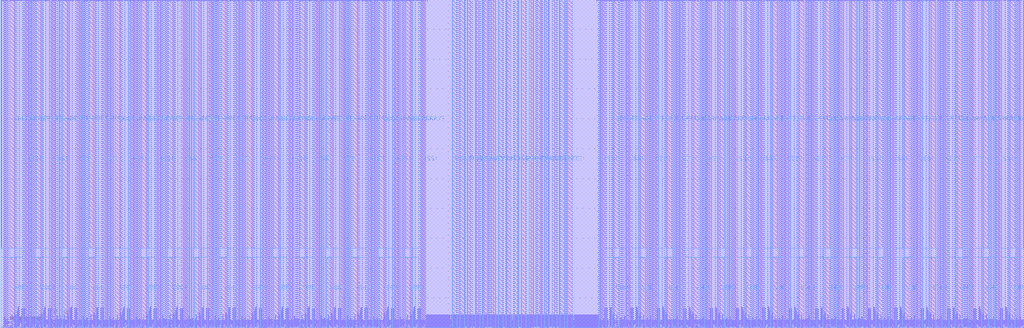
<source format=lef>
# ------------------------------------------------------
#
#		Copyright 2025 IHP PDK Authors
#
#		Licensed under the Apache License, Version 2.0 (the "License");
#		you may not use this file except in compliance with the License.
#		You may obtain a copy of the License at
#		
#		   https://www.apache.org/licenses/LICENSE-2.0
#		
#		Unless required by applicable law or agreed to in writing, software
#		distributed under the License is distributed on an "AS IS" BASIS,
#		WITHOUT WARRANTIES OR CONDITIONS OF ANY KIND, either express or implied.
#		See the License for the specific language governing permissions and
#		limitations under the License.
#		
#		Generated on Wed Aug 27 13:11:35 2025		
#
# ------------------------------------------------------ 
VERSION 5.7 ;
BUSBITCHARS "[]" ;
DIVIDERCHAR "/" ;

MACRO RM_IHPSG13_2P_512x32_c2_bm_bist
  CLASS BLOCK ;
  ORIGIN 0 0 ;
  FOREIGN RM_IHPSG13_2P_512x32_c2_bm_bist 0 0 ;
  SIZE 685.49 BY 219.77 ;
  SYMMETRY X Y R90 ;
  PIN A_DIN[16]
    DIRECTION INPUT ;
    USE SIGNAL ;
    ANTENNAPARTIALMETALAREA 3.9091 LAYER Metal2 ;
    ANTENNAMODEL OXIDE1 ;
      ANTENNAGATEAREA 0.20085 LAYER Metal2 ;
      ANTENNAMAXAREACAR 20.368932 LAYER Metal2 ;
    PORT
      LAYER Metal2 ;
        RECT 408.15 0 408.41 0.26 ;
    END
  END A_DIN[16]
  PIN A_DIN[15]
    DIRECTION INPUT ;
    USE SIGNAL ;
    ANTENNAPARTIALMETALAREA 3.9091 LAYER Metal2 ;
    ANTENNAMODEL OXIDE1 ;
      ANTENNAGATEAREA 0.20085 LAYER Metal2 ;
      ANTENNAMAXAREACAR 20.368932 LAYER Metal2 ;
    PORT
      LAYER Metal2 ;
        RECT 277.08 0 277.34 0.26 ;
    END
  END A_DIN[15]
  PIN A_BIST_DIN[16]
    DIRECTION INPUT ;
    USE SIGNAL ;
    ANTENNAPARTIALMETALAREA 4.136375 LAYER Metal2 ;
    ANTENNAMODEL OXIDE1 ;
      ANTENNAGATEAREA 0.20085 LAYER Metal2 ;
      ANTENNAMAXAREACAR 21.874907 LAYER Metal2 ;
    PORT
      LAYER Metal2 ;
        RECT 408.66 0 408.92 0.26 ;
    END
  END A_BIST_DIN[16]
  PIN A_BIST_DIN[15]
    DIRECTION INPUT ;
    USE SIGNAL ;
    ANTENNAPARTIALMETALAREA 4.136375 LAYER Metal2 ;
    ANTENNAMODEL OXIDE1 ;
      ANTENNAGATEAREA 0.20085 LAYER Metal2 ;
      ANTENNAMAXAREACAR 21.874907 LAYER Metal2 ;
    PORT
      LAYER Metal2 ;
        RECT 276.57 0 276.83 0.26 ;
    END
  END A_BIST_DIN[15]
  PIN A_BM[16]
    DIRECTION INPUT ;
    USE SIGNAL ;
    ANTENNAPARTIALMETALAREA 1.7264 LAYER Metal2 ;
    ANTENNAMODEL OXIDE1 ;
      ANTENNAGATEAREA 0.20085 LAYER Metal2 ;
      ANTENNAMAXAREACAR 9.501618 LAYER Metal2 ;
    PORT
      LAYER Metal2 ;
        RECT 416.82 0 417.08 0.26 ;
    END
  END A_BM[16]
  PIN A_BM[15]
    DIRECTION INPUT ;
    USE SIGNAL ;
    ANTENNAPARTIALMETALAREA 1.7264 LAYER Metal2 ;
    ANTENNAMODEL OXIDE1 ;
      ANTENNAGATEAREA 0.20085 LAYER Metal2 ;
      ANTENNAMAXAREACAR 9.501618 LAYER Metal2 ;
    PORT
      LAYER Metal2 ;
        RECT 268.41 0 268.67 0.26 ;
    END
  END A_BM[15]
  PIN A_BIST_BM[16]
    DIRECTION INPUT ;
    USE SIGNAL ;
    ANTENNAPARTIALMETALAREA 1.7602 LAYER Metal2 ;
    ANTENNAMODEL OXIDE1 ;
      ANTENNAGATEAREA 0.20085 LAYER Metal2 ;
      ANTENNAMAXAREACAR 9.678367 LAYER Metal2 ;
    PORT
      LAYER Metal2 ;
        RECT 415.445 0 415.705 0.26 ;
    END
  END A_BIST_BM[16]
  PIN A_BIST_BM[15]
    DIRECTION INPUT ;
    USE SIGNAL ;
    ANTENNAPARTIALMETALAREA 1.7602 LAYER Metal2 ;
    ANTENNAMODEL OXIDE1 ;
      ANTENNAGATEAREA 0.20085 LAYER Metal2 ;
      ANTENNAMAXAREACAR 9.678367 LAYER Metal2 ;
    PORT
      LAYER Metal2 ;
        RECT 269.785 0 270.045 0.26 ;
    END
  END A_BIST_BM[15]
  PIN A_DOUT[16]
    DIRECTION OUTPUT ;
    USE SIGNAL ;
    ANTENNAPARTIALMETALAREA 4.8256 LAYER Metal2 ;
    ANTENNADIFFAREA 0.988 LAYER Metal2 ;
    PORT
      LAYER Metal2 ;
        RECT 401.01 0 401.27 0.26 ;
    END
  END A_DOUT[16]
  PIN A_DOUT[15]
    DIRECTION OUTPUT ;
    USE SIGNAL ;
    ANTENNAPARTIALMETALAREA 4.8256 LAYER Metal2 ;
    ANTENNADIFFAREA 0.988 LAYER Metal2 ;
    PORT
      LAYER Metal2 ;
        RECT 284.22 0 284.48 0.26 ;
    END
  END A_DOUT[15]
  PIN B_DIN[16]
    DIRECTION INPUT ;
    USE SIGNAL ;
    ANTENNAPARTIALMETALAREA 2.925 LAYER Metal2 ;
    ANTENNAMODEL OXIDE1 ;
      ANTENNAGATEAREA 0.20085 LAYER Metal2 ;
      ANTENNAMAXAREACAR 15.469256 LAYER Metal2 ;
    PORT
      LAYER Metal2 ;
        RECT 410.7 0 410.96 0.26 ;
    END
  END B_DIN[16]
  PIN B_DIN[15]
    DIRECTION INPUT ;
    USE SIGNAL ;
    ANTENNAPARTIALMETALAREA 2.925 LAYER Metal2 ;
    ANTENNAMODEL OXIDE1 ;
      ANTENNAGATEAREA 0.20085 LAYER Metal2 ;
      ANTENNAMAXAREACAR 15.469256 LAYER Metal2 ;
    PORT
      LAYER Metal2 ;
        RECT 274.53 0 274.79 0.26 ;
    END
  END B_DIN[15]
  PIN B_BIST_DIN[16]
    DIRECTION INPUT ;
    USE SIGNAL ;
    ANTENNAPARTIALMETALAREA 2.9445 LAYER Metal2 ;
    ANTENNAMODEL OXIDE1 ;
      ANTENNAGATEAREA 0.20085 LAYER Metal2 ;
      ANTENNAMAXAREACAR 15.929052 LAYER Metal2 ;
    PORT
      LAYER Metal2 ;
        RECT 409.17 0 409.43 0.26 ;
    END
  END B_BIST_DIN[16]
  PIN B_BIST_DIN[15]
    DIRECTION INPUT ;
    USE SIGNAL ;
    ANTENNAPARTIALMETALAREA 2.9445 LAYER Metal2 ;
    ANTENNAMODEL OXIDE1 ;
      ANTENNAGATEAREA 0.20085 LAYER Metal2 ;
      ANTENNAMAXAREACAR 15.929052 LAYER Metal2 ;
    PORT
      LAYER Metal2 ;
        RECT 276.06 0 276.32 0.26 ;
    END
  END B_BIST_DIN[15]
  PIN B_BM[16]
    DIRECTION INPUT ;
    USE SIGNAL ;
    ANTENNAPARTIALMETALAREA 0.7007 LAYER Metal2 ;
    ANTENNAMODEL OXIDE1 ;
      ANTENNAGATEAREA 0.20085 LAYER Metal2 ;
      ANTENNAMAXAREACAR 4.394822 LAYER Metal2 ;
    PORT
      LAYER Metal2 ;
        RECT 402.185 0 402.445 0.26 ;
    END
  END B_BM[16]
  PIN B_BM[15]
    DIRECTION INPUT ;
    USE SIGNAL ;
    ANTENNAPARTIALMETALAREA 0.7007 LAYER Metal2 ;
    ANTENNAMODEL OXIDE1 ;
      ANTENNAGATEAREA 0.20085 LAYER Metal2 ;
      ANTENNAMAXAREACAR 4.394822 LAYER Metal2 ;
    PORT
      LAYER Metal2 ;
        RECT 283.045 0 283.305 0.26 ;
    END
  END B_BM[15]
  PIN B_BIST_BM[16]
    DIRECTION INPUT ;
    USE SIGNAL ;
    ANTENNAPARTIALMETALAREA 0.7007 LAYER Metal2 ;
    ANTENNAMODEL OXIDE1 ;
      ANTENNAGATEAREA 0.20085 LAYER Metal2 ;
      ANTENNAMAXAREACAR 4.394822 LAYER Metal2 ;
    PORT
      LAYER Metal2 ;
        RECT 403.715 0 403.975 0.26 ;
    END
  END B_BIST_BM[16]
  PIN B_BIST_BM[15]
    DIRECTION INPUT ;
    USE SIGNAL ;
    ANTENNAPARTIALMETALAREA 0.7007 LAYER Metal2 ;
    ANTENNAMODEL OXIDE1 ;
      ANTENNAGATEAREA 0.20085 LAYER Metal2 ;
      ANTENNAMAXAREACAR 4.394822 LAYER Metal2 ;
    PORT
      LAYER Metal2 ;
        RECT 281.515 0 281.775 0.26 ;
    END
  END B_BIST_BM[15]
  PIN B_DOUT[16]
    DIRECTION OUTPUT ;
    USE SIGNAL ;
    ANTENNAPARTIALMETALAREA 4.836 LAYER Metal2 ;
    ANTENNADIFFAREA 0.988 LAYER Metal2 ;
    PORT
      LAYER Metal2 ;
        RECT 417.84 0 418.1 0.26 ;
    END
  END B_DOUT[16]
  PIN B_DOUT[15]
    DIRECTION OUTPUT ;
    USE SIGNAL ;
    ANTENNAPARTIALMETALAREA 4.836 LAYER Metal2 ;
    ANTENNADIFFAREA 0.988 LAYER Metal2 ;
    PORT
      LAYER Metal2 ;
        RECT 267.39 0 267.65 0.26 ;
    END
  END B_DOUT[15]
  PIN VSS!
    DIRECTION INOUT ;
    USE GROUND ;
    NETEXPR "vss VSS!" ;
    PORT
      LAYER Metal4 ;
        RECT 666.085 0 670.505 219.77 ;
    END
    PORT
      LAYER Metal4 ;
        RECT 648.405 0 652.825 219.77 ;
    END
    PORT
      LAYER Metal4 ;
        RECT 630.725 0 635.145 219.77 ;
    END
    PORT
      LAYER Metal4 ;
        RECT 613.045 0 617.465 219.77 ;
    END
    PORT
      LAYER Metal4 ;
        RECT 595.365 0 599.785 219.77 ;
    END
    PORT
      LAYER Metal4 ;
        RECT 577.685 0 582.105 219.77 ;
    END
    PORT
      LAYER Metal4 ;
        RECT 560.005 0 564.425 219.77 ;
    END
    PORT
      LAYER Metal4 ;
        RECT 542.325 0 546.745 219.77 ;
    END
    PORT
      LAYER Metal4 ;
        RECT 524.645 0 529.065 219.77 ;
    END
    PORT
      LAYER Metal4 ;
        RECT 506.965 0 511.385 219.77 ;
    END
    PORT
      LAYER Metal4 ;
        RECT 489.285 0 493.705 219.77 ;
    END
    PORT
      LAYER Metal4 ;
        RECT 471.605 0 476.025 219.77 ;
    END
    PORT
      LAYER Metal4 ;
        RECT 453.925 0 458.345 219.77 ;
    END
    PORT
      LAYER Metal4 ;
        RECT 436.245 0 440.665 219.77 ;
    END
    PORT
      LAYER Metal4 ;
        RECT 418.565 0 422.985 219.77 ;
    END
    PORT
      LAYER Metal4 ;
        RECT 400.885 0 405.305 219.77 ;
    END
    PORT
      LAYER Metal4 ;
        RECT 379.965 0 382.775 219.77 ;
    END
    PORT
      LAYER Metal4 ;
        RECT 369.665 0 372.475 219.77 ;
    END
    PORT
      LAYER Metal4 ;
        RECT 354.215 0 357.025 219.77 ;
    END
    PORT
      LAYER Metal4 ;
        RECT 343.915 0 346.725 219.77 ;
    END
    PORT
      LAYER Metal4 ;
        RECT 338.765 0 341.575 219.77 ;
    END
    PORT
      LAYER Metal4 ;
        RECT 328.465 0 331.275 219.77 ;
    END
    PORT
      LAYER Metal4 ;
        RECT 313.015 0 315.825 219.77 ;
    END
    PORT
      LAYER Metal4 ;
        RECT 302.715 0 305.525 219.77 ;
    END
    PORT
      LAYER Metal4 ;
        RECT 280.185 0 284.605 219.77 ;
    END
    PORT
      LAYER Metal4 ;
        RECT 262.505 0 266.925 219.77 ;
    END
    PORT
      LAYER Metal4 ;
        RECT 244.825 0 249.245 219.77 ;
    END
    PORT
      LAYER Metal4 ;
        RECT 227.145 0 231.565 219.77 ;
    END
    PORT
      LAYER Metal4 ;
        RECT 209.465 0 213.885 219.77 ;
    END
    PORT
      LAYER Metal4 ;
        RECT 191.785 0 196.205 219.77 ;
    END
    PORT
      LAYER Metal4 ;
        RECT 174.105 0 178.525 219.77 ;
    END
    PORT
      LAYER Metal4 ;
        RECT 156.425 0 160.845 219.77 ;
    END
    PORT
      LAYER Metal4 ;
        RECT 138.745 0 143.165 219.77 ;
    END
    PORT
      LAYER Metal4 ;
        RECT 121.065 0 125.485 219.77 ;
    END
    PORT
      LAYER Metal4 ;
        RECT 103.385 0 107.805 219.77 ;
    END
    PORT
      LAYER Metal4 ;
        RECT 85.705 0 90.125 219.77 ;
    END
    PORT
      LAYER Metal4 ;
        RECT 68.025 0 72.445 219.77 ;
    END
    PORT
      LAYER Metal4 ;
        RECT 50.345 0 54.765 219.77 ;
    END
    PORT
      LAYER Metal4 ;
        RECT 32.665 0 37.085 219.77 ;
    END
    PORT
      LAYER Metal4 ;
        RECT 14.985 0 19.405 219.77 ;
    END
  END VSS!
  PIN VDD!
    DIRECTION INOUT ;
    USE POWER ;
    NETEXPR "vdd VDD!" ;
    PORT
      LAYER Metal4 ;
        RECT 674.925 0 679.345 47.045 ;
    END
    PORT
      LAYER Metal4 ;
        RECT 657.245 0 661.665 47.045 ;
    END
    PORT
      LAYER Metal4 ;
        RECT 639.565 0 643.985 47.045 ;
    END
    PORT
      LAYER Metal4 ;
        RECT 621.885 0 626.305 47.045 ;
    END
    PORT
      LAYER Metal4 ;
        RECT 604.205 0 608.625 47.045 ;
    END
    PORT
      LAYER Metal4 ;
        RECT 586.525 0 590.945 47.045 ;
    END
    PORT
      LAYER Metal4 ;
        RECT 568.845 0 573.265 47.045 ;
    END
    PORT
      LAYER Metal4 ;
        RECT 551.165 0 555.585 47.045 ;
    END
    PORT
      LAYER Metal4 ;
        RECT 533.485 0 537.905 47.045 ;
    END
    PORT
      LAYER Metal4 ;
        RECT 515.805 0 520.225 47.045 ;
    END
    PORT
      LAYER Metal4 ;
        RECT 498.125 0 502.545 47.045 ;
    END
    PORT
      LAYER Metal4 ;
        RECT 480.445 0 484.865 47.045 ;
    END
    PORT
      LAYER Metal4 ;
        RECT 462.765 0 467.185 47.045 ;
    END
    PORT
      LAYER Metal4 ;
        RECT 445.085 0 449.505 47.045 ;
    END
    PORT
      LAYER Metal4 ;
        RECT 427.405 0 431.825 47.045 ;
    END
    PORT
      LAYER Metal4 ;
        RECT 409.725 0 414.145 47.045 ;
    END
    PORT
      LAYER Metal4 ;
        RECT 374.815 0 377.625 219.77 ;
    END
    PORT
      LAYER Metal4 ;
        RECT 364.515 0 367.325 219.77 ;
    END
    PORT
      LAYER Metal4 ;
        RECT 359.365 0 362.175 219.77 ;
    END
    PORT
      LAYER Metal4 ;
        RECT 349.065 0 351.875 219.77 ;
    END
    PORT
      LAYER Metal4 ;
        RECT 333.615 0 336.425 219.77 ;
    END
    PORT
      LAYER Metal4 ;
        RECT 323.315 0 326.125 219.77 ;
    END
    PORT
      LAYER Metal4 ;
        RECT 318.165 0 320.975 219.77 ;
    END
    PORT
      LAYER Metal4 ;
        RECT 307.865 0 310.675 219.77 ;
    END
    PORT
      LAYER Metal4 ;
        RECT 271.345 0 275.765 47.045 ;
    END
    PORT
      LAYER Metal4 ;
        RECT 253.665 0 258.085 47.045 ;
    END
    PORT
      LAYER Metal4 ;
        RECT 235.985 0 240.405 47.045 ;
    END
    PORT
      LAYER Metal4 ;
        RECT 218.305 0 222.725 47.045 ;
    END
    PORT
      LAYER Metal4 ;
        RECT 200.625 0 205.045 47.045 ;
    END
    PORT
      LAYER Metal4 ;
        RECT 182.945 0 187.365 47.045 ;
    END
    PORT
      LAYER Metal4 ;
        RECT 165.265 0 169.685 47.045 ;
    END
    PORT
      LAYER Metal4 ;
        RECT 147.585 0 152.005 47.045 ;
    END
    PORT
      LAYER Metal4 ;
        RECT 129.905 0 134.325 47.045 ;
    END
    PORT
      LAYER Metal4 ;
        RECT 112.225 0 116.645 47.045 ;
    END
    PORT
      LAYER Metal4 ;
        RECT 94.545 0 98.965 47.045 ;
    END
    PORT
      LAYER Metal4 ;
        RECT 76.865 0 81.285 47.045 ;
    END
    PORT
      LAYER Metal4 ;
        RECT 59.185 0 63.605 47.045 ;
    END
    PORT
      LAYER Metal4 ;
        RECT 41.505 0 45.925 47.045 ;
    END
    PORT
      LAYER Metal4 ;
        RECT 23.825 0 28.245 47.045 ;
    END
    PORT
      LAYER Metal4 ;
        RECT 6.145 0 10.565 47.045 ;
    END
  END VDD!
  PIN VDDARRAY!
    DIRECTION INOUT ;
    USE POWER ;
    NETEXPR "vddarray VDDARRAY!" ;
    PORT
      LAYER Metal4 ;
        RECT 674.925 53.41 679.345 219.77 ;
    END
    PORT
      LAYER Metal4 ;
        RECT 657.245 53.41 661.665 219.77 ;
    END
    PORT
      LAYER Metal4 ;
        RECT 639.565 53.41 643.985 219.77 ;
    END
    PORT
      LAYER Metal4 ;
        RECT 621.885 53.41 626.305 219.77 ;
    END
    PORT
      LAYER Metal4 ;
        RECT 604.205 53.41 608.625 219.77 ;
    END
    PORT
      LAYER Metal4 ;
        RECT 586.525 53.41 590.945 219.77 ;
    END
    PORT
      LAYER Metal4 ;
        RECT 568.845 53.41 573.265 219.77 ;
    END
    PORT
      LAYER Metal4 ;
        RECT 551.165 53.41 555.585 219.77 ;
    END
    PORT
      LAYER Metal4 ;
        RECT 533.485 53.41 537.905 219.77 ;
    END
    PORT
      LAYER Metal4 ;
        RECT 515.805 53.41 520.225 219.77 ;
    END
    PORT
      LAYER Metal4 ;
        RECT 498.125 53.41 502.545 219.77 ;
    END
    PORT
      LAYER Metal4 ;
        RECT 480.445 53.41 484.865 219.77 ;
    END
    PORT
      LAYER Metal4 ;
        RECT 462.765 53.41 467.185 219.77 ;
    END
    PORT
      LAYER Metal4 ;
        RECT 445.085 53.41 449.505 219.77 ;
    END
    PORT
      LAYER Metal4 ;
        RECT 427.405 53.41 431.825 219.77 ;
    END
    PORT
      LAYER Metal4 ;
        RECT 409.725 53.41 414.145 219.77 ;
    END
    PORT
      LAYER Metal4 ;
        RECT 271.345 53.41 275.765 219.77 ;
    END
    PORT
      LAYER Metal4 ;
        RECT 253.665 53.41 258.085 219.77 ;
    END
    PORT
      LAYER Metal4 ;
        RECT 235.985 53.41 240.405 219.77 ;
    END
    PORT
      LAYER Metal4 ;
        RECT 218.305 53.41 222.725 219.77 ;
    END
    PORT
      LAYER Metal4 ;
        RECT 200.625 53.41 205.045 219.77 ;
    END
    PORT
      LAYER Metal4 ;
        RECT 182.945 53.41 187.365 219.77 ;
    END
    PORT
      LAYER Metal4 ;
        RECT 165.265 53.41 169.685 219.77 ;
    END
    PORT
      LAYER Metal4 ;
        RECT 147.585 53.41 152.005 219.77 ;
    END
    PORT
      LAYER Metal4 ;
        RECT 129.905 53.41 134.325 219.77 ;
    END
    PORT
      LAYER Metal4 ;
        RECT 112.225 53.41 116.645 219.77 ;
    END
    PORT
      LAYER Metal4 ;
        RECT 94.545 53.41 98.965 219.77 ;
    END
    PORT
      LAYER Metal4 ;
        RECT 76.865 53.41 81.285 219.77 ;
    END
    PORT
      LAYER Metal4 ;
        RECT 59.185 53.41 63.605 219.77 ;
    END
    PORT
      LAYER Metal4 ;
        RECT 41.505 53.41 45.925 219.77 ;
    END
    PORT
      LAYER Metal4 ;
        RECT 23.825 53.41 28.245 219.77 ;
    END
    PORT
      LAYER Metal4 ;
        RECT 6.145 53.41 10.565 219.77 ;
    END
  END VDDARRAY!
  PIN A_DIN[17]
    DIRECTION INPUT ;
    USE SIGNAL ;
    ANTENNAPARTIALMETALAREA 3.9091 LAYER Metal2 ;
    ANTENNAMODEL OXIDE1 ;
      ANTENNAGATEAREA 0.20085 LAYER Metal2 ;
      ANTENNAMAXAREACAR 20.368932 LAYER Metal2 ;
    PORT
      LAYER Metal2 ;
        RECT 425.83 0 426.09 0.26 ;
    END
  END A_DIN[17]
  PIN A_DIN[14]
    DIRECTION INPUT ;
    USE SIGNAL ;
    ANTENNAPARTIALMETALAREA 3.9091 LAYER Metal2 ;
    ANTENNAMODEL OXIDE1 ;
      ANTENNAGATEAREA 0.20085 LAYER Metal2 ;
      ANTENNAMAXAREACAR 20.368932 LAYER Metal2 ;
    PORT
      LAYER Metal2 ;
        RECT 259.4 0 259.66 0.26 ;
    END
  END A_DIN[14]
  PIN A_BIST_DIN[17]
    DIRECTION INPUT ;
    USE SIGNAL ;
    ANTENNAPARTIALMETALAREA 4.136375 LAYER Metal2 ;
    ANTENNAMODEL OXIDE1 ;
      ANTENNAGATEAREA 0.20085 LAYER Metal2 ;
      ANTENNAMAXAREACAR 21.874907 LAYER Metal2 ;
    PORT
      LAYER Metal2 ;
        RECT 426.34 0 426.6 0.26 ;
    END
  END A_BIST_DIN[17]
  PIN A_BIST_DIN[14]
    DIRECTION INPUT ;
    USE SIGNAL ;
    ANTENNAPARTIALMETALAREA 4.136375 LAYER Metal2 ;
    ANTENNAMODEL OXIDE1 ;
      ANTENNAGATEAREA 0.20085 LAYER Metal2 ;
      ANTENNAMAXAREACAR 21.874907 LAYER Metal2 ;
    PORT
      LAYER Metal2 ;
        RECT 258.89 0 259.15 0.26 ;
    END
  END A_BIST_DIN[14]
  PIN A_BM[17]
    DIRECTION INPUT ;
    USE SIGNAL ;
    ANTENNAPARTIALMETALAREA 1.7264 LAYER Metal2 ;
    ANTENNAMODEL OXIDE1 ;
      ANTENNAGATEAREA 0.20085 LAYER Metal2 ;
      ANTENNAMAXAREACAR 9.501618 LAYER Metal2 ;
    PORT
      LAYER Metal2 ;
        RECT 434.5 0 434.76 0.26 ;
    END
  END A_BM[17]
  PIN A_BM[14]
    DIRECTION INPUT ;
    USE SIGNAL ;
    ANTENNAPARTIALMETALAREA 1.7264 LAYER Metal2 ;
    ANTENNAMODEL OXIDE1 ;
      ANTENNAGATEAREA 0.20085 LAYER Metal2 ;
      ANTENNAMAXAREACAR 9.501618 LAYER Metal2 ;
    PORT
      LAYER Metal2 ;
        RECT 250.73 0 250.99 0.26 ;
    END
  END A_BM[14]
  PIN A_BIST_BM[17]
    DIRECTION INPUT ;
    USE SIGNAL ;
    ANTENNAPARTIALMETALAREA 1.7602 LAYER Metal2 ;
    ANTENNAMODEL OXIDE1 ;
      ANTENNAGATEAREA 0.20085 LAYER Metal2 ;
      ANTENNAMAXAREACAR 9.678367 LAYER Metal2 ;
    PORT
      LAYER Metal2 ;
        RECT 433.125 0 433.385 0.26 ;
    END
  END A_BIST_BM[17]
  PIN A_BIST_BM[14]
    DIRECTION INPUT ;
    USE SIGNAL ;
    ANTENNAPARTIALMETALAREA 1.7602 LAYER Metal2 ;
    ANTENNAMODEL OXIDE1 ;
      ANTENNAGATEAREA 0.20085 LAYER Metal2 ;
      ANTENNAMAXAREACAR 9.678367 LAYER Metal2 ;
    PORT
      LAYER Metal2 ;
        RECT 252.105 0 252.365 0.26 ;
    END
  END A_BIST_BM[14]
  PIN A_DOUT[17]
    DIRECTION OUTPUT ;
    USE SIGNAL ;
    ANTENNAPARTIALMETALAREA 4.8256 LAYER Metal2 ;
    ANTENNADIFFAREA 0.988 LAYER Metal2 ;
    PORT
      LAYER Metal2 ;
        RECT 418.69 0 418.95 0.26 ;
    END
  END A_DOUT[17]
  PIN A_DOUT[14]
    DIRECTION OUTPUT ;
    USE SIGNAL ;
    ANTENNAPARTIALMETALAREA 4.8256 LAYER Metal2 ;
    ANTENNADIFFAREA 0.988 LAYER Metal2 ;
    PORT
      LAYER Metal2 ;
        RECT 266.54 0 266.8 0.26 ;
    END
  END A_DOUT[14]
  PIN B_DIN[17]
    DIRECTION INPUT ;
    USE SIGNAL ;
    ANTENNAPARTIALMETALAREA 2.925 LAYER Metal2 ;
    ANTENNAMODEL OXIDE1 ;
      ANTENNAGATEAREA 0.20085 LAYER Metal2 ;
      ANTENNAMAXAREACAR 15.469256 LAYER Metal2 ;
    PORT
      LAYER Metal2 ;
        RECT 428.38 0 428.64 0.26 ;
    END
  END B_DIN[17]
  PIN B_DIN[14]
    DIRECTION INPUT ;
    USE SIGNAL ;
    ANTENNAPARTIALMETALAREA 2.925 LAYER Metal2 ;
    ANTENNAMODEL OXIDE1 ;
      ANTENNAGATEAREA 0.20085 LAYER Metal2 ;
      ANTENNAMAXAREACAR 15.469256 LAYER Metal2 ;
    PORT
      LAYER Metal2 ;
        RECT 256.85 0 257.11 0.26 ;
    END
  END B_DIN[14]
  PIN B_BIST_DIN[17]
    DIRECTION INPUT ;
    USE SIGNAL ;
    ANTENNAPARTIALMETALAREA 2.9445 LAYER Metal2 ;
    ANTENNAMODEL OXIDE1 ;
      ANTENNAGATEAREA 0.20085 LAYER Metal2 ;
      ANTENNAMAXAREACAR 15.929052 LAYER Metal2 ;
    PORT
      LAYER Metal2 ;
        RECT 426.85 0 427.11 0.26 ;
    END
  END B_BIST_DIN[17]
  PIN B_BIST_DIN[14]
    DIRECTION INPUT ;
    USE SIGNAL ;
    ANTENNAPARTIALMETALAREA 2.9445 LAYER Metal2 ;
    ANTENNAMODEL OXIDE1 ;
      ANTENNAGATEAREA 0.20085 LAYER Metal2 ;
      ANTENNAMAXAREACAR 15.929052 LAYER Metal2 ;
    PORT
      LAYER Metal2 ;
        RECT 258.38 0 258.64 0.26 ;
    END
  END B_BIST_DIN[14]
  PIN B_BM[17]
    DIRECTION INPUT ;
    USE SIGNAL ;
    ANTENNAPARTIALMETALAREA 0.7007 LAYER Metal2 ;
    ANTENNAMODEL OXIDE1 ;
      ANTENNAGATEAREA 0.20085 LAYER Metal2 ;
      ANTENNAMAXAREACAR 4.394822 LAYER Metal2 ;
    PORT
      LAYER Metal2 ;
        RECT 419.865 0 420.125 0.26 ;
    END
  END B_BM[17]
  PIN B_BM[14]
    DIRECTION INPUT ;
    USE SIGNAL ;
    ANTENNAPARTIALMETALAREA 0.7007 LAYER Metal2 ;
    ANTENNAMODEL OXIDE1 ;
      ANTENNAGATEAREA 0.20085 LAYER Metal2 ;
      ANTENNAMAXAREACAR 4.394822 LAYER Metal2 ;
    PORT
      LAYER Metal2 ;
        RECT 265.365 0 265.625 0.26 ;
    END
  END B_BM[14]
  PIN B_BIST_BM[17]
    DIRECTION INPUT ;
    USE SIGNAL ;
    ANTENNAPARTIALMETALAREA 0.7007 LAYER Metal2 ;
    ANTENNAMODEL OXIDE1 ;
      ANTENNAGATEAREA 0.20085 LAYER Metal2 ;
      ANTENNAMAXAREACAR 4.394822 LAYER Metal2 ;
    PORT
      LAYER Metal2 ;
        RECT 421.395 0 421.655 0.26 ;
    END
  END B_BIST_BM[17]
  PIN B_BIST_BM[14]
    DIRECTION INPUT ;
    USE SIGNAL ;
    ANTENNAPARTIALMETALAREA 0.7007 LAYER Metal2 ;
    ANTENNAMODEL OXIDE1 ;
      ANTENNAGATEAREA 0.20085 LAYER Metal2 ;
      ANTENNAMAXAREACAR 4.394822 LAYER Metal2 ;
    PORT
      LAYER Metal2 ;
        RECT 263.835 0 264.095 0.26 ;
    END
  END B_BIST_BM[14]
  PIN B_DOUT[17]
    DIRECTION OUTPUT ;
    USE SIGNAL ;
    ANTENNAPARTIALMETALAREA 4.836 LAYER Metal2 ;
    ANTENNADIFFAREA 0.988 LAYER Metal2 ;
    PORT
      LAYER Metal2 ;
        RECT 435.52 0 435.78 0.26 ;
    END
  END B_DOUT[17]
  PIN B_DOUT[14]
    DIRECTION OUTPUT ;
    USE SIGNAL ;
    ANTENNAPARTIALMETALAREA 4.836 LAYER Metal2 ;
    ANTENNADIFFAREA 0.988 LAYER Metal2 ;
    PORT
      LAYER Metal2 ;
        RECT 249.71 0 249.97 0.26 ;
    END
  END B_DOUT[14]
  PIN A_DIN[18]
    DIRECTION INPUT ;
    USE SIGNAL ;
    ANTENNAPARTIALMETALAREA 3.9091 LAYER Metal2 ;
    ANTENNAMODEL OXIDE1 ;
      ANTENNAGATEAREA 0.20085 LAYER Metal2 ;
      ANTENNAMAXAREACAR 20.368932 LAYER Metal2 ;
    PORT
      LAYER Metal2 ;
        RECT 443.51 0 443.77 0.26 ;
    END
  END A_DIN[18]
  PIN A_DIN[13]
    DIRECTION INPUT ;
    USE SIGNAL ;
    ANTENNAPARTIALMETALAREA 3.9091 LAYER Metal2 ;
    ANTENNAMODEL OXIDE1 ;
      ANTENNAGATEAREA 0.20085 LAYER Metal2 ;
      ANTENNAMAXAREACAR 20.368932 LAYER Metal2 ;
    PORT
      LAYER Metal2 ;
        RECT 241.72 0 241.98 0.26 ;
    END
  END A_DIN[13]
  PIN A_BIST_DIN[18]
    DIRECTION INPUT ;
    USE SIGNAL ;
    ANTENNAPARTIALMETALAREA 4.136375 LAYER Metal2 ;
    ANTENNAMODEL OXIDE1 ;
      ANTENNAGATEAREA 0.20085 LAYER Metal2 ;
      ANTENNAMAXAREACAR 21.874907 LAYER Metal2 ;
    PORT
      LAYER Metal2 ;
        RECT 444.02 0 444.28 0.26 ;
    END
  END A_BIST_DIN[18]
  PIN A_BIST_DIN[13]
    DIRECTION INPUT ;
    USE SIGNAL ;
    ANTENNAPARTIALMETALAREA 4.136375 LAYER Metal2 ;
    ANTENNAMODEL OXIDE1 ;
      ANTENNAGATEAREA 0.20085 LAYER Metal2 ;
      ANTENNAMAXAREACAR 21.874907 LAYER Metal2 ;
    PORT
      LAYER Metal2 ;
        RECT 241.21 0 241.47 0.26 ;
    END
  END A_BIST_DIN[13]
  PIN A_BM[18]
    DIRECTION INPUT ;
    USE SIGNAL ;
    ANTENNAPARTIALMETALAREA 1.7264 LAYER Metal2 ;
    ANTENNAMODEL OXIDE1 ;
      ANTENNAGATEAREA 0.20085 LAYER Metal2 ;
      ANTENNAMAXAREACAR 9.501618 LAYER Metal2 ;
    PORT
      LAYER Metal2 ;
        RECT 452.18 0 452.44 0.26 ;
    END
  END A_BM[18]
  PIN A_BM[13]
    DIRECTION INPUT ;
    USE SIGNAL ;
    ANTENNAPARTIALMETALAREA 1.7264 LAYER Metal2 ;
    ANTENNAMODEL OXIDE1 ;
      ANTENNAGATEAREA 0.20085 LAYER Metal2 ;
      ANTENNAMAXAREACAR 9.501618 LAYER Metal2 ;
    PORT
      LAYER Metal2 ;
        RECT 233.05 0 233.31 0.26 ;
    END
  END A_BM[13]
  PIN A_BIST_BM[18]
    DIRECTION INPUT ;
    USE SIGNAL ;
    ANTENNAPARTIALMETALAREA 1.7602 LAYER Metal2 ;
    ANTENNAMODEL OXIDE1 ;
      ANTENNAGATEAREA 0.20085 LAYER Metal2 ;
      ANTENNAMAXAREACAR 9.678367 LAYER Metal2 ;
    PORT
      LAYER Metal2 ;
        RECT 450.805 0 451.065 0.26 ;
    END
  END A_BIST_BM[18]
  PIN A_BIST_BM[13]
    DIRECTION INPUT ;
    USE SIGNAL ;
    ANTENNAPARTIALMETALAREA 1.7602 LAYER Metal2 ;
    ANTENNAMODEL OXIDE1 ;
      ANTENNAGATEAREA 0.20085 LAYER Metal2 ;
      ANTENNAMAXAREACAR 9.678367 LAYER Metal2 ;
    PORT
      LAYER Metal2 ;
        RECT 234.425 0 234.685 0.26 ;
    END
  END A_BIST_BM[13]
  PIN A_DOUT[18]
    DIRECTION OUTPUT ;
    USE SIGNAL ;
    ANTENNAPARTIALMETALAREA 4.8256 LAYER Metal2 ;
    ANTENNADIFFAREA 0.988 LAYER Metal2 ;
    PORT
      LAYER Metal2 ;
        RECT 436.37 0 436.63 0.26 ;
    END
  END A_DOUT[18]
  PIN A_DOUT[13]
    DIRECTION OUTPUT ;
    USE SIGNAL ;
    ANTENNAPARTIALMETALAREA 4.8256 LAYER Metal2 ;
    ANTENNADIFFAREA 0.988 LAYER Metal2 ;
    PORT
      LAYER Metal2 ;
        RECT 248.86 0 249.12 0.26 ;
    END
  END A_DOUT[13]
  PIN B_DIN[18]
    DIRECTION INPUT ;
    USE SIGNAL ;
    ANTENNAPARTIALMETALAREA 2.925 LAYER Metal2 ;
    ANTENNAMODEL OXIDE1 ;
      ANTENNAGATEAREA 0.20085 LAYER Metal2 ;
      ANTENNAMAXAREACAR 15.469256 LAYER Metal2 ;
    PORT
      LAYER Metal2 ;
        RECT 446.06 0 446.32 0.26 ;
    END
  END B_DIN[18]
  PIN B_DIN[13]
    DIRECTION INPUT ;
    USE SIGNAL ;
    ANTENNAPARTIALMETALAREA 2.925 LAYER Metal2 ;
    ANTENNAMODEL OXIDE1 ;
      ANTENNAGATEAREA 0.20085 LAYER Metal2 ;
      ANTENNAMAXAREACAR 15.469256 LAYER Metal2 ;
    PORT
      LAYER Metal2 ;
        RECT 239.17 0 239.43 0.26 ;
    END
  END B_DIN[13]
  PIN B_BIST_DIN[18]
    DIRECTION INPUT ;
    USE SIGNAL ;
    ANTENNAPARTIALMETALAREA 2.9445 LAYER Metal2 ;
    ANTENNAMODEL OXIDE1 ;
      ANTENNAGATEAREA 0.20085 LAYER Metal2 ;
      ANTENNAMAXAREACAR 15.929052 LAYER Metal2 ;
    PORT
      LAYER Metal2 ;
        RECT 444.53 0 444.79 0.26 ;
    END
  END B_BIST_DIN[18]
  PIN B_BIST_DIN[13]
    DIRECTION INPUT ;
    USE SIGNAL ;
    ANTENNAPARTIALMETALAREA 2.9445 LAYER Metal2 ;
    ANTENNAMODEL OXIDE1 ;
      ANTENNAGATEAREA 0.20085 LAYER Metal2 ;
      ANTENNAMAXAREACAR 15.929052 LAYER Metal2 ;
    PORT
      LAYER Metal2 ;
        RECT 240.7 0 240.96 0.26 ;
    END
  END B_BIST_DIN[13]
  PIN B_BM[18]
    DIRECTION INPUT ;
    USE SIGNAL ;
    ANTENNAPARTIALMETALAREA 0.7007 LAYER Metal2 ;
    ANTENNAMODEL OXIDE1 ;
      ANTENNAGATEAREA 0.20085 LAYER Metal2 ;
      ANTENNAMAXAREACAR 4.394822 LAYER Metal2 ;
    PORT
      LAYER Metal2 ;
        RECT 437.545 0 437.805 0.26 ;
    END
  END B_BM[18]
  PIN B_BM[13]
    DIRECTION INPUT ;
    USE SIGNAL ;
    ANTENNAPARTIALMETALAREA 0.7007 LAYER Metal2 ;
    ANTENNAMODEL OXIDE1 ;
      ANTENNAGATEAREA 0.20085 LAYER Metal2 ;
      ANTENNAMAXAREACAR 4.394822 LAYER Metal2 ;
    PORT
      LAYER Metal2 ;
        RECT 247.685 0 247.945 0.26 ;
    END
  END B_BM[13]
  PIN B_BIST_BM[18]
    DIRECTION INPUT ;
    USE SIGNAL ;
    ANTENNAPARTIALMETALAREA 0.7007 LAYER Metal2 ;
    ANTENNAMODEL OXIDE1 ;
      ANTENNAGATEAREA 0.20085 LAYER Metal2 ;
      ANTENNAMAXAREACAR 4.394822 LAYER Metal2 ;
    PORT
      LAYER Metal2 ;
        RECT 439.075 0 439.335 0.26 ;
    END
  END B_BIST_BM[18]
  PIN B_BIST_BM[13]
    DIRECTION INPUT ;
    USE SIGNAL ;
    ANTENNAPARTIALMETALAREA 0.7007 LAYER Metal2 ;
    ANTENNAMODEL OXIDE1 ;
      ANTENNAGATEAREA 0.20085 LAYER Metal2 ;
      ANTENNAMAXAREACAR 4.394822 LAYER Metal2 ;
    PORT
      LAYER Metal2 ;
        RECT 246.155 0 246.415 0.26 ;
    END
  END B_BIST_BM[13]
  PIN B_DOUT[18]
    DIRECTION OUTPUT ;
    USE SIGNAL ;
    ANTENNAPARTIALMETALAREA 4.836 LAYER Metal2 ;
    ANTENNADIFFAREA 0.988 LAYER Metal2 ;
    PORT
      LAYER Metal2 ;
        RECT 453.2 0 453.46 0.26 ;
    END
  END B_DOUT[18]
  PIN B_DOUT[13]
    DIRECTION OUTPUT ;
    USE SIGNAL ;
    ANTENNAPARTIALMETALAREA 4.836 LAYER Metal2 ;
    ANTENNADIFFAREA 0.988 LAYER Metal2 ;
    PORT
      LAYER Metal2 ;
        RECT 232.03 0 232.29 0.26 ;
    END
  END B_DOUT[13]
  PIN A_DIN[19]
    DIRECTION INPUT ;
    USE SIGNAL ;
    ANTENNAPARTIALMETALAREA 3.9091 LAYER Metal2 ;
    ANTENNAMODEL OXIDE1 ;
      ANTENNAGATEAREA 0.20085 LAYER Metal2 ;
      ANTENNAMAXAREACAR 20.368932 LAYER Metal2 ;
    PORT
      LAYER Metal2 ;
        RECT 461.19 0 461.45 0.26 ;
    END
  END A_DIN[19]
  PIN A_DIN[12]
    DIRECTION INPUT ;
    USE SIGNAL ;
    ANTENNAPARTIALMETALAREA 3.9091 LAYER Metal2 ;
    ANTENNAMODEL OXIDE1 ;
      ANTENNAGATEAREA 0.20085 LAYER Metal2 ;
      ANTENNAMAXAREACAR 20.368932 LAYER Metal2 ;
    PORT
      LAYER Metal2 ;
        RECT 224.04 0 224.3 0.26 ;
    END
  END A_DIN[12]
  PIN A_BIST_DIN[19]
    DIRECTION INPUT ;
    USE SIGNAL ;
    ANTENNAPARTIALMETALAREA 4.136375 LAYER Metal2 ;
    ANTENNAMODEL OXIDE1 ;
      ANTENNAGATEAREA 0.20085 LAYER Metal2 ;
      ANTENNAMAXAREACAR 21.874907 LAYER Metal2 ;
    PORT
      LAYER Metal2 ;
        RECT 461.7 0 461.96 0.26 ;
    END
  END A_BIST_DIN[19]
  PIN A_BIST_DIN[12]
    DIRECTION INPUT ;
    USE SIGNAL ;
    ANTENNAPARTIALMETALAREA 4.136375 LAYER Metal2 ;
    ANTENNAMODEL OXIDE1 ;
      ANTENNAGATEAREA 0.20085 LAYER Metal2 ;
      ANTENNAMAXAREACAR 21.874907 LAYER Metal2 ;
    PORT
      LAYER Metal2 ;
        RECT 223.53 0 223.79 0.26 ;
    END
  END A_BIST_DIN[12]
  PIN A_BM[19]
    DIRECTION INPUT ;
    USE SIGNAL ;
    ANTENNAPARTIALMETALAREA 1.7264 LAYER Metal2 ;
    ANTENNAMODEL OXIDE1 ;
      ANTENNAGATEAREA 0.20085 LAYER Metal2 ;
      ANTENNAMAXAREACAR 9.501618 LAYER Metal2 ;
    PORT
      LAYER Metal2 ;
        RECT 469.86 0 470.12 0.26 ;
    END
  END A_BM[19]
  PIN A_BM[12]
    DIRECTION INPUT ;
    USE SIGNAL ;
    ANTENNAPARTIALMETALAREA 1.7264 LAYER Metal2 ;
    ANTENNAMODEL OXIDE1 ;
      ANTENNAGATEAREA 0.20085 LAYER Metal2 ;
      ANTENNAMAXAREACAR 9.501618 LAYER Metal2 ;
    PORT
      LAYER Metal2 ;
        RECT 215.37 0 215.63 0.26 ;
    END
  END A_BM[12]
  PIN A_BIST_BM[19]
    DIRECTION INPUT ;
    USE SIGNAL ;
    ANTENNAPARTIALMETALAREA 1.7602 LAYER Metal2 ;
    ANTENNAMODEL OXIDE1 ;
      ANTENNAGATEAREA 0.20085 LAYER Metal2 ;
      ANTENNAMAXAREACAR 9.678367 LAYER Metal2 ;
    PORT
      LAYER Metal2 ;
        RECT 468.485 0 468.745 0.26 ;
    END
  END A_BIST_BM[19]
  PIN A_BIST_BM[12]
    DIRECTION INPUT ;
    USE SIGNAL ;
    ANTENNAPARTIALMETALAREA 1.7602 LAYER Metal2 ;
    ANTENNAMODEL OXIDE1 ;
      ANTENNAGATEAREA 0.20085 LAYER Metal2 ;
      ANTENNAMAXAREACAR 9.678367 LAYER Metal2 ;
    PORT
      LAYER Metal2 ;
        RECT 216.745 0 217.005 0.26 ;
    END
  END A_BIST_BM[12]
  PIN A_DOUT[19]
    DIRECTION OUTPUT ;
    USE SIGNAL ;
    ANTENNAPARTIALMETALAREA 4.8256 LAYER Metal2 ;
    ANTENNADIFFAREA 0.988 LAYER Metal2 ;
    PORT
      LAYER Metal2 ;
        RECT 454.05 0 454.31 0.26 ;
    END
  END A_DOUT[19]
  PIN A_DOUT[12]
    DIRECTION OUTPUT ;
    USE SIGNAL ;
    ANTENNAPARTIALMETALAREA 4.8256 LAYER Metal2 ;
    ANTENNADIFFAREA 0.988 LAYER Metal2 ;
    PORT
      LAYER Metal2 ;
        RECT 231.18 0 231.44 0.26 ;
    END
  END A_DOUT[12]
  PIN B_DIN[19]
    DIRECTION INPUT ;
    USE SIGNAL ;
    ANTENNAPARTIALMETALAREA 2.925 LAYER Metal2 ;
    ANTENNAMODEL OXIDE1 ;
      ANTENNAGATEAREA 0.20085 LAYER Metal2 ;
      ANTENNAMAXAREACAR 15.469256 LAYER Metal2 ;
    PORT
      LAYER Metal2 ;
        RECT 463.74 0 464 0.26 ;
    END
  END B_DIN[19]
  PIN B_DIN[12]
    DIRECTION INPUT ;
    USE SIGNAL ;
    ANTENNAPARTIALMETALAREA 2.925 LAYER Metal2 ;
    ANTENNAMODEL OXIDE1 ;
      ANTENNAGATEAREA 0.20085 LAYER Metal2 ;
      ANTENNAMAXAREACAR 15.469256 LAYER Metal2 ;
    PORT
      LAYER Metal2 ;
        RECT 221.49 0 221.75 0.26 ;
    END
  END B_DIN[12]
  PIN B_BIST_DIN[19]
    DIRECTION INPUT ;
    USE SIGNAL ;
    ANTENNAPARTIALMETALAREA 2.9445 LAYER Metal2 ;
    ANTENNAMODEL OXIDE1 ;
      ANTENNAGATEAREA 0.20085 LAYER Metal2 ;
      ANTENNAMAXAREACAR 15.929052 LAYER Metal2 ;
    PORT
      LAYER Metal2 ;
        RECT 462.21 0 462.47 0.26 ;
    END
  END B_BIST_DIN[19]
  PIN B_BIST_DIN[12]
    DIRECTION INPUT ;
    USE SIGNAL ;
    ANTENNAPARTIALMETALAREA 2.9445 LAYER Metal2 ;
    ANTENNAMODEL OXIDE1 ;
      ANTENNAGATEAREA 0.20085 LAYER Metal2 ;
      ANTENNAMAXAREACAR 15.929052 LAYER Metal2 ;
    PORT
      LAYER Metal2 ;
        RECT 223.02 0 223.28 0.26 ;
    END
  END B_BIST_DIN[12]
  PIN B_BM[19]
    DIRECTION INPUT ;
    USE SIGNAL ;
    ANTENNAPARTIALMETALAREA 0.7007 LAYER Metal2 ;
    ANTENNAMODEL OXIDE1 ;
      ANTENNAGATEAREA 0.20085 LAYER Metal2 ;
      ANTENNAMAXAREACAR 4.394822 LAYER Metal2 ;
    PORT
      LAYER Metal2 ;
        RECT 455.225 0 455.485 0.26 ;
    END
  END B_BM[19]
  PIN B_BM[12]
    DIRECTION INPUT ;
    USE SIGNAL ;
    ANTENNAPARTIALMETALAREA 0.7007 LAYER Metal2 ;
    ANTENNAMODEL OXIDE1 ;
      ANTENNAGATEAREA 0.20085 LAYER Metal2 ;
      ANTENNAMAXAREACAR 4.394822 LAYER Metal2 ;
    PORT
      LAYER Metal2 ;
        RECT 230.005 0 230.265 0.26 ;
    END
  END B_BM[12]
  PIN B_BIST_BM[19]
    DIRECTION INPUT ;
    USE SIGNAL ;
    ANTENNAPARTIALMETALAREA 0.7007 LAYER Metal2 ;
    ANTENNAMODEL OXIDE1 ;
      ANTENNAGATEAREA 0.20085 LAYER Metal2 ;
      ANTENNAMAXAREACAR 4.394822 LAYER Metal2 ;
    PORT
      LAYER Metal2 ;
        RECT 456.755 0 457.015 0.26 ;
    END
  END B_BIST_BM[19]
  PIN B_BIST_BM[12]
    DIRECTION INPUT ;
    USE SIGNAL ;
    ANTENNAPARTIALMETALAREA 0.7007 LAYER Metal2 ;
    ANTENNAMODEL OXIDE1 ;
      ANTENNAGATEAREA 0.20085 LAYER Metal2 ;
      ANTENNAMAXAREACAR 4.394822 LAYER Metal2 ;
    PORT
      LAYER Metal2 ;
        RECT 228.475 0 228.735 0.26 ;
    END
  END B_BIST_BM[12]
  PIN B_DOUT[19]
    DIRECTION OUTPUT ;
    USE SIGNAL ;
    ANTENNAPARTIALMETALAREA 4.836 LAYER Metal2 ;
    ANTENNADIFFAREA 0.988 LAYER Metal2 ;
    PORT
      LAYER Metal2 ;
        RECT 470.88 0 471.14 0.26 ;
    END
  END B_DOUT[19]
  PIN B_DOUT[12]
    DIRECTION OUTPUT ;
    USE SIGNAL ;
    ANTENNAPARTIALMETALAREA 4.836 LAYER Metal2 ;
    ANTENNADIFFAREA 0.988 LAYER Metal2 ;
    PORT
      LAYER Metal2 ;
        RECT 214.35 0 214.61 0.26 ;
    END
  END B_DOUT[12]
  PIN A_DIN[20]
    DIRECTION INPUT ;
    USE SIGNAL ;
    ANTENNAPARTIALMETALAREA 3.9091 LAYER Metal2 ;
    ANTENNAMODEL OXIDE1 ;
      ANTENNAGATEAREA 0.20085 LAYER Metal2 ;
      ANTENNAMAXAREACAR 20.368932 LAYER Metal2 ;
    PORT
      LAYER Metal2 ;
        RECT 478.87 0 479.13 0.26 ;
    END
  END A_DIN[20]
  PIN A_DIN[11]
    DIRECTION INPUT ;
    USE SIGNAL ;
    ANTENNAPARTIALMETALAREA 3.9091 LAYER Metal2 ;
    ANTENNAMODEL OXIDE1 ;
      ANTENNAGATEAREA 0.20085 LAYER Metal2 ;
      ANTENNAMAXAREACAR 20.368932 LAYER Metal2 ;
    PORT
      LAYER Metal2 ;
        RECT 206.36 0 206.62 0.26 ;
    END
  END A_DIN[11]
  PIN A_BIST_DIN[20]
    DIRECTION INPUT ;
    USE SIGNAL ;
    ANTENNAPARTIALMETALAREA 4.136375 LAYER Metal2 ;
    ANTENNAMODEL OXIDE1 ;
      ANTENNAGATEAREA 0.20085 LAYER Metal2 ;
      ANTENNAMAXAREACAR 21.874907 LAYER Metal2 ;
    PORT
      LAYER Metal2 ;
        RECT 479.38 0 479.64 0.26 ;
    END
  END A_BIST_DIN[20]
  PIN A_BIST_DIN[11]
    DIRECTION INPUT ;
    USE SIGNAL ;
    ANTENNAPARTIALMETALAREA 4.136375 LAYER Metal2 ;
    ANTENNAMODEL OXIDE1 ;
      ANTENNAGATEAREA 0.20085 LAYER Metal2 ;
      ANTENNAMAXAREACAR 21.874907 LAYER Metal2 ;
    PORT
      LAYER Metal2 ;
        RECT 205.85 0 206.11 0.26 ;
    END
  END A_BIST_DIN[11]
  PIN A_BM[20]
    DIRECTION INPUT ;
    USE SIGNAL ;
    ANTENNAPARTIALMETALAREA 1.7264 LAYER Metal2 ;
    ANTENNAMODEL OXIDE1 ;
      ANTENNAGATEAREA 0.20085 LAYER Metal2 ;
      ANTENNAMAXAREACAR 9.501618 LAYER Metal2 ;
    PORT
      LAYER Metal2 ;
        RECT 487.54 0 487.8 0.26 ;
    END
  END A_BM[20]
  PIN A_BM[11]
    DIRECTION INPUT ;
    USE SIGNAL ;
    ANTENNAPARTIALMETALAREA 1.7264 LAYER Metal2 ;
    ANTENNAMODEL OXIDE1 ;
      ANTENNAGATEAREA 0.20085 LAYER Metal2 ;
      ANTENNAMAXAREACAR 9.501618 LAYER Metal2 ;
    PORT
      LAYER Metal2 ;
        RECT 197.69 0 197.95 0.26 ;
    END
  END A_BM[11]
  PIN A_BIST_BM[20]
    DIRECTION INPUT ;
    USE SIGNAL ;
    ANTENNAPARTIALMETALAREA 1.7602 LAYER Metal2 ;
    ANTENNAMODEL OXIDE1 ;
      ANTENNAGATEAREA 0.20085 LAYER Metal2 ;
      ANTENNAMAXAREACAR 9.678367 LAYER Metal2 ;
    PORT
      LAYER Metal2 ;
        RECT 486.165 0 486.425 0.26 ;
    END
  END A_BIST_BM[20]
  PIN A_BIST_BM[11]
    DIRECTION INPUT ;
    USE SIGNAL ;
    ANTENNAPARTIALMETALAREA 1.7602 LAYER Metal2 ;
    ANTENNAMODEL OXIDE1 ;
      ANTENNAGATEAREA 0.20085 LAYER Metal2 ;
      ANTENNAMAXAREACAR 9.678367 LAYER Metal2 ;
    PORT
      LAYER Metal2 ;
        RECT 199.065 0 199.325 0.26 ;
    END
  END A_BIST_BM[11]
  PIN A_DOUT[20]
    DIRECTION OUTPUT ;
    USE SIGNAL ;
    ANTENNAPARTIALMETALAREA 4.8256 LAYER Metal2 ;
    ANTENNADIFFAREA 0.988 LAYER Metal2 ;
    PORT
      LAYER Metal2 ;
        RECT 471.73 0 471.99 0.26 ;
    END
  END A_DOUT[20]
  PIN A_DOUT[11]
    DIRECTION OUTPUT ;
    USE SIGNAL ;
    ANTENNAPARTIALMETALAREA 4.8256 LAYER Metal2 ;
    ANTENNADIFFAREA 0.988 LAYER Metal2 ;
    PORT
      LAYER Metal2 ;
        RECT 213.5 0 213.76 0.26 ;
    END
  END A_DOUT[11]
  PIN B_DIN[20]
    DIRECTION INPUT ;
    USE SIGNAL ;
    ANTENNAPARTIALMETALAREA 2.925 LAYER Metal2 ;
    ANTENNAMODEL OXIDE1 ;
      ANTENNAGATEAREA 0.20085 LAYER Metal2 ;
      ANTENNAMAXAREACAR 15.469256 LAYER Metal2 ;
    PORT
      LAYER Metal2 ;
        RECT 481.42 0 481.68 0.26 ;
    END
  END B_DIN[20]
  PIN B_DIN[11]
    DIRECTION INPUT ;
    USE SIGNAL ;
    ANTENNAPARTIALMETALAREA 2.925 LAYER Metal2 ;
    ANTENNAMODEL OXIDE1 ;
      ANTENNAGATEAREA 0.20085 LAYER Metal2 ;
      ANTENNAMAXAREACAR 15.469256 LAYER Metal2 ;
    PORT
      LAYER Metal2 ;
        RECT 203.81 0 204.07 0.26 ;
    END
  END B_DIN[11]
  PIN B_BIST_DIN[20]
    DIRECTION INPUT ;
    USE SIGNAL ;
    ANTENNAPARTIALMETALAREA 2.9445 LAYER Metal2 ;
    ANTENNAMODEL OXIDE1 ;
      ANTENNAGATEAREA 0.20085 LAYER Metal2 ;
      ANTENNAMAXAREACAR 15.929052 LAYER Metal2 ;
    PORT
      LAYER Metal2 ;
        RECT 479.89 0 480.15 0.26 ;
    END
  END B_BIST_DIN[20]
  PIN B_BIST_DIN[11]
    DIRECTION INPUT ;
    USE SIGNAL ;
    ANTENNAPARTIALMETALAREA 2.9445 LAYER Metal2 ;
    ANTENNAMODEL OXIDE1 ;
      ANTENNAGATEAREA 0.20085 LAYER Metal2 ;
      ANTENNAMAXAREACAR 15.929052 LAYER Metal2 ;
    PORT
      LAYER Metal2 ;
        RECT 205.34 0 205.6 0.26 ;
    END
  END B_BIST_DIN[11]
  PIN B_BM[20]
    DIRECTION INPUT ;
    USE SIGNAL ;
    ANTENNAPARTIALMETALAREA 0.7007 LAYER Metal2 ;
    ANTENNAMODEL OXIDE1 ;
      ANTENNAGATEAREA 0.20085 LAYER Metal2 ;
      ANTENNAMAXAREACAR 4.394822 LAYER Metal2 ;
    PORT
      LAYER Metal2 ;
        RECT 472.905 0 473.165 0.26 ;
    END
  END B_BM[20]
  PIN B_BM[11]
    DIRECTION INPUT ;
    USE SIGNAL ;
    ANTENNAPARTIALMETALAREA 0.7007 LAYER Metal2 ;
    ANTENNAMODEL OXIDE1 ;
      ANTENNAGATEAREA 0.20085 LAYER Metal2 ;
      ANTENNAMAXAREACAR 4.394822 LAYER Metal2 ;
    PORT
      LAYER Metal2 ;
        RECT 212.325 0 212.585 0.26 ;
    END
  END B_BM[11]
  PIN B_BIST_BM[20]
    DIRECTION INPUT ;
    USE SIGNAL ;
    ANTENNAPARTIALMETALAREA 0.7007 LAYER Metal2 ;
    ANTENNAMODEL OXIDE1 ;
      ANTENNAGATEAREA 0.20085 LAYER Metal2 ;
      ANTENNAMAXAREACAR 4.394822 LAYER Metal2 ;
    PORT
      LAYER Metal2 ;
        RECT 474.435 0 474.695 0.26 ;
    END
  END B_BIST_BM[20]
  PIN B_BIST_BM[11]
    DIRECTION INPUT ;
    USE SIGNAL ;
    ANTENNAPARTIALMETALAREA 0.7007 LAYER Metal2 ;
    ANTENNAMODEL OXIDE1 ;
      ANTENNAGATEAREA 0.20085 LAYER Metal2 ;
      ANTENNAMAXAREACAR 4.394822 LAYER Metal2 ;
    PORT
      LAYER Metal2 ;
        RECT 210.795 0 211.055 0.26 ;
    END
  END B_BIST_BM[11]
  PIN B_DOUT[20]
    DIRECTION OUTPUT ;
    USE SIGNAL ;
    ANTENNAPARTIALMETALAREA 4.836 LAYER Metal2 ;
    ANTENNADIFFAREA 0.988 LAYER Metal2 ;
    PORT
      LAYER Metal2 ;
        RECT 488.56 0 488.82 0.26 ;
    END
  END B_DOUT[20]
  PIN B_DOUT[11]
    DIRECTION OUTPUT ;
    USE SIGNAL ;
    ANTENNAPARTIALMETALAREA 4.836 LAYER Metal2 ;
    ANTENNADIFFAREA 0.988 LAYER Metal2 ;
    PORT
      LAYER Metal2 ;
        RECT 196.67 0 196.93 0.26 ;
    END
  END B_DOUT[11]
  PIN A_DIN[21]
    DIRECTION INPUT ;
    USE SIGNAL ;
    ANTENNAPARTIALMETALAREA 3.9091 LAYER Metal2 ;
    ANTENNAMODEL OXIDE1 ;
      ANTENNAGATEAREA 0.20085 LAYER Metal2 ;
      ANTENNAMAXAREACAR 20.368932 LAYER Metal2 ;
    PORT
      LAYER Metal2 ;
        RECT 496.55 0 496.81 0.26 ;
    END
  END A_DIN[21]
  PIN A_DIN[10]
    DIRECTION INPUT ;
    USE SIGNAL ;
    ANTENNAPARTIALMETALAREA 3.9091 LAYER Metal2 ;
    ANTENNAMODEL OXIDE1 ;
      ANTENNAGATEAREA 0.20085 LAYER Metal2 ;
      ANTENNAMAXAREACAR 20.368932 LAYER Metal2 ;
    PORT
      LAYER Metal2 ;
        RECT 188.68 0 188.94 0.26 ;
    END
  END A_DIN[10]
  PIN A_BIST_DIN[21]
    DIRECTION INPUT ;
    USE SIGNAL ;
    ANTENNAPARTIALMETALAREA 4.136375 LAYER Metal2 ;
    ANTENNAMODEL OXIDE1 ;
      ANTENNAGATEAREA 0.20085 LAYER Metal2 ;
      ANTENNAMAXAREACAR 21.874907 LAYER Metal2 ;
    PORT
      LAYER Metal2 ;
        RECT 497.06 0 497.32 0.26 ;
    END
  END A_BIST_DIN[21]
  PIN A_BIST_DIN[10]
    DIRECTION INPUT ;
    USE SIGNAL ;
    ANTENNAPARTIALMETALAREA 4.136375 LAYER Metal2 ;
    ANTENNAMODEL OXIDE1 ;
      ANTENNAGATEAREA 0.20085 LAYER Metal2 ;
      ANTENNAMAXAREACAR 21.874907 LAYER Metal2 ;
    PORT
      LAYER Metal2 ;
        RECT 188.17 0 188.43 0.26 ;
    END
  END A_BIST_DIN[10]
  PIN A_BM[21]
    DIRECTION INPUT ;
    USE SIGNAL ;
    ANTENNAPARTIALMETALAREA 1.7264 LAYER Metal2 ;
    ANTENNAMODEL OXIDE1 ;
      ANTENNAGATEAREA 0.20085 LAYER Metal2 ;
      ANTENNAMAXAREACAR 9.501618 LAYER Metal2 ;
    PORT
      LAYER Metal2 ;
        RECT 505.22 0 505.48 0.26 ;
    END
  END A_BM[21]
  PIN A_BM[10]
    DIRECTION INPUT ;
    USE SIGNAL ;
    ANTENNAPARTIALMETALAREA 1.7264 LAYER Metal2 ;
    ANTENNAMODEL OXIDE1 ;
      ANTENNAGATEAREA 0.20085 LAYER Metal2 ;
      ANTENNAMAXAREACAR 9.501618 LAYER Metal2 ;
    PORT
      LAYER Metal2 ;
        RECT 180.01 0 180.27 0.26 ;
    END
  END A_BM[10]
  PIN A_BIST_BM[21]
    DIRECTION INPUT ;
    USE SIGNAL ;
    ANTENNAPARTIALMETALAREA 1.7602 LAYER Metal2 ;
    ANTENNAMODEL OXIDE1 ;
      ANTENNAGATEAREA 0.20085 LAYER Metal2 ;
      ANTENNAMAXAREACAR 9.678367 LAYER Metal2 ;
    PORT
      LAYER Metal2 ;
        RECT 503.845 0 504.105 0.26 ;
    END
  END A_BIST_BM[21]
  PIN A_BIST_BM[10]
    DIRECTION INPUT ;
    USE SIGNAL ;
    ANTENNAPARTIALMETALAREA 1.7602 LAYER Metal2 ;
    ANTENNAMODEL OXIDE1 ;
      ANTENNAGATEAREA 0.20085 LAYER Metal2 ;
      ANTENNAMAXAREACAR 9.678367 LAYER Metal2 ;
    PORT
      LAYER Metal2 ;
        RECT 181.385 0 181.645 0.26 ;
    END
  END A_BIST_BM[10]
  PIN A_DOUT[21]
    DIRECTION OUTPUT ;
    USE SIGNAL ;
    ANTENNAPARTIALMETALAREA 4.8256 LAYER Metal2 ;
    ANTENNADIFFAREA 0.988 LAYER Metal2 ;
    PORT
      LAYER Metal2 ;
        RECT 489.41 0 489.67 0.26 ;
    END
  END A_DOUT[21]
  PIN A_DOUT[10]
    DIRECTION OUTPUT ;
    USE SIGNAL ;
    ANTENNAPARTIALMETALAREA 4.8256 LAYER Metal2 ;
    ANTENNADIFFAREA 0.988 LAYER Metal2 ;
    PORT
      LAYER Metal2 ;
        RECT 195.82 0 196.08 0.26 ;
    END
  END A_DOUT[10]
  PIN B_DIN[21]
    DIRECTION INPUT ;
    USE SIGNAL ;
    ANTENNAPARTIALMETALAREA 2.925 LAYER Metal2 ;
    ANTENNAMODEL OXIDE1 ;
      ANTENNAGATEAREA 0.20085 LAYER Metal2 ;
      ANTENNAMAXAREACAR 15.469256 LAYER Metal2 ;
    PORT
      LAYER Metal2 ;
        RECT 499.1 0 499.36 0.26 ;
    END
  END B_DIN[21]
  PIN B_DIN[10]
    DIRECTION INPUT ;
    USE SIGNAL ;
    ANTENNAPARTIALMETALAREA 2.925 LAYER Metal2 ;
    ANTENNAMODEL OXIDE1 ;
      ANTENNAGATEAREA 0.20085 LAYER Metal2 ;
      ANTENNAMAXAREACAR 15.469256 LAYER Metal2 ;
    PORT
      LAYER Metal2 ;
        RECT 186.13 0 186.39 0.26 ;
    END
  END B_DIN[10]
  PIN B_BIST_DIN[21]
    DIRECTION INPUT ;
    USE SIGNAL ;
    ANTENNAPARTIALMETALAREA 2.9445 LAYER Metal2 ;
    ANTENNAMODEL OXIDE1 ;
      ANTENNAGATEAREA 0.20085 LAYER Metal2 ;
      ANTENNAMAXAREACAR 15.929052 LAYER Metal2 ;
    PORT
      LAYER Metal2 ;
        RECT 497.57 0 497.83 0.26 ;
    END
  END B_BIST_DIN[21]
  PIN B_BIST_DIN[10]
    DIRECTION INPUT ;
    USE SIGNAL ;
    ANTENNAPARTIALMETALAREA 2.9445 LAYER Metal2 ;
    ANTENNAMODEL OXIDE1 ;
      ANTENNAGATEAREA 0.20085 LAYER Metal2 ;
      ANTENNAMAXAREACAR 15.929052 LAYER Metal2 ;
    PORT
      LAYER Metal2 ;
        RECT 187.66 0 187.92 0.26 ;
    END
  END B_BIST_DIN[10]
  PIN B_BM[21]
    DIRECTION INPUT ;
    USE SIGNAL ;
    ANTENNAPARTIALMETALAREA 0.7007 LAYER Metal2 ;
    ANTENNAMODEL OXIDE1 ;
      ANTENNAGATEAREA 0.20085 LAYER Metal2 ;
      ANTENNAMAXAREACAR 4.394822 LAYER Metal2 ;
    PORT
      LAYER Metal2 ;
        RECT 490.585 0 490.845 0.26 ;
    END
  END B_BM[21]
  PIN B_BM[10]
    DIRECTION INPUT ;
    USE SIGNAL ;
    ANTENNAPARTIALMETALAREA 0.7007 LAYER Metal2 ;
    ANTENNAMODEL OXIDE1 ;
      ANTENNAGATEAREA 0.20085 LAYER Metal2 ;
      ANTENNAMAXAREACAR 4.394822 LAYER Metal2 ;
    PORT
      LAYER Metal2 ;
        RECT 194.645 0 194.905 0.26 ;
    END
  END B_BM[10]
  PIN B_BIST_BM[21]
    DIRECTION INPUT ;
    USE SIGNAL ;
    ANTENNAPARTIALMETALAREA 0.7007 LAYER Metal2 ;
    ANTENNAMODEL OXIDE1 ;
      ANTENNAGATEAREA 0.20085 LAYER Metal2 ;
      ANTENNAMAXAREACAR 4.394822 LAYER Metal2 ;
    PORT
      LAYER Metal2 ;
        RECT 492.115 0 492.375 0.26 ;
    END
  END B_BIST_BM[21]
  PIN B_BIST_BM[10]
    DIRECTION INPUT ;
    USE SIGNAL ;
    ANTENNAPARTIALMETALAREA 0.7007 LAYER Metal2 ;
    ANTENNAMODEL OXIDE1 ;
      ANTENNAGATEAREA 0.20085 LAYER Metal2 ;
      ANTENNAMAXAREACAR 4.394822 LAYER Metal2 ;
    PORT
      LAYER Metal2 ;
        RECT 193.115 0 193.375 0.26 ;
    END
  END B_BIST_BM[10]
  PIN B_DOUT[21]
    DIRECTION OUTPUT ;
    USE SIGNAL ;
    ANTENNAPARTIALMETALAREA 4.836 LAYER Metal2 ;
    ANTENNADIFFAREA 0.988 LAYER Metal2 ;
    PORT
      LAYER Metal2 ;
        RECT 506.24 0 506.5 0.26 ;
    END
  END B_DOUT[21]
  PIN B_DOUT[10]
    DIRECTION OUTPUT ;
    USE SIGNAL ;
    ANTENNAPARTIALMETALAREA 4.836 LAYER Metal2 ;
    ANTENNADIFFAREA 0.988 LAYER Metal2 ;
    PORT
      LAYER Metal2 ;
        RECT 178.99 0 179.25 0.26 ;
    END
  END B_DOUT[10]
  PIN A_DIN[22]
    DIRECTION INPUT ;
    USE SIGNAL ;
    ANTENNAPARTIALMETALAREA 3.9091 LAYER Metal2 ;
    ANTENNAMODEL OXIDE1 ;
      ANTENNAGATEAREA 0.20085 LAYER Metal2 ;
      ANTENNAMAXAREACAR 20.368932 LAYER Metal2 ;
    PORT
      LAYER Metal2 ;
        RECT 514.23 0 514.49 0.26 ;
    END
  END A_DIN[22]
  PIN A_DIN[9]
    DIRECTION INPUT ;
    USE SIGNAL ;
    ANTENNAPARTIALMETALAREA 3.9091 LAYER Metal2 ;
    ANTENNAMODEL OXIDE1 ;
      ANTENNAGATEAREA 0.20085 LAYER Metal2 ;
      ANTENNAMAXAREACAR 20.368932 LAYER Metal2 ;
    PORT
      LAYER Metal2 ;
        RECT 171 0 171.26 0.26 ;
    END
  END A_DIN[9]
  PIN A_BIST_DIN[22]
    DIRECTION INPUT ;
    USE SIGNAL ;
    ANTENNAPARTIALMETALAREA 4.136375 LAYER Metal2 ;
    ANTENNAMODEL OXIDE1 ;
      ANTENNAGATEAREA 0.20085 LAYER Metal2 ;
      ANTENNAMAXAREACAR 21.874907 LAYER Metal2 ;
    PORT
      LAYER Metal2 ;
        RECT 514.74 0 515 0.26 ;
    END
  END A_BIST_DIN[22]
  PIN A_BIST_DIN[9]
    DIRECTION INPUT ;
    USE SIGNAL ;
    ANTENNAPARTIALMETALAREA 4.136375 LAYER Metal2 ;
    ANTENNAMODEL OXIDE1 ;
      ANTENNAGATEAREA 0.20085 LAYER Metal2 ;
      ANTENNAMAXAREACAR 21.874907 LAYER Metal2 ;
    PORT
      LAYER Metal2 ;
        RECT 170.49 0 170.75 0.26 ;
    END
  END A_BIST_DIN[9]
  PIN A_BM[22]
    DIRECTION INPUT ;
    USE SIGNAL ;
    ANTENNAPARTIALMETALAREA 1.7264 LAYER Metal2 ;
    ANTENNAMODEL OXIDE1 ;
      ANTENNAGATEAREA 0.20085 LAYER Metal2 ;
      ANTENNAMAXAREACAR 9.501618 LAYER Metal2 ;
    PORT
      LAYER Metal2 ;
        RECT 522.9 0 523.16 0.26 ;
    END
  END A_BM[22]
  PIN A_BM[9]
    DIRECTION INPUT ;
    USE SIGNAL ;
    ANTENNAPARTIALMETALAREA 1.7264 LAYER Metal2 ;
    ANTENNAMODEL OXIDE1 ;
      ANTENNAGATEAREA 0.20085 LAYER Metal2 ;
      ANTENNAMAXAREACAR 9.501618 LAYER Metal2 ;
    PORT
      LAYER Metal2 ;
        RECT 162.33 0 162.59 0.26 ;
    END
  END A_BM[9]
  PIN A_BIST_BM[22]
    DIRECTION INPUT ;
    USE SIGNAL ;
    ANTENNAPARTIALMETALAREA 1.7602 LAYER Metal2 ;
    ANTENNAMODEL OXIDE1 ;
      ANTENNAGATEAREA 0.20085 LAYER Metal2 ;
      ANTENNAMAXAREACAR 9.678367 LAYER Metal2 ;
    PORT
      LAYER Metal2 ;
        RECT 521.525 0 521.785 0.26 ;
    END
  END A_BIST_BM[22]
  PIN A_BIST_BM[9]
    DIRECTION INPUT ;
    USE SIGNAL ;
    ANTENNAPARTIALMETALAREA 1.7602 LAYER Metal2 ;
    ANTENNAMODEL OXIDE1 ;
      ANTENNAGATEAREA 0.20085 LAYER Metal2 ;
      ANTENNAMAXAREACAR 9.678367 LAYER Metal2 ;
    PORT
      LAYER Metal2 ;
        RECT 163.705 0 163.965 0.26 ;
    END
  END A_BIST_BM[9]
  PIN A_DOUT[22]
    DIRECTION OUTPUT ;
    USE SIGNAL ;
    ANTENNAPARTIALMETALAREA 4.8256 LAYER Metal2 ;
    ANTENNADIFFAREA 0.988 LAYER Metal2 ;
    PORT
      LAYER Metal2 ;
        RECT 507.09 0 507.35 0.26 ;
    END
  END A_DOUT[22]
  PIN A_DOUT[9]
    DIRECTION OUTPUT ;
    USE SIGNAL ;
    ANTENNAPARTIALMETALAREA 4.8256 LAYER Metal2 ;
    ANTENNADIFFAREA 0.988 LAYER Metal2 ;
    PORT
      LAYER Metal2 ;
        RECT 178.14 0 178.4 0.26 ;
    END
  END A_DOUT[9]
  PIN B_DIN[22]
    DIRECTION INPUT ;
    USE SIGNAL ;
    ANTENNAPARTIALMETALAREA 2.925 LAYER Metal2 ;
    ANTENNAMODEL OXIDE1 ;
      ANTENNAGATEAREA 0.20085 LAYER Metal2 ;
      ANTENNAMAXAREACAR 15.469256 LAYER Metal2 ;
    PORT
      LAYER Metal2 ;
        RECT 516.78 0 517.04 0.26 ;
    END
  END B_DIN[22]
  PIN B_DIN[9]
    DIRECTION INPUT ;
    USE SIGNAL ;
    ANTENNAPARTIALMETALAREA 2.925 LAYER Metal2 ;
    ANTENNAMODEL OXIDE1 ;
      ANTENNAGATEAREA 0.20085 LAYER Metal2 ;
      ANTENNAMAXAREACAR 15.469256 LAYER Metal2 ;
    PORT
      LAYER Metal2 ;
        RECT 168.45 0 168.71 0.26 ;
    END
  END B_DIN[9]
  PIN B_BIST_DIN[22]
    DIRECTION INPUT ;
    USE SIGNAL ;
    ANTENNAPARTIALMETALAREA 2.9445 LAYER Metal2 ;
    ANTENNAMODEL OXIDE1 ;
      ANTENNAGATEAREA 0.20085 LAYER Metal2 ;
      ANTENNAMAXAREACAR 15.929052 LAYER Metal2 ;
    PORT
      LAYER Metal2 ;
        RECT 515.25 0 515.51 0.26 ;
    END
  END B_BIST_DIN[22]
  PIN B_BIST_DIN[9]
    DIRECTION INPUT ;
    USE SIGNAL ;
    ANTENNAPARTIALMETALAREA 2.9445 LAYER Metal2 ;
    ANTENNAMODEL OXIDE1 ;
      ANTENNAGATEAREA 0.20085 LAYER Metal2 ;
      ANTENNAMAXAREACAR 15.929052 LAYER Metal2 ;
    PORT
      LAYER Metal2 ;
        RECT 169.98 0 170.24 0.26 ;
    END
  END B_BIST_DIN[9]
  PIN B_BM[22]
    DIRECTION INPUT ;
    USE SIGNAL ;
    ANTENNAPARTIALMETALAREA 0.7007 LAYER Metal2 ;
    ANTENNAMODEL OXIDE1 ;
      ANTENNAGATEAREA 0.20085 LAYER Metal2 ;
      ANTENNAMAXAREACAR 4.394822 LAYER Metal2 ;
    PORT
      LAYER Metal2 ;
        RECT 508.265 0 508.525 0.26 ;
    END
  END B_BM[22]
  PIN B_BM[9]
    DIRECTION INPUT ;
    USE SIGNAL ;
    ANTENNAPARTIALMETALAREA 0.7007 LAYER Metal2 ;
    ANTENNAMODEL OXIDE1 ;
      ANTENNAGATEAREA 0.20085 LAYER Metal2 ;
      ANTENNAMAXAREACAR 4.394822 LAYER Metal2 ;
    PORT
      LAYER Metal2 ;
        RECT 176.965 0 177.225 0.26 ;
    END
  END B_BM[9]
  PIN B_BIST_BM[22]
    DIRECTION INPUT ;
    USE SIGNAL ;
    ANTENNAPARTIALMETALAREA 0.7007 LAYER Metal2 ;
    ANTENNAMODEL OXIDE1 ;
      ANTENNAGATEAREA 0.20085 LAYER Metal2 ;
      ANTENNAMAXAREACAR 4.394822 LAYER Metal2 ;
    PORT
      LAYER Metal2 ;
        RECT 509.795 0 510.055 0.26 ;
    END
  END B_BIST_BM[22]
  PIN B_BIST_BM[9]
    DIRECTION INPUT ;
    USE SIGNAL ;
    ANTENNAPARTIALMETALAREA 0.7007 LAYER Metal2 ;
    ANTENNAMODEL OXIDE1 ;
      ANTENNAGATEAREA 0.20085 LAYER Metal2 ;
      ANTENNAMAXAREACAR 4.394822 LAYER Metal2 ;
    PORT
      LAYER Metal2 ;
        RECT 175.435 0 175.695 0.26 ;
    END
  END B_BIST_BM[9]
  PIN B_DOUT[22]
    DIRECTION OUTPUT ;
    USE SIGNAL ;
    ANTENNAPARTIALMETALAREA 4.836 LAYER Metal2 ;
    ANTENNADIFFAREA 0.988 LAYER Metal2 ;
    PORT
      LAYER Metal2 ;
        RECT 523.92 0 524.18 0.26 ;
    END
  END B_DOUT[22]
  PIN B_DOUT[9]
    DIRECTION OUTPUT ;
    USE SIGNAL ;
    ANTENNAPARTIALMETALAREA 4.836 LAYER Metal2 ;
    ANTENNADIFFAREA 0.988 LAYER Metal2 ;
    PORT
      LAYER Metal2 ;
        RECT 161.31 0 161.57 0.26 ;
    END
  END B_DOUT[9]
  PIN A_DIN[23]
    DIRECTION INPUT ;
    USE SIGNAL ;
    ANTENNAPARTIALMETALAREA 3.9091 LAYER Metal2 ;
    ANTENNAMODEL OXIDE1 ;
      ANTENNAGATEAREA 0.20085 LAYER Metal2 ;
      ANTENNAMAXAREACAR 20.368932 LAYER Metal2 ;
    PORT
      LAYER Metal2 ;
        RECT 531.91 0 532.17 0.26 ;
    END
  END A_DIN[23]
  PIN A_DIN[8]
    DIRECTION INPUT ;
    USE SIGNAL ;
    ANTENNAPARTIALMETALAREA 3.9091 LAYER Metal2 ;
    ANTENNAMODEL OXIDE1 ;
      ANTENNAGATEAREA 0.20085 LAYER Metal2 ;
      ANTENNAMAXAREACAR 20.368932 LAYER Metal2 ;
    PORT
      LAYER Metal2 ;
        RECT 153.32 0 153.58 0.26 ;
    END
  END A_DIN[8]
  PIN A_BIST_DIN[23]
    DIRECTION INPUT ;
    USE SIGNAL ;
    ANTENNAPARTIALMETALAREA 4.136375 LAYER Metal2 ;
    ANTENNAMODEL OXIDE1 ;
      ANTENNAGATEAREA 0.20085 LAYER Metal2 ;
      ANTENNAMAXAREACAR 21.874907 LAYER Metal2 ;
    PORT
      LAYER Metal2 ;
        RECT 532.42 0 532.68 0.26 ;
    END
  END A_BIST_DIN[23]
  PIN A_BIST_DIN[8]
    DIRECTION INPUT ;
    USE SIGNAL ;
    ANTENNAPARTIALMETALAREA 4.136375 LAYER Metal2 ;
    ANTENNAMODEL OXIDE1 ;
      ANTENNAGATEAREA 0.20085 LAYER Metal2 ;
      ANTENNAMAXAREACAR 21.874907 LAYER Metal2 ;
    PORT
      LAYER Metal2 ;
        RECT 152.81 0 153.07 0.26 ;
    END
  END A_BIST_DIN[8]
  PIN A_BM[23]
    DIRECTION INPUT ;
    USE SIGNAL ;
    ANTENNAPARTIALMETALAREA 1.7264 LAYER Metal2 ;
    ANTENNAMODEL OXIDE1 ;
      ANTENNAGATEAREA 0.20085 LAYER Metal2 ;
      ANTENNAMAXAREACAR 9.501618 LAYER Metal2 ;
    PORT
      LAYER Metal2 ;
        RECT 540.58 0 540.84 0.26 ;
    END
  END A_BM[23]
  PIN A_BM[8]
    DIRECTION INPUT ;
    USE SIGNAL ;
    ANTENNAPARTIALMETALAREA 1.7264 LAYER Metal2 ;
    ANTENNAMODEL OXIDE1 ;
      ANTENNAGATEAREA 0.20085 LAYER Metal2 ;
      ANTENNAMAXAREACAR 9.501618 LAYER Metal2 ;
    PORT
      LAYER Metal2 ;
        RECT 144.65 0 144.91 0.26 ;
    END
  END A_BM[8]
  PIN A_BIST_BM[23]
    DIRECTION INPUT ;
    USE SIGNAL ;
    ANTENNAPARTIALMETALAREA 1.7602 LAYER Metal2 ;
    ANTENNAMODEL OXIDE1 ;
      ANTENNAGATEAREA 0.20085 LAYER Metal2 ;
      ANTENNAMAXAREACAR 9.678367 LAYER Metal2 ;
    PORT
      LAYER Metal2 ;
        RECT 539.205 0 539.465 0.26 ;
    END
  END A_BIST_BM[23]
  PIN A_BIST_BM[8]
    DIRECTION INPUT ;
    USE SIGNAL ;
    ANTENNAPARTIALMETALAREA 1.7602 LAYER Metal2 ;
    ANTENNAMODEL OXIDE1 ;
      ANTENNAGATEAREA 0.20085 LAYER Metal2 ;
      ANTENNAMAXAREACAR 9.678367 LAYER Metal2 ;
    PORT
      LAYER Metal2 ;
        RECT 146.025 0 146.285 0.26 ;
    END
  END A_BIST_BM[8]
  PIN A_DOUT[23]
    DIRECTION OUTPUT ;
    USE SIGNAL ;
    ANTENNAPARTIALMETALAREA 4.8256 LAYER Metal2 ;
    ANTENNADIFFAREA 0.988 LAYER Metal2 ;
    PORT
      LAYER Metal2 ;
        RECT 524.77 0 525.03 0.26 ;
    END
  END A_DOUT[23]
  PIN A_DOUT[8]
    DIRECTION OUTPUT ;
    USE SIGNAL ;
    ANTENNAPARTIALMETALAREA 4.8256 LAYER Metal2 ;
    ANTENNADIFFAREA 0.988 LAYER Metal2 ;
    PORT
      LAYER Metal2 ;
        RECT 160.46 0 160.72 0.26 ;
    END
  END A_DOUT[8]
  PIN B_DIN[23]
    DIRECTION INPUT ;
    USE SIGNAL ;
    ANTENNAPARTIALMETALAREA 2.925 LAYER Metal2 ;
    ANTENNAMODEL OXIDE1 ;
      ANTENNAGATEAREA 0.20085 LAYER Metal2 ;
      ANTENNAMAXAREACAR 15.469256 LAYER Metal2 ;
    PORT
      LAYER Metal2 ;
        RECT 534.46 0 534.72 0.26 ;
    END
  END B_DIN[23]
  PIN B_DIN[8]
    DIRECTION INPUT ;
    USE SIGNAL ;
    ANTENNAPARTIALMETALAREA 2.925 LAYER Metal2 ;
    ANTENNAMODEL OXIDE1 ;
      ANTENNAGATEAREA 0.20085 LAYER Metal2 ;
      ANTENNAMAXAREACAR 15.469256 LAYER Metal2 ;
    PORT
      LAYER Metal2 ;
        RECT 150.77 0 151.03 0.26 ;
    END
  END B_DIN[8]
  PIN B_BIST_DIN[23]
    DIRECTION INPUT ;
    USE SIGNAL ;
    ANTENNAPARTIALMETALAREA 2.9445 LAYER Metal2 ;
    ANTENNAMODEL OXIDE1 ;
      ANTENNAGATEAREA 0.20085 LAYER Metal2 ;
      ANTENNAMAXAREACAR 15.929052 LAYER Metal2 ;
    PORT
      LAYER Metal2 ;
        RECT 532.93 0 533.19 0.26 ;
    END
  END B_BIST_DIN[23]
  PIN B_BIST_DIN[8]
    DIRECTION INPUT ;
    USE SIGNAL ;
    ANTENNAPARTIALMETALAREA 2.9445 LAYER Metal2 ;
    ANTENNAMODEL OXIDE1 ;
      ANTENNAGATEAREA 0.20085 LAYER Metal2 ;
      ANTENNAMAXAREACAR 15.929052 LAYER Metal2 ;
    PORT
      LAYER Metal2 ;
        RECT 152.3 0 152.56 0.26 ;
    END
  END B_BIST_DIN[8]
  PIN B_BM[23]
    DIRECTION INPUT ;
    USE SIGNAL ;
    ANTENNAPARTIALMETALAREA 0.7007 LAYER Metal2 ;
    ANTENNAMODEL OXIDE1 ;
      ANTENNAGATEAREA 0.20085 LAYER Metal2 ;
      ANTENNAMAXAREACAR 4.394822 LAYER Metal2 ;
    PORT
      LAYER Metal2 ;
        RECT 525.945 0 526.205 0.26 ;
    END
  END B_BM[23]
  PIN B_BM[8]
    DIRECTION INPUT ;
    USE SIGNAL ;
    ANTENNAPARTIALMETALAREA 0.7007 LAYER Metal2 ;
    ANTENNAMODEL OXIDE1 ;
      ANTENNAGATEAREA 0.20085 LAYER Metal2 ;
      ANTENNAMAXAREACAR 4.394822 LAYER Metal2 ;
    PORT
      LAYER Metal2 ;
        RECT 159.285 0 159.545 0.26 ;
    END
  END B_BM[8]
  PIN B_BIST_BM[23]
    DIRECTION INPUT ;
    USE SIGNAL ;
    ANTENNAPARTIALMETALAREA 0.7007 LAYER Metal2 ;
    ANTENNAMODEL OXIDE1 ;
      ANTENNAGATEAREA 0.20085 LAYER Metal2 ;
      ANTENNAMAXAREACAR 4.394822 LAYER Metal2 ;
    PORT
      LAYER Metal2 ;
        RECT 527.475 0 527.735 0.26 ;
    END
  END B_BIST_BM[23]
  PIN B_BIST_BM[8]
    DIRECTION INPUT ;
    USE SIGNAL ;
    ANTENNAPARTIALMETALAREA 0.7007 LAYER Metal2 ;
    ANTENNAMODEL OXIDE1 ;
      ANTENNAGATEAREA 0.20085 LAYER Metal2 ;
      ANTENNAMAXAREACAR 4.394822 LAYER Metal2 ;
    PORT
      LAYER Metal2 ;
        RECT 157.755 0 158.015 0.26 ;
    END
  END B_BIST_BM[8]
  PIN B_DOUT[23]
    DIRECTION OUTPUT ;
    USE SIGNAL ;
    ANTENNAPARTIALMETALAREA 4.836 LAYER Metal2 ;
    ANTENNADIFFAREA 0.988 LAYER Metal2 ;
    PORT
      LAYER Metal2 ;
        RECT 541.6 0 541.86 0.26 ;
    END
  END B_DOUT[23]
  PIN B_DOUT[8]
    DIRECTION OUTPUT ;
    USE SIGNAL ;
    ANTENNAPARTIALMETALAREA 4.836 LAYER Metal2 ;
    ANTENNADIFFAREA 0.988 LAYER Metal2 ;
    PORT
      LAYER Metal2 ;
        RECT 143.63 0 143.89 0.26 ;
    END
  END B_DOUT[8]
  PIN A_DIN[24]
    DIRECTION INPUT ;
    USE SIGNAL ;
    ANTENNAPARTIALMETALAREA 3.9091 LAYER Metal2 ;
    ANTENNAMODEL OXIDE1 ;
      ANTENNAGATEAREA 0.20085 LAYER Metal2 ;
      ANTENNAMAXAREACAR 20.368932 LAYER Metal2 ;
    PORT
      LAYER Metal2 ;
        RECT 549.59 0 549.85 0.26 ;
    END
  END A_DIN[24]
  PIN A_DIN[7]
    DIRECTION INPUT ;
    USE SIGNAL ;
    ANTENNAPARTIALMETALAREA 3.9091 LAYER Metal2 ;
    ANTENNAMODEL OXIDE1 ;
      ANTENNAGATEAREA 0.20085 LAYER Metal2 ;
      ANTENNAMAXAREACAR 20.368932 LAYER Metal2 ;
    PORT
      LAYER Metal2 ;
        RECT 135.64 0 135.9 0.26 ;
    END
  END A_DIN[7]
  PIN A_BIST_DIN[24]
    DIRECTION INPUT ;
    USE SIGNAL ;
    ANTENNAPARTIALMETALAREA 4.136375 LAYER Metal2 ;
    ANTENNAMODEL OXIDE1 ;
      ANTENNAGATEAREA 0.20085 LAYER Metal2 ;
      ANTENNAMAXAREACAR 21.874907 LAYER Metal2 ;
    PORT
      LAYER Metal2 ;
        RECT 550.1 0 550.36 0.26 ;
    END
  END A_BIST_DIN[24]
  PIN A_BIST_DIN[7]
    DIRECTION INPUT ;
    USE SIGNAL ;
    ANTENNAPARTIALMETALAREA 4.136375 LAYER Metal2 ;
    ANTENNAMODEL OXIDE1 ;
      ANTENNAGATEAREA 0.20085 LAYER Metal2 ;
      ANTENNAMAXAREACAR 21.874907 LAYER Metal2 ;
    PORT
      LAYER Metal2 ;
        RECT 135.13 0 135.39 0.26 ;
    END
  END A_BIST_DIN[7]
  PIN A_BM[24]
    DIRECTION INPUT ;
    USE SIGNAL ;
    ANTENNAPARTIALMETALAREA 1.7264 LAYER Metal2 ;
    ANTENNAMODEL OXIDE1 ;
      ANTENNAGATEAREA 0.20085 LAYER Metal2 ;
      ANTENNAMAXAREACAR 9.501618 LAYER Metal2 ;
    PORT
      LAYER Metal2 ;
        RECT 558.26 0 558.52 0.26 ;
    END
  END A_BM[24]
  PIN A_BM[7]
    DIRECTION INPUT ;
    USE SIGNAL ;
    ANTENNAPARTIALMETALAREA 1.7264 LAYER Metal2 ;
    ANTENNAMODEL OXIDE1 ;
      ANTENNAGATEAREA 0.20085 LAYER Metal2 ;
      ANTENNAMAXAREACAR 9.501618 LAYER Metal2 ;
    PORT
      LAYER Metal2 ;
        RECT 126.97 0 127.23 0.26 ;
    END
  END A_BM[7]
  PIN A_BIST_BM[24]
    DIRECTION INPUT ;
    USE SIGNAL ;
    ANTENNAPARTIALMETALAREA 1.7602 LAYER Metal2 ;
    ANTENNAMODEL OXIDE1 ;
      ANTENNAGATEAREA 0.20085 LAYER Metal2 ;
      ANTENNAMAXAREACAR 9.678367 LAYER Metal2 ;
    PORT
      LAYER Metal2 ;
        RECT 556.885 0 557.145 0.26 ;
    END
  END A_BIST_BM[24]
  PIN A_BIST_BM[7]
    DIRECTION INPUT ;
    USE SIGNAL ;
    ANTENNAPARTIALMETALAREA 1.7602 LAYER Metal2 ;
    ANTENNAMODEL OXIDE1 ;
      ANTENNAGATEAREA 0.20085 LAYER Metal2 ;
      ANTENNAMAXAREACAR 9.678367 LAYER Metal2 ;
    PORT
      LAYER Metal2 ;
        RECT 128.345 0 128.605 0.26 ;
    END
  END A_BIST_BM[7]
  PIN A_DOUT[24]
    DIRECTION OUTPUT ;
    USE SIGNAL ;
    ANTENNAPARTIALMETALAREA 4.8256 LAYER Metal2 ;
    ANTENNADIFFAREA 0.988 LAYER Metal2 ;
    PORT
      LAYER Metal2 ;
        RECT 542.45 0 542.71 0.26 ;
    END
  END A_DOUT[24]
  PIN A_DOUT[7]
    DIRECTION OUTPUT ;
    USE SIGNAL ;
    ANTENNAPARTIALMETALAREA 4.8256 LAYER Metal2 ;
    ANTENNADIFFAREA 0.988 LAYER Metal2 ;
    PORT
      LAYER Metal2 ;
        RECT 142.78 0 143.04 0.26 ;
    END
  END A_DOUT[7]
  PIN B_DIN[24]
    DIRECTION INPUT ;
    USE SIGNAL ;
    ANTENNAPARTIALMETALAREA 2.925 LAYER Metal2 ;
    ANTENNAMODEL OXIDE1 ;
      ANTENNAGATEAREA 0.20085 LAYER Metal2 ;
      ANTENNAMAXAREACAR 15.469256 LAYER Metal2 ;
    PORT
      LAYER Metal2 ;
        RECT 552.14 0 552.4 0.26 ;
    END
  END B_DIN[24]
  PIN B_DIN[7]
    DIRECTION INPUT ;
    USE SIGNAL ;
    ANTENNAPARTIALMETALAREA 2.925 LAYER Metal2 ;
    ANTENNAMODEL OXIDE1 ;
      ANTENNAGATEAREA 0.20085 LAYER Metal2 ;
      ANTENNAMAXAREACAR 15.469256 LAYER Metal2 ;
    PORT
      LAYER Metal2 ;
        RECT 133.09 0 133.35 0.26 ;
    END
  END B_DIN[7]
  PIN B_BIST_DIN[24]
    DIRECTION INPUT ;
    USE SIGNAL ;
    ANTENNAPARTIALMETALAREA 2.9445 LAYER Metal2 ;
    ANTENNAMODEL OXIDE1 ;
      ANTENNAGATEAREA 0.20085 LAYER Metal2 ;
      ANTENNAMAXAREACAR 15.929052 LAYER Metal2 ;
    PORT
      LAYER Metal2 ;
        RECT 550.61 0 550.87 0.26 ;
    END
  END B_BIST_DIN[24]
  PIN B_BIST_DIN[7]
    DIRECTION INPUT ;
    USE SIGNAL ;
    ANTENNAPARTIALMETALAREA 2.9445 LAYER Metal2 ;
    ANTENNAMODEL OXIDE1 ;
      ANTENNAGATEAREA 0.20085 LAYER Metal2 ;
      ANTENNAMAXAREACAR 15.929052 LAYER Metal2 ;
    PORT
      LAYER Metal2 ;
        RECT 134.62 0 134.88 0.26 ;
    END
  END B_BIST_DIN[7]
  PIN B_BM[24]
    DIRECTION INPUT ;
    USE SIGNAL ;
    ANTENNAPARTIALMETALAREA 0.7007 LAYER Metal2 ;
    ANTENNAMODEL OXIDE1 ;
      ANTENNAGATEAREA 0.20085 LAYER Metal2 ;
      ANTENNAMAXAREACAR 4.394822 LAYER Metal2 ;
    PORT
      LAYER Metal2 ;
        RECT 543.625 0 543.885 0.26 ;
    END
  END B_BM[24]
  PIN B_BM[7]
    DIRECTION INPUT ;
    USE SIGNAL ;
    ANTENNAPARTIALMETALAREA 0.7007 LAYER Metal2 ;
    ANTENNAMODEL OXIDE1 ;
      ANTENNAGATEAREA 0.20085 LAYER Metal2 ;
      ANTENNAMAXAREACAR 4.394822 LAYER Metal2 ;
    PORT
      LAYER Metal2 ;
        RECT 141.605 0 141.865 0.26 ;
    END
  END B_BM[7]
  PIN B_BIST_BM[24]
    DIRECTION INPUT ;
    USE SIGNAL ;
    ANTENNAPARTIALMETALAREA 0.7007 LAYER Metal2 ;
    ANTENNAMODEL OXIDE1 ;
      ANTENNAGATEAREA 0.20085 LAYER Metal2 ;
      ANTENNAMAXAREACAR 4.394822 LAYER Metal2 ;
    PORT
      LAYER Metal2 ;
        RECT 545.155 0 545.415 0.26 ;
    END
  END B_BIST_BM[24]
  PIN B_BIST_BM[7]
    DIRECTION INPUT ;
    USE SIGNAL ;
    ANTENNAPARTIALMETALAREA 0.7007 LAYER Metal2 ;
    ANTENNAMODEL OXIDE1 ;
      ANTENNAGATEAREA 0.20085 LAYER Metal2 ;
      ANTENNAMAXAREACAR 4.394822 LAYER Metal2 ;
    PORT
      LAYER Metal2 ;
        RECT 140.075 0 140.335 0.26 ;
    END
  END B_BIST_BM[7]
  PIN B_DOUT[24]
    DIRECTION OUTPUT ;
    USE SIGNAL ;
    ANTENNAPARTIALMETALAREA 4.836 LAYER Metal2 ;
    ANTENNADIFFAREA 0.988 LAYER Metal2 ;
    PORT
      LAYER Metal2 ;
        RECT 559.28 0 559.54 0.26 ;
    END
  END B_DOUT[24]
  PIN B_DOUT[7]
    DIRECTION OUTPUT ;
    USE SIGNAL ;
    ANTENNAPARTIALMETALAREA 4.836 LAYER Metal2 ;
    ANTENNADIFFAREA 0.988 LAYER Metal2 ;
    PORT
      LAYER Metal2 ;
        RECT 125.95 0 126.21 0.26 ;
    END
  END B_DOUT[7]
  PIN A_DIN[25]
    DIRECTION INPUT ;
    USE SIGNAL ;
    ANTENNAPARTIALMETALAREA 3.9091 LAYER Metal2 ;
    ANTENNAMODEL OXIDE1 ;
      ANTENNAGATEAREA 0.20085 LAYER Metal2 ;
      ANTENNAMAXAREACAR 20.368932 LAYER Metal2 ;
    PORT
      LAYER Metal2 ;
        RECT 567.27 0 567.53 0.26 ;
    END
  END A_DIN[25]
  PIN A_DIN[6]
    DIRECTION INPUT ;
    USE SIGNAL ;
    ANTENNAPARTIALMETALAREA 3.9091 LAYER Metal2 ;
    ANTENNAMODEL OXIDE1 ;
      ANTENNAGATEAREA 0.20085 LAYER Metal2 ;
      ANTENNAMAXAREACAR 20.368932 LAYER Metal2 ;
    PORT
      LAYER Metal2 ;
        RECT 117.96 0 118.22 0.26 ;
    END
  END A_DIN[6]
  PIN A_BIST_DIN[25]
    DIRECTION INPUT ;
    USE SIGNAL ;
    ANTENNAPARTIALMETALAREA 4.136375 LAYER Metal2 ;
    ANTENNAMODEL OXIDE1 ;
      ANTENNAGATEAREA 0.20085 LAYER Metal2 ;
      ANTENNAMAXAREACAR 21.874907 LAYER Metal2 ;
    PORT
      LAYER Metal2 ;
        RECT 567.78 0 568.04 0.26 ;
    END
  END A_BIST_DIN[25]
  PIN A_BIST_DIN[6]
    DIRECTION INPUT ;
    USE SIGNAL ;
    ANTENNAPARTIALMETALAREA 4.136375 LAYER Metal2 ;
    ANTENNAMODEL OXIDE1 ;
      ANTENNAGATEAREA 0.20085 LAYER Metal2 ;
      ANTENNAMAXAREACAR 21.874907 LAYER Metal2 ;
    PORT
      LAYER Metal2 ;
        RECT 117.45 0 117.71 0.26 ;
    END
  END A_BIST_DIN[6]
  PIN A_BM[25]
    DIRECTION INPUT ;
    USE SIGNAL ;
    ANTENNAPARTIALMETALAREA 1.7264 LAYER Metal2 ;
    ANTENNAMODEL OXIDE1 ;
      ANTENNAGATEAREA 0.20085 LAYER Metal2 ;
      ANTENNAMAXAREACAR 9.501618 LAYER Metal2 ;
    PORT
      LAYER Metal2 ;
        RECT 575.94 0 576.2 0.26 ;
    END
  END A_BM[25]
  PIN A_BM[6]
    DIRECTION INPUT ;
    USE SIGNAL ;
    ANTENNAPARTIALMETALAREA 1.7264 LAYER Metal2 ;
    ANTENNAMODEL OXIDE1 ;
      ANTENNAGATEAREA 0.20085 LAYER Metal2 ;
      ANTENNAMAXAREACAR 9.501618 LAYER Metal2 ;
    PORT
      LAYER Metal2 ;
        RECT 109.29 0 109.55 0.26 ;
    END
  END A_BM[6]
  PIN A_BIST_BM[25]
    DIRECTION INPUT ;
    USE SIGNAL ;
    ANTENNAPARTIALMETALAREA 1.7602 LAYER Metal2 ;
    ANTENNAMODEL OXIDE1 ;
      ANTENNAGATEAREA 0.20085 LAYER Metal2 ;
      ANTENNAMAXAREACAR 9.678367 LAYER Metal2 ;
    PORT
      LAYER Metal2 ;
        RECT 574.565 0 574.825 0.26 ;
    END
  END A_BIST_BM[25]
  PIN A_BIST_BM[6]
    DIRECTION INPUT ;
    USE SIGNAL ;
    ANTENNAPARTIALMETALAREA 1.7602 LAYER Metal2 ;
    ANTENNAMODEL OXIDE1 ;
      ANTENNAGATEAREA 0.20085 LAYER Metal2 ;
      ANTENNAMAXAREACAR 9.678367 LAYER Metal2 ;
    PORT
      LAYER Metal2 ;
        RECT 110.665 0 110.925 0.26 ;
    END
  END A_BIST_BM[6]
  PIN A_DOUT[25]
    DIRECTION OUTPUT ;
    USE SIGNAL ;
    ANTENNAPARTIALMETALAREA 4.8256 LAYER Metal2 ;
    ANTENNADIFFAREA 0.988 LAYER Metal2 ;
    PORT
      LAYER Metal2 ;
        RECT 560.13 0 560.39 0.26 ;
    END
  END A_DOUT[25]
  PIN A_DOUT[6]
    DIRECTION OUTPUT ;
    USE SIGNAL ;
    ANTENNAPARTIALMETALAREA 4.8256 LAYER Metal2 ;
    ANTENNADIFFAREA 0.988 LAYER Metal2 ;
    PORT
      LAYER Metal2 ;
        RECT 125.1 0 125.36 0.26 ;
    END
  END A_DOUT[6]
  PIN B_DIN[25]
    DIRECTION INPUT ;
    USE SIGNAL ;
    ANTENNAPARTIALMETALAREA 2.925 LAYER Metal2 ;
    ANTENNAMODEL OXIDE1 ;
      ANTENNAGATEAREA 0.20085 LAYER Metal2 ;
      ANTENNAMAXAREACAR 15.469256 LAYER Metal2 ;
    PORT
      LAYER Metal2 ;
        RECT 569.82 0 570.08 0.26 ;
    END
  END B_DIN[25]
  PIN B_DIN[6]
    DIRECTION INPUT ;
    USE SIGNAL ;
    ANTENNAPARTIALMETALAREA 2.925 LAYER Metal2 ;
    ANTENNAMODEL OXIDE1 ;
      ANTENNAGATEAREA 0.20085 LAYER Metal2 ;
      ANTENNAMAXAREACAR 15.469256 LAYER Metal2 ;
    PORT
      LAYER Metal2 ;
        RECT 115.41 0 115.67 0.26 ;
    END
  END B_DIN[6]
  PIN B_BIST_DIN[25]
    DIRECTION INPUT ;
    USE SIGNAL ;
    ANTENNAPARTIALMETALAREA 2.9445 LAYER Metal2 ;
    ANTENNAMODEL OXIDE1 ;
      ANTENNAGATEAREA 0.20085 LAYER Metal2 ;
      ANTENNAMAXAREACAR 15.929052 LAYER Metal2 ;
    PORT
      LAYER Metal2 ;
        RECT 568.29 0 568.55 0.26 ;
    END
  END B_BIST_DIN[25]
  PIN B_BIST_DIN[6]
    DIRECTION INPUT ;
    USE SIGNAL ;
    ANTENNAPARTIALMETALAREA 2.9445 LAYER Metal2 ;
    ANTENNAMODEL OXIDE1 ;
      ANTENNAGATEAREA 0.20085 LAYER Metal2 ;
      ANTENNAMAXAREACAR 15.929052 LAYER Metal2 ;
    PORT
      LAYER Metal2 ;
        RECT 116.94 0 117.2 0.26 ;
    END
  END B_BIST_DIN[6]
  PIN B_BM[25]
    DIRECTION INPUT ;
    USE SIGNAL ;
    ANTENNAPARTIALMETALAREA 0.7007 LAYER Metal2 ;
    ANTENNAMODEL OXIDE1 ;
      ANTENNAGATEAREA 0.20085 LAYER Metal2 ;
      ANTENNAMAXAREACAR 4.394822 LAYER Metal2 ;
    PORT
      LAYER Metal2 ;
        RECT 561.305 0 561.565 0.26 ;
    END
  END B_BM[25]
  PIN B_BM[6]
    DIRECTION INPUT ;
    USE SIGNAL ;
    ANTENNAPARTIALMETALAREA 0.7007 LAYER Metal2 ;
    ANTENNAMODEL OXIDE1 ;
      ANTENNAGATEAREA 0.20085 LAYER Metal2 ;
      ANTENNAMAXAREACAR 4.394822 LAYER Metal2 ;
    PORT
      LAYER Metal2 ;
        RECT 123.925 0 124.185 0.26 ;
    END
  END B_BM[6]
  PIN B_BIST_BM[25]
    DIRECTION INPUT ;
    USE SIGNAL ;
    ANTENNAPARTIALMETALAREA 0.7007 LAYER Metal2 ;
    ANTENNAMODEL OXIDE1 ;
      ANTENNAGATEAREA 0.20085 LAYER Metal2 ;
      ANTENNAMAXAREACAR 4.394822 LAYER Metal2 ;
    PORT
      LAYER Metal2 ;
        RECT 562.835 0 563.095 0.26 ;
    END
  END B_BIST_BM[25]
  PIN B_BIST_BM[6]
    DIRECTION INPUT ;
    USE SIGNAL ;
    ANTENNAPARTIALMETALAREA 0.7007 LAYER Metal2 ;
    ANTENNAMODEL OXIDE1 ;
      ANTENNAGATEAREA 0.20085 LAYER Metal2 ;
      ANTENNAMAXAREACAR 4.394822 LAYER Metal2 ;
    PORT
      LAYER Metal2 ;
        RECT 122.395 0 122.655 0.26 ;
    END
  END B_BIST_BM[6]
  PIN B_DOUT[25]
    DIRECTION OUTPUT ;
    USE SIGNAL ;
    ANTENNAPARTIALMETALAREA 4.836 LAYER Metal2 ;
    ANTENNADIFFAREA 0.988 LAYER Metal2 ;
    PORT
      LAYER Metal2 ;
        RECT 576.96 0 577.22 0.26 ;
    END
  END B_DOUT[25]
  PIN B_DOUT[6]
    DIRECTION OUTPUT ;
    USE SIGNAL ;
    ANTENNAPARTIALMETALAREA 4.836 LAYER Metal2 ;
    ANTENNADIFFAREA 0.988 LAYER Metal2 ;
    PORT
      LAYER Metal2 ;
        RECT 108.27 0 108.53 0.26 ;
    END
  END B_DOUT[6]
  PIN A_DIN[26]
    DIRECTION INPUT ;
    USE SIGNAL ;
    ANTENNAPARTIALMETALAREA 3.9091 LAYER Metal2 ;
    ANTENNAMODEL OXIDE1 ;
      ANTENNAGATEAREA 0.20085 LAYER Metal2 ;
      ANTENNAMAXAREACAR 20.368932 LAYER Metal2 ;
    PORT
      LAYER Metal2 ;
        RECT 584.95 0 585.21 0.26 ;
    END
  END A_DIN[26]
  PIN A_DIN[5]
    DIRECTION INPUT ;
    USE SIGNAL ;
    ANTENNAPARTIALMETALAREA 3.9091 LAYER Metal2 ;
    ANTENNAMODEL OXIDE1 ;
      ANTENNAGATEAREA 0.20085 LAYER Metal2 ;
      ANTENNAMAXAREACAR 20.368932 LAYER Metal2 ;
    PORT
      LAYER Metal2 ;
        RECT 100.28 0 100.54 0.26 ;
    END
  END A_DIN[5]
  PIN A_BIST_DIN[26]
    DIRECTION INPUT ;
    USE SIGNAL ;
    ANTENNAPARTIALMETALAREA 4.136375 LAYER Metal2 ;
    ANTENNAMODEL OXIDE1 ;
      ANTENNAGATEAREA 0.20085 LAYER Metal2 ;
      ANTENNAMAXAREACAR 21.874907 LAYER Metal2 ;
    PORT
      LAYER Metal2 ;
        RECT 585.46 0 585.72 0.26 ;
    END
  END A_BIST_DIN[26]
  PIN A_BIST_DIN[5]
    DIRECTION INPUT ;
    USE SIGNAL ;
    ANTENNAPARTIALMETALAREA 4.136375 LAYER Metal2 ;
    ANTENNAMODEL OXIDE1 ;
      ANTENNAGATEAREA 0.20085 LAYER Metal2 ;
      ANTENNAMAXAREACAR 21.874907 LAYER Metal2 ;
    PORT
      LAYER Metal2 ;
        RECT 99.77 0 100.03 0.26 ;
    END
  END A_BIST_DIN[5]
  PIN A_BM[26]
    DIRECTION INPUT ;
    USE SIGNAL ;
    ANTENNAPARTIALMETALAREA 1.7264 LAYER Metal2 ;
    ANTENNAMODEL OXIDE1 ;
      ANTENNAGATEAREA 0.20085 LAYER Metal2 ;
      ANTENNAMAXAREACAR 9.501618 LAYER Metal2 ;
    PORT
      LAYER Metal2 ;
        RECT 593.62 0 593.88 0.26 ;
    END
  END A_BM[26]
  PIN A_BM[5]
    DIRECTION INPUT ;
    USE SIGNAL ;
    ANTENNAPARTIALMETALAREA 1.7264 LAYER Metal2 ;
    ANTENNAMODEL OXIDE1 ;
      ANTENNAGATEAREA 0.20085 LAYER Metal2 ;
      ANTENNAMAXAREACAR 9.501618 LAYER Metal2 ;
    PORT
      LAYER Metal2 ;
        RECT 91.61 0 91.87 0.26 ;
    END
  END A_BM[5]
  PIN A_BIST_BM[26]
    DIRECTION INPUT ;
    USE SIGNAL ;
    ANTENNAPARTIALMETALAREA 1.7602 LAYER Metal2 ;
    ANTENNAMODEL OXIDE1 ;
      ANTENNAGATEAREA 0.20085 LAYER Metal2 ;
      ANTENNAMAXAREACAR 9.678367 LAYER Metal2 ;
    PORT
      LAYER Metal2 ;
        RECT 592.245 0 592.505 0.26 ;
    END
  END A_BIST_BM[26]
  PIN A_BIST_BM[5]
    DIRECTION INPUT ;
    USE SIGNAL ;
    ANTENNAPARTIALMETALAREA 1.7602 LAYER Metal2 ;
    ANTENNAMODEL OXIDE1 ;
      ANTENNAGATEAREA 0.20085 LAYER Metal2 ;
      ANTENNAMAXAREACAR 9.678367 LAYER Metal2 ;
    PORT
      LAYER Metal2 ;
        RECT 92.985 0 93.245 0.26 ;
    END
  END A_BIST_BM[5]
  PIN A_DOUT[26]
    DIRECTION OUTPUT ;
    USE SIGNAL ;
    ANTENNAPARTIALMETALAREA 4.8256 LAYER Metal2 ;
    ANTENNADIFFAREA 0.988 LAYER Metal2 ;
    PORT
      LAYER Metal2 ;
        RECT 577.81 0 578.07 0.26 ;
    END
  END A_DOUT[26]
  PIN A_DOUT[5]
    DIRECTION OUTPUT ;
    USE SIGNAL ;
    ANTENNAPARTIALMETALAREA 4.8256 LAYER Metal2 ;
    ANTENNADIFFAREA 0.988 LAYER Metal2 ;
    PORT
      LAYER Metal2 ;
        RECT 107.42 0 107.68 0.26 ;
    END
  END A_DOUT[5]
  PIN B_DIN[26]
    DIRECTION INPUT ;
    USE SIGNAL ;
    ANTENNAPARTIALMETALAREA 2.925 LAYER Metal2 ;
    ANTENNAMODEL OXIDE1 ;
      ANTENNAGATEAREA 0.20085 LAYER Metal2 ;
      ANTENNAMAXAREACAR 15.469256 LAYER Metal2 ;
    PORT
      LAYER Metal2 ;
        RECT 587.5 0 587.76 0.26 ;
    END
  END B_DIN[26]
  PIN B_DIN[5]
    DIRECTION INPUT ;
    USE SIGNAL ;
    ANTENNAPARTIALMETALAREA 2.925 LAYER Metal2 ;
    ANTENNAMODEL OXIDE1 ;
      ANTENNAGATEAREA 0.20085 LAYER Metal2 ;
      ANTENNAMAXAREACAR 15.469256 LAYER Metal2 ;
    PORT
      LAYER Metal2 ;
        RECT 97.73 0 97.99 0.26 ;
    END
  END B_DIN[5]
  PIN B_BIST_DIN[26]
    DIRECTION INPUT ;
    USE SIGNAL ;
    ANTENNAPARTIALMETALAREA 2.9445 LAYER Metal2 ;
    ANTENNAMODEL OXIDE1 ;
      ANTENNAGATEAREA 0.20085 LAYER Metal2 ;
      ANTENNAMAXAREACAR 15.929052 LAYER Metal2 ;
    PORT
      LAYER Metal2 ;
        RECT 585.97 0 586.23 0.26 ;
    END
  END B_BIST_DIN[26]
  PIN B_BIST_DIN[5]
    DIRECTION INPUT ;
    USE SIGNAL ;
    ANTENNAPARTIALMETALAREA 2.9445 LAYER Metal2 ;
    ANTENNAMODEL OXIDE1 ;
      ANTENNAGATEAREA 0.20085 LAYER Metal2 ;
      ANTENNAMAXAREACAR 15.929052 LAYER Metal2 ;
    PORT
      LAYER Metal2 ;
        RECT 99.26 0 99.52 0.26 ;
    END
  END B_BIST_DIN[5]
  PIN B_BM[26]
    DIRECTION INPUT ;
    USE SIGNAL ;
    ANTENNAPARTIALMETALAREA 0.7007 LAYER Metal2 ;
    ANTENNAMODEL OXIDE1 ;
      ANTENNAGATEAREA 0.20085 LAYER Metal2 ;
      ANTENNAMAXAREACAR 4.394822 LAYER Metal2 ;
    PORT
      LAYER Metal2 ;
        RECT 578.985 0 579.245 0.26 ;
    END
  END B_BM[26]
  PIN B_BM[5]
    DIRECTION INPUT ;
    USE SIGNAL ;
    ANTENNAPARTIALMETALAREA 0.7007 LAYER Metal2 ;
    ANTENNAMODEL OXIDE1 ;
      ANTENNAGATEAREA 0.20085 LAYER Metal2 ;
      ANTENNAMAXAREACAR 4.394822 LAYER Metal2 ;
    PORT
      LAYER Metal2 ;
        RECT 106.245 0 106.505 0.26 ;
    END
  END B_BM[5]
  PIN B_BIST_BM[26]
    DIRECTION INPUT ;
    USE SIGNAL ;
    ANTENNAPARTIALMETALAREA 0.7007 LAYER Metal2 ;
    ANTENNAMODEL OXIDE1 ;
      ANTENNAGATEAREA 0.20085 LAYER Metal2 ;
      ANTENNAMAXAREACAR 4.394822 LAYER Metal2 ;
    PORT
      LAYER Metal2 ;
        RECT 580.515 0 580.775 0.26 ;
    END
  END B_BIST_BM[26]
  PIN B_BIST_BM[5]
    DIRECTION INPUT ;
    USE SIGNAL ;
    ANTENNAPARTIALMETALAREA 0.7007 LAYER Metal2 ;
    ANTENNAMODEL OXIDE1 ;
      ANTENNAGATEAREA 0.20085 LAYER Metal2 ;
      ANTENNAMAXAREACAR 4.394822 LAYER Metal2 ;
    PORT
      LAYER Metal2 ;
        RECT 104.715 0 104.975 0.26 ;
    END
  END B_BIST_BM[5]
  PIN B_DOUT[26]
    DIRECTION OUTPUT ;
    USE SIGNAL ;
    ANTENNAPARTIALMETALAREA 4.836 LAYER Metal2 ;
    ANTENNADIFFAREA 0.988 LAYER Metal2 ;
    PORT
      LAYER Metal2 ;
        RECT 594.64 0 594.9 0.26 ;
    END
  END B_DOUT[26]
  PIN B_DOUT[5]
    DIRECTION OUTPUT ;
    USE SIGNAL ;
    ANTENNAPARTIALMETALAREA 4.836 LAYER Metal2 ;
    ANTENNADIFFAREA 0.988 LAYER Metal2 ;
    PORT
      LAYER Metal2 ;
        RECT 90.59 0 90.85 0.26 ;
    END
  END B_DOUT[5]
  PIN A_DIN[27]
    DIRECTION INPUT ;
    USE SIGNAL ;
    ANTENNAPARTIALMETALAREA 3.9091 LAYER Metal2 ;
    ANTENNAMODEL OXIDE1 ;
      ANTENNAGATEAREA 0.20085 LAYER Metal2 ;
      ANTENNAMAXAREACAR 20.368932 LAYER Metal2 ;
    PORT
      LAYER Metal2 ;
        RECT 602.63 0 602.89 0.26 ;
    END
  END A_DIN[27]
  PIN A_DIN[4]
    DIRECTION INPUT ;
    USE SIGNAL ;
    ANTENNAPARTIALMETALAREA 3.9091 LAYER Metal2 ;
    ANTENNAMODEL OXIDE1 ;
      ANTENNAGATEAREA 0.20085 LAYER Metal2 ;
      ANTENNAMAXAREACAR 20.368932 LAYER Metal2 ;
    PORT
      LAYER Metal2 ;
        RECT 82.6 0 82.86 0.26 ;
    END
  END A_DIN[4]
  PIN A_BIST_DIN[27]
    DIRECTION INPUT ;
    USE SIGNAL ;
    ANTENNAPARTIALMETALAREA 4.136375 LAYER Metal2 ;
    ANTENNAMODEL OXIDE1 ;
      ANTENNAGATEAREA 0.20085 LAYER Metal2 ;
      ANTENNAMAXAREACAR 21.874907 LAYER Metal2 ;
    PORT
      LAYER Metal2 ;
        RECT 603.14 0 603.4 0.26 ;
    END
  END A_BIST_DIN[27]
  PIN A_BIST_DIN[4]
    DIRECTION INPUT ;
    USE SIGNAL ;
    ANTENNAPARTIALMETALAREA 4.136375 LAYER Metal2 ;
    ANTENNAMODEL OXIDE1 ;
      ANTENNAGATEAREA 0.20085 LAYER Metal2 ;
      ANTENNAMAXAREACAR 21.874907 LAYER Metal2 ;
    PORT
      LAYER Metal2 ;
        RECT 82.09 0 82.35 0.26 ;
    END
  END A_BIST_DIN[4]
  PIN A_BM[27]
    DIRECTION INPUT ;
    USE SIGNAL ;
    ANTENNAPARTIALMETALAREA 1.7264 LAYER Metal2 ;
    ANTENNAMODEL OXIDE1 ;
      ANTENNAGATEAREA 0.20085 LAYER Metal2 ;
      ANTENNAMAXAREACAR 9.501618 LAYER Metal2 ;
    PORT
      LAYER Metal2 ;
        RECT 611.3 0 611.56 0.26 ;
    END
  END A_BM[27]
  PIN A_BM[4]
    DIRECTION INPUT ;
    USE SIGNAL ;
    ANTENNAPARTIALMETALAREA 1.7264 LAYER Metal2 ;
    ANTENNAMODEL OXIDE1 ;
      ANTENNAGATEAREA 0.20085 LAYER Metal2 ;
      ANTENNAMAXAREACAR 9.501618 LAYER Metal2 ;
    PORT
      LAYER Metal2 ;
        RECT 73.93 0 74.19 0.26 ;
    END
  END A_BM[4]
  PIN A_BIST_BM[27]
    DIRECTION INPUT ;
    USE SIGNAL ;
    ANTENNAPARTIALMETALAREA 1.7602 LAYER Metal2 ;
    ANTENNAMODEL OXIDE1 ;
      ANTENNAGATEAREA 0.20085 LAYER Metal2 ;
      ANTENNAMAXAREACAR 9.678367 LAYER Metal2 ;
    PORT
      LAYER Metal2 ;
        RECT 609.925 0 610.185 0.26 ;
    END
  END A_BIST_BM[27]
  PIN A_BIST_BM[4]
    DIRECTION INPUT ;
    USE SIGNAL ;
    ANTENNAPARTIALMETALAREA 1.7602 LAYER Metal2 ;
    ANTENNAMODEL OXIDE1 ;
      ANTENNAGATEAREA 0.20085 LAYER Metal2 ;
      ANTENNAMAXAREACAR 9.678367 LAYER Metal2 ;
    PORT
      LAYER Metal2 ;
        RECT 75.305 0 75.565 0.26 ;
    END
  END A_BIST_BM[4]
  PIN A_DOUT[27]
    DIRECTION OUTPUT ;
    USE SIGNAL ;
    ANTENNAPARTIALMETALAREA 4.8256 LAYER Metal2 ;
    ANTENNADIFFAREA 0.988 LAYER Metal2 ;
    PORT
      LAYER Metal2 ;
        RECT 595.49 0 595.75 0.26 ;
    END
  END A_DOUT[27]
  PIN A_DOUT[4]
    DIRECTION OUTPUT ;
    USE SIGNAL ;
    ANTENNAPARTIALMETALAREA 4.8256 LAYER Metal2 ;
    ANTENNADIFFAREA 0.988 LAYER Metal2 ;
    PORT
      LAYER Metal2 ;
        RECT 89.74 0 90 0.26 ;
    END
  END A_DOUT[4]
  PIN B_DIN[27]
    DIRECTION INPUT ;
    USE SIGNAL ;
    ANTENNAPARTIALMETALAREA 2.925 LAYER Metal2 ;
    ANTENNAMODEL OXIDE1 ;
      ANTENNAGATEAREA 0.20085 LAYER Metal2 ;
      ANTENNAMAXAREACAR 15.469256 LAYER Metal2 ;
    PORT
      LAYER Metal2 ;
        RECT 605.18 0 605.44 0.26 ;
    END
  END B_DIN[27]
  PIN B_DIN[4]
    DIRECTION INPUT ;
    USE SIGNAL ;
    ANTENNAPARTIALMETALAREA 2.925 LAYER Metal2 ;
    ANTENNAMODEL OXIDE1 ;
      ANTENNAGATEAREA 0.20085 LAYER Metal2 ;
      ANTENNAMAXAREACAR 15.469256 LAYER Metal2 ;
    PORT
      LAYER Metal2 ;
        RECT 80.05 0 80.31 0.26 ;
    END
  END B_DIN[4]
  PIN B_BIST_DIN[27]
    DIRECTION INPUT ;
    USE SIGNAL ;
    ANTENNAPARTIALMETALAREA 2.9445 LAYER Metal2 ;
    ANTENNAMODEL OXIDE1 ;
      ANTENNAGATEAREA 0.20085 LAYER Metal2 ;
      ANTENNAMAXAREACAR 15.929052 LAYER Metal2 ;
    PORT
      LAYER Metal2 ;
        RECT 603.65 0 603.91 0.26 ;
    END
  END B_BIST_DIN[27]
  PIN B_BIST_DIN[4]
    DIRECTION INPUT ;
    USE SIGNAL ;
    ANTENNAPARTIALMETALAREA 2.9445 LAYER Metal2 ;
    ANTENNAMODEL OXIDE1 ;
      ANTENNAGATEAREA 0.20085 LAYER Metal2 ;
      ANTENNAMAXAREACAR 15.929052 LAYER Metal2 ;
    PORT
      LAYER Metal2 ;
        RECT 81.58 0 81.84 0.26 ;
    END
  END B_BIST_DIN[4]
  PIN B_BM[27]
    DIRECTION INPUT ;
    USE SIGNAL ;
    ANTENNAPARTIALMETALAREA 0.7007 LAYER Metal2 ;
    ANTENNAMODEL OXIDE1 ;
      ANTENNAGATEAREA 0.20085 LAYER Metal2 ;
      ANTENNAMAXAREACAR 4.394822 LAYER Metal2 ;
    PORT
      LAYER Metal2 ;
        RECT 596.665 0 596.925 0.26 ;
    END
  END B_BM[27]
  PIN B_BM[4]
    DIRECTION INPUT ;
    USE SIGNAL ;
    ANTENNAPARTIALMETALAREA 0.7007 LAYER Metal2 ;
    ANTENNAMODEL OXIDE1 ;
      ANTENNAGATEAREA 0.20085 LAYER Metal2 ;
      ANTENNAMAXAREACAR 4.394822 LAYER Metal2 ;
    PORT
      LAYER Metal2 ;
        RECT 88.565 0 88.825 0.26 ;
    END
  END B_BM[4]
  PIN B_BIST_BM[27]
    DIRECTION INPUT ;
    USE SIGNAL ;
    ANTENNAPARTIALMETALAREA 0.7007 LAYER Metal2 ;
    ANTENNAMODEL OXIDE1 ;
      ANTENNAGATEAREA 0.20085 LAYER Metal2 ;
      ANTENNAMAXAREACAR 4.394822 LAYER Metal2 ;
    PORT
      LAYER Metal2 ;
        RECT 598.195 0 598.455 0.26 ;
    END
  END B_BIST_BM[27]
  PIN B_BIST_BM[4]
    DIRECTION INPUT ;
    USE SIGNAL ;
    ANTENNAPARTIALMETALAREA 0.7007 LAYER Metal2 ;
    ANTENNAMODEL OXIDE1 ;
      ANTENNAGATEAREA 0.20085 LAYER Metal2 ;
      ANTENNAMAXAREACAR 4.394822 LAYER Metal2 ;
    PORT
      LAYER Metal2 ;
        RECT 87.035 0 87.295 0.26 ;
    END
  END B_BIST_BM[4]
  PIN B_DOUT[27]
    DIRECTION OUTPUT ;
    USE SIGNAL ;
    ANTENNAPARTIALMETALAREA 4.836 LAYER Metal2 ;
    ANTENNADIFFAREA 0.988 LAYER Metal2 ;
    PORT
      LAYER Metal2 ;
        RECT 612.32 0 612.58 0.26 ;
    END
  END B_DOUT[27]
  PIN B_DOUT[4]
    DIRECTION OUTPUT ;
    USE SIGNAL ;
    ANTENNAPARTIALMETALAREA 4.836 LAYER Metal2 ;
    ANTENNADIFFAREA 0.988 LAYER Metal2 ;
    PORT
      LAYER Metal2 ;
        RECT 72.91 0 73.17 0.26 ;
    END
  END B_DOUT[4]
  PIN A_DIN[28]
    DIRECTION INPUT ;
    USE SIGNAL ;
    ANTENNAPARTIALMETALAREA 3.9091 LAYER Metal2 ;
    ANTENNAMODEL OXIDE1 ;
      ANTENNAGATEAREA 0.20085 LAYER Metal2 ;
      ANTENNAMAXAREACAR 20.368932 LAYER Metal2 ;
    PORT
      LAYER Metal2 ;
        RECT 620.31 0 620.57 0.26 ;
    END
  END A_DIN[28]
  PIN A_DIN[3]
    DIRECTION INPUT ;
    USE SIGNAL ;
    ANTENNAPARTIALMETALAREA 3.9091 LAYER Metal2 ;
    ANTENNAMODEL OXIDE1 ;
      ANTENNAGATEAREA 0.20085 LAYER Metal2 ;
      ANTENNAMAXAREACAR 20.368932 LAYER Metal2 ;
    PORT
      LAYER Metal2 ;
        RECT 64.92 0 65.18 0.26 ;
    END
  END A_DIN[3]
  PIN A_BIST_DIN[28]
    DIRECTION INPUT ;
    USE SIGNAL ;
    ANTENNAPARTIALMETALAREA 4.136375 LAYER Metal2 ;
    ANTENNAMODEL OXIDE1 ;
      ANTENNAGATEAREA 0.20085 LAYER Metal2 ;
      ANTENNAMAXAREACAR 21.874907 LAYER Metal2 ;
    PORT
      LAYER Metal2 ;
        RECT 620.82 0 621.08 0.26 ;
    END
  END A_BIST_DIN[28]
  PIN A_BIST_DIN[3]
    DIRECTION INPUT ;
    USE SIGNAL ;
    ANTENNAPARTIALMETALAREA 4.136375 LAYER Metal2 ;
    ANTENNAMODEL OXIDE1 ;
      ANTENNAGATEAREA 0.20085 LAYER Metal2 ;
      ANTENNAMAXAREACAR 21.874907 LAYER Metal2 ;
    PORT
      LAYER Metal2 ;
        RECT 64.41 0 64.67 0.26 ;
    END
  END A_BIST_DIN[3]
  PIN A_BM[28]
    DIRECTION INPUT ;
    USE SIGNAL ;
    ANTENNAPARTIALMETALAREA 1.7264 LAYER Metal2 ;
    ANTENNAMODEL OXIDE1 ;
      ANTENNAGATEAREA 0.20085 LAYER Metal2 ;
      ANTENNAMAXAREACAR 9.501618 LAYER Metal2 ;
    PORT
      LAYER Metal2 ;
        RECT 628.98 0 629.24 0.26 ;
    END
  END A_BM[28]
  PIN A_BM[3]
    DIRECTION INPUT ;
    USE SIGNAL ;
    ANTENNAPARTIALMETALAREA 1.7264 LAYER Metal2 ;
    ANTENNAMODEL OXIDE1 ;
      ANTENNAGATEAREA 0.20085 LAYER Metal2 ;
      ANTENNAMAXAREACAR 9.501618 LAYER Metal2 ;
    PORT
      LAYER Metal2 ;
        RECT 56.25 0 56.51 0.26 ;
    END
  END A_BM[3]
  PIN A_BIST_BM[28]
    DIRECTION INPUT ;
    USE SIGNAL ;
    ANTENNAPARTIALMETALAREA 1.7602 LAYER Metal2 ;
    ANTENNAMODEL OXIDE1 ;
      ANTENNAGATEAREA 0.20085 LAYER Metal2 ;
      ANTENNAMAXAREACAR 9.678367 LAYER Metal2 ;
    PORT
      LAYER Metal2 ;
        RECT 627.605 0 627.865 0.26 ;
    END
  END A_BIST_BM[28]
  PIN A_BIST_BM[3]
    DIRECTION INPUT ;
    USE SIGNAL ;
    ANTENNAPARTIALMETALAREA 1.7602 LAYER Metal2 ;
    ANTENNAMODEL OXIDE1 ;
      ANTENNAGATEAREA 0.20085 LAYER Metal2 ;
      ANTENNAMAXAREACAR 9.678367 LAYER Metal2 ;
    PORT
      LAYER Metal2 ;
        RECT 57.625 0 57.885 0.26 ;
    END
  END A_BIST_BM[3]
  PIN A_DOUT[28]
    DIRECTION OUTPUT ;
    USE SIGNAL ;
    ANTENNAPARTIALMETALAREA 4.8256 LAYER Metal2 ;
    ANTENNADIFFAREA 0.988 LAYER Metal2 ;
    PORT
      LAYER Metal2 ;
        RECT 613.17 0 613.43 0.26 ;
    END
  END A_DOUT[28]
  PIN A_DOUT[3]
    DIRECTION OUTPUT ;
    USE SIGNAL ;
    ANTENNAPARTIALMETALAREA 4.8256 LAYER Metal2 ;
    ANTENNADIFFAREA 0.988 LAYER Metal2 ;
    PORT
      LAYER Metal2 ;
        RECT 72.06 0 72.32 0.26 ;
    END
  END A_DOUT[3]
  PIN B_DIN[28]
    DIRECTION INPUT ;
    USE SIGNAL ;
    ANTENNAPARTIALMETALAREA 2.925 LAYER Metal2 ;
    ANTENNAMODEL OXIDE1 ;
      ANTENNAGATEAREA 0.20085 LAYER Metal2 ;
      ANTENNAMAXAREACAR 15.469256 LAYER Metal2 ;
    PORT
      LAYER Metal2 ;
        RECT 622.86 0 623.12 0.26 ;
    END
  END B_DIN[28]
  PIN B_DIN[3]
    DIRECTION INPUT ;
    USE SIGNAL ;
    ANTENNAPARTIALMETALAREA 2.925 LAYER Metal2 ;
    ANTENNAMODEL OXIDE1 ;
      ANTENNAGATEAREA 0.20085 LAYER Metal2 ;
      ANTENNAMAXAREACAR 15.469256 LAYER Metal2 ;
    PORT
      LAYER Metal2 ;
        RECT 62.37 0 62.63 0.26 ;
    END
  END B_DIN[3]
  PIN B_BIST_DIN[28]
    DIRECTION INPUT ;
    USE SIGNAL ;
    ANTENNAPARTIALMETALAREA 2.9445 LAYER Metal2 ;
    ANTENNAMODEL OXIDE1 ;
      ANTENNAGATEAREA 0.20085 LAYER Metal2 ;
      ANTENNAMAXAREACAR 15.929052 LAYER Metal2 ;
    PORT
      LAYER Metal2 ;
        RECT 621.33 0 621.59 0.26 ;
    END
  END B_BIST_DIN[28]
  PIN B_BIST_DIN[3]
    DIRECTION INPUT ;
    USE SIGNAL ;
    ANTENNAPARTIALMETALAREA 2.9445 LAYER Metal2 ;
    ANTENNAMODEL OXIDE1 ;
      ANTENNAGATEAREA 0.20085 LAYER Metal2 ;
      ANTENNAMAXAREACAR 15.929052 LAYER Metal2 ;
    PORT
      LAYER Metal2 ;
        RECT 63.9 0 64.16 0.26 ;
    END
  END B_BIST_DIN[3]
  PIN B_BM[28]
    DIRECTION INPUT ;
    USE SIGNAL ;
    ANTENNAPARTIALMETALAREA 0.7007 LAYER Metal2 ;
    ANTENNAMODEL OXIDE1 ;
      ANTENNAGATEAREA 0.20085 LAYER Metal2 ;
      ANTENNAMAXAREACAR 4.394822 LAYER Metal2 ;
    PORT
      LAYER Metal2 ;
        RECT 614.345 0 614.605 0.26 ;
    END
  END B_BM[28]
  PIN B_BM[3]
    DIRECTION INPUT ;
    USE SIGNAL ;
    ANTENNAPARTIALMETALAREA 0.7007 LAYER Metal2 ;
    ANTENNAMODEL OXIDE1 ;
      ANTENNAGATEAREA 0.20085 LAYER Metal2 ;
      ANTENNAMAXAREACAR 4.394822 LAYER Metal2 ;
    PORT
      LAYER Metal2 ;
        RECT 70.885 0 71.145 0.26 ;
    END
  END B_BM[3]
  PIN B_BIST_BM[28]
    DIRECTION INPUT ;
    USE SIGNAL ;
    ANTENNAPARTIALMETALAREA 0.7007 LAYER Metal2 ;
    ANTENNAMODEL OXIDE1 ;
      ANTENNAGATEAREA 0.20085 LAYER Metal2 ;
      ANTENNAMAXAREACAR 4.394822 LAYER Metal2 ;
    PORT
      LAYER Metal2 ;
        RECT 615.875 0 616.135 0.26 ;
    END
  END B_BIST_BM[28]
  PIN B_BIST_BM[3]
    DIRECTION INPUT ;
    USE SIGNAL ;
    ANTENNAPARTIALMETALAREA 0.7007 LAYER Metal2 ;
    ANTENNAMODEL OXIDE1 ;
      ANTENNAGATEAREA 0.20085 LAYER Metal2 ;
      ANTENNAMAXAREACAR 4.394822 LAYER Metal2 ;
    PORT
      LAYER Metal2 ;
        RECT 69.355 0 69.615 0.26 ;
    END
  END B_BIST_BM[3]
  PIN B_DOUT[28]
    DIRECTION OUTPUT ;
    USE SIGNAL ;
    ANTENNAPARTIALMETALAREA 4.836 LAYER Metal2 ;
    ANTENNADIFFAREA 0.988 LAYER Metal2 ;
    PORT
      LAYER Metal2 ;
        RECT 630 0 630.26 0.26 ;
    END
  END B_DOUT[28]
  PIN B_DOUT[3]
    DIRECTION OUTPUT ;
    USE SIGNAL ;
    ANTENNAPARTIALMETALAREA 4.836 LAYER Metal2 ;
    ANTENNADIFFAREA 0.988 LAYER Metal2 ;
    PORT
      LAYER Metal2 ;
        RECT 55.23 0 55.49 0.26 ;
    END
  END B_DOUT[3]
  PIN A_DIN[29]
    DIRECTION INPUT ;
    USE SIGNAL ;
    ANTENNAPARTIALMETALAREA 3.9091 LAYER Metal2 ;
    ANTENNAMODEL OXIDE1 ;
      ANTENNAGATEAREA 0.20085 LAYER Metal2 ;
      ANTENNAMAXAREACAR 20.368932 LAYER Metal2 ;
    PORT
      LAYER Metal2 ;
        RECT 637.99 0 638.25 0.26 ;
    END
  END A_DIN[29]
  PIN A_DIN[2]
    DIRECTION INPUT ;
    USE SIGNAL ;
    ANTENNAPARTIALMETALAREA 3.9091 LAYER Metal2 ;
    ANTENNAMODEL OXIDE1 ;
      ANTENNAGATEAREA 0.20085 LAYER Metal2 ;
      ANTENNAMAXAREACAR 20.368932 LAYER Metal2 ;
    PORT
      LAYER Metal2 ;
        RECT 47.24 0 47.5 0.26 ;
    END
  END A_DIN[2]
  PIN A_BIST_DIN[29]
    DIRECTION INPUT ;
    USE SIGNAL ;
    ANTENNAPARTIALMETALAREA 4.136375 LAYER Metal2 ;
    ANTENNAMODEL OXIDE1 ;
      ANTENNAGATEAREA 0.20085 LAYER Metal2 ;
      ANTENNAMAXAREACAR 21.874907 LAYER Metal2 ;
    PORT
      LAYER Metal2 ;
        RECT 638.5 0 638.76 0.26 ;
    END
  END A_BIST_DIN[29]
  PIN A_BIST_DIN[2]
    DIRECTION INPUT ;
    USE SIGNAL ;
    ANTENNAPARTIALMETALAREA 4.136375 LAYER Metal2 ;
    ANTENNAMODEL OXIDE1 ;
      ANTENNAGATEAREA 0.20085 LAYER Metal2 ;
      ANTENNAMAXAREACAR 21.874907 LAYER Metal2 ;
    PORT
      LAYER Metal2 ;
        RECT 46.73 0 46.99 0.26 ;
    END
  END A_BIST_DIN[2]
  PIN A_BM[29]
    DIRECTION INPUT ;
    USE SIGNAL ;
    ANTENNAPARTIALMETALAREA 1.7264 LAYER Metal2 ;
    ANTENNAMODEL OXIDE1 ;
      ANTENNAGATEAREA 0.20085 LAYER Metal2 ;
      ANTENNAMAXAREACAR 9.501618 LAYER Metal2 ;
    PORT
      LAYER Metal2 ;
        RECT 646.66 0 646.92 0.26 ;
    END
  END A_BM[29]
  PIN A_BM[2]
    DIRECTION INPUT ;
    USE SIGNAL ;
    ANTENNAPARTIALMETALAREA 1.7264 LAYER Metal2 ;
    ANTENNAMODEL OXIDE1 ;
      ANTENNAGATEAREA 0.20085 LAYER Metal2 ;
      ANTENNAMAXAREACAR 9.501618 LAYER Metal2 ;
    PORT
      LAYER Metal2 ;
        RECT 38.57 0 38.83 0.26 ;
    END
  END A_BM[2]
  PIN A_BIST_BM[29]
    DIRECTION INPUT ;
    USE SIGNAL ;
    ANTENNAPARTIALMETALAREA 1.7602 LAYER Metal2 ;
    ANTENNAMODEL OXIDE1 ;
      ANTENNAGATEAREA 0.20085 LAYER Metal2 ;
      ANTENNAMAXAREACAR 9.678367 LAYER Metal2 ;
    PORT
      LAYER Metal2 ;
        RECT 645.285 0 645.545 0.26 ;
    END
  END A_BIST_BM[29]
  PIN A_BIST_BM[2]
    DIRECTION INPUT ;
    USE SIGNAL ;
    ANTENNAPARTIALMETALAREA 1.7602 LAYER Metal2 ;
    ANTENNAMODEL OXIDE1 ;
      ANTENNAGATEAREA 0.20085 LAYER Metal2 ;
      ANTENNAMAXAREACAR 9.678367 LAYER Metal2 ;
    PORT
      LAYER Metal2 ;
        RECT 39.945 0 40.205 0.26 ;
    END
  END A_BIST_BM[2]
  PIN A_DOUT[29]
    DIRECTION OUTPUT ;
    USE SIGNAL ;
    ANTENNAPARTIALMETALAREA 4.8256 LAYER Metal2 ;
    ANTENNADIFFAREA 0.988 LAYER Metal2 ;
    PORT
      LAYER Metal2 ;
        RECT 630.85 0 631.11 0.26 ;
    END
  END A_DOUT[29]
  PIN A_DOUT[2]
    DIRECTION OUTPUT ;
    USE SIGNAL ;
    ANTENNAPARTIALMETALAREA 4.8256 LAYER Metal2 ;
    ANTENNADIFFAREA 0.988 LAYER Metal2 ;
    PORT
      LAYER Metal2 ;
        RECT 54.38 0 54.64 0.26 ;
    END
  END A_DOUT[2]
  PIN B_DIN[29]
    DIRECTION INPUT ;
    USE SIGNAL ;
    ANTENNAPARTIALMETALAREA 2.925 LAYER Metal2 ;
    ANTENNAMODEL OXIDE1 ;
      ANTENNAGATEAREA 0.20085 LAYER Metal2 ;
      ANTENNAMAXAREACAR 15.469256 LAYER Metal2 ;
    PORT
      LAYER Metal2 ;
        RECT 640.54 0 640.8 0.26 ;
    END
  END B_DIN[29]
  PIN B_DIN[2]
    DIRECTION INPUT ;
    USE SIGNAL ;
    ANTENNAPARTIALMETALAREA 2.925 LAYER Metal2 ;
    ANTENNAMODEL OXIDE1 ;
      ANTENNAGATEAREA 0.20085 LAYER Metal2 ;
      ANTENNAMAXAREACAR 15.469256 LAYER Metal2 ;
    PORT
      LAYER Metal2 ;
        RECT 44.69 0 44.95 0.26 ;
    END
  END B_DIN[2]
  PIN B_BIST_DIN[29]
    DIRECTION INPUT ;
    USE SIGNAL ;
    ANTENNAPARTIALMETALAREA 2.9445 LAYER Metal2 ;
    ANTENNAMODEL OXIDE1 ;
      ANTENNAGATEAREA 0.20085 LAYER Metal2 ;
      ANTENNAMAXAREACAR 15.929052 LAYER Metal2 ;
    PORT
      LAYER Metal2 ;
        RECT 639.01 0 639.27 0.26 ;
    END
  END B_BIST_DIN[29]
  PIN B_BIST_DIN[2]
    DIRECTION INPUT ;
    USE SIGNAL ;
    ANTENNAPARTIALMETALAREA 2.9445 LAYER Metal2 ;
    ANTENNAMODEL OXIDE1 ;
      ANTENNAGATEAREA 0.20085 LAYER Metal2 ;
      ANTENNAMAXAREACAR 15.929052 LAYER Metal2 ;
    PORT
      LAYER Metal2 ;
        RECT 46.22 0 46.48 0.26 ;
    END
  END B_BIST_DIN[2]
  PIN B_BM[29]
    DIRECTION INPUT ;
    USE SIGNAL ;
    ANTENNAPARTIALMETALAREA 0.7007 LAYER Metal2 ;
    ANTENNAMODEL OXIDE1 ;
      ANTENNAGATEAREA 0.20085 LAYER Metal2 ;
      ANTENNAMAXAREACAR 4.394822 LAYER Metal2 ;
    PORT
      LAYER Metal2 ;
        RECT 632.025 0 632.285 0.26 ;
    END
  END B_BM[29]
  PIN B_BM[2]
    DIRECTION INPUT ;
    USE SIGNAL ;
    ANTENNAPARTIALMETALAREA 0.7007 LAYER Metal2 ;
    ANTENNAMODEL OXIDE1 ;
      ANTENNAGATEAREA 0.20085 LAYER Metal2 ;
      ANTENNAMAXAREACAR 4.394822 LAYER Metal2 ;
    PORT
      LAYER Metal2 ;
        RECT 53.205 0 53.465 0.26 ;
    END
  END B_BM[2]
  PIN B_BIST_BM[29]
    DIRECTION INPUT ;
    USE SIGNAL ;
    ANTENNAPARTIALMETALAREA 0.7007 LAYER Metal2 ;
    ANTENNAMODEL OXIDE1 ;
      ANTENNAGATEAREA 0.20085 LAYER Metal2 ;
      ANTENNAMAXAREACAR 4.394822 LAYER Metal2 ;
    PORT
      LAYER Metal2 ;
        RECT 633.555 0 633.815 0.26 ;
    END
  END B_BIST_BM[29]
  PIN B_BIST_BM[2]
    DIRECTION INPUT ;
    USE SIGNAL ;
    ANTENNAPARTIALMETALAREA 0.7007 LAYER Metal2 ;
    ANTENNAMODEL OXIDE1 ;
      ANTENNAGATEAREA 0.20085 LAYER Metal2 ;
      ANTENNAMAXAREACAR 4.394822 LAYER Metal2 ;
    PORT
      LAYER Metal2 ;
        RECT 51.675 0 51.935 0.26 ;
    END
  END B_BIST_BM[2]
  PIN B_DOUT[29]
    DIRECTION OUTPUT ;
    USE SIGNAL ;
    ANTENNAPARTIALMETALAREA 4.836 LAYER Metal2 ;
    ANTENNADIFFAREA 0.988 LAYER Metal2 ;
    PORT
      LAYER Metal2 ;
        RECT 647.68 0 647.94 0.26 ;
    END
  END B_DOUT[29]
  PIN B_DOUT[2]
    DIRECTION OUTPUT ;
    USE SIGNAL ;
    ANTENNAPARTIALMETALAREA 4.836 LAYER Metal2 ;
    ANTENNADIFFAREA 0.988 LAYER Metal2 ;
    PORT
      LAYER Metal2 ;
        RECT 37.55 0 37.81 0.26 ;
    END
  END B_DOUT[2]
  PIN A_DIN[30]
    DIRECTION INPUT ;
    USE SIGNAL ;
    ANTENNAPARTIALMETALAREA 3.9091 LAYER Metal2 ;
    ANTENNAMODEL OXIDE1 ;
      ANTENNAGATEAREA 0.20085 LAYER Metal2 ;
      ANTENNAMAXAREACAR 20.368932 LAYER Metal2 ;
    PORT
      LAYER Metal2 ;
        RECT 655.67 0 655.93 0.26 ;
    END
  END A_DIN[30]
  PIN A_DIN[1]
    DIRECTION INPUT ;
    USE SIGNAL ;
    ANTENNAPARTIALMETALAREA 3.9091 LAYER Metal2 ;
    ANTENNAMODEL OXIDE1 ;
      ANTENNAGATEAREA 0.20085 LAYER Metal2 ;
      ANTENNAMAXAREACAR 20.368932 LAYER Metal2 ;
    PORT
      LAYER Metal2 ;
        RECT 29.56 0 29.82 0.26 ;
    END
  END A_DIN[1]
  PIN A_BIST_DIN[30]
    DIRECTION INPUT ;
    USE SIGNAL ;
    ANTENNAPARTIALMETALAREA 4.136375 LAYER Metal2 ;
    ANTENNAMODEL OXIDE1 ;
      ANTENNAGATEAREA 0.20085 LAYER Metal2 ;
      ANTENNAMAXAREACAR 21.874907 LAYER Metal2 ;
    PORT
      LAYER Metal2 ;
        RECT 656.18 0 656.44 0.26 ;
    END
  END A_BIST_DIN[30]
  PIN A_BIST_DIN[1]
    DIRECTION INPUT ;
    USE SIGNAL ;
    ANTENNAPARTIALMETALAREA 4.136375 LAYER Metal2 ;
    ANTENNAMODEL OXIDE1 ;
      ANTENNAGATEAREA 0.20085 LAYER Metal2 ;
      ANTENNAMAXAREACAR 21.874907 LAYER Metal2 ;
    PORT
      LAYER Metal2 ;
        RECT 29.05 0 29.31 0.26 ;
    END
  END A_BIST_DIN[1]
  PIN A_BM[30]
    DIRECTION INPUT ;
    USE SIGNAL ;
    ANTENNAPARTIALMETALAREA 1.7264 LAYER Metal2 ;
    ANTENNAMODEL OXIDE1 ;
      ANTENNAGATEAREA 0.20085 LAYER Metal2 ;
      ANTENNAMAXAREACAR 9.501618 LAYER Metal2 ;
    PORT
      LAYER Metal2 ;
        RECT 664.34 0 664.6 0.26 ;
    END
  END A_BM[30]
  PIN A_BM[1]
    DIRECTION INPUT ;
    USE SIGNAL ;
    ANTENNAPARTIALMETALAREA 1.7264 LAYER Metal2 ;
    ANTENNAMODEL OXIDE1 ;
      ANTENNAGATEAREA 0.20085 LAYER Metal2 ;
      ANTENNAMAXAREACAR 9.501618 LAYER Metal2 ;
    PORT
      LAYER Metal2 ;
        RECT 20.89 0 21.15 0.26 ;
    END
  END A_BM[1]
  PIN A_BIST_BM[30]
    DIRECTION INPUT ;
    USE SIGNAL ;
    ANTENNAPARTIALMETALAREA 1.7602 LAYER Metal2 ;
    ANTENNAMODEL OXIDE1 ;
      ANTENNAGATEAREA 0.20085 LAYER Metal2 ;
      ANTENNAMAXAREACAR 9.678367 LAYER Metal2 ;
    PORT
      LAYER Metal2 ;
        RECT 662.965 0 663.225 0.26 ;
    END
  END A_BIST_BM[30]
  PIN A_BIST_BM[1]
    DIRECTION INPUT ;
    USE SIGNAL ;
    ANTENNAPARTIALMETALAREA 1.7602 LAYER Metal2 ;
    ANTENNAMODEL OXIDE1 ;
      ANTENNAGATEAREA 0.20085 LAYER Metal2 ;
      ANTENNAMAXAREACAR 9.678367 LAYER Metal2 ;
    PORT
      LAYER Metal2 ;
        RECT 22.265 0 22.525 0.26 ;
    END
  END A_BIST_BM[1]
  PIN A_DOUT[30]
    DIRECTION OUTPUT ;
    USE SIGNAL ;
    ANTENNAPARTIALMETALAREA 4.8256 LAYER Metal2 ;
    ANTENNADIFFAREA 0.988 LAYER Metal2 ;
    PORT
      LAYER Metal2 ;
        RECT 648.53 0 648.79 0.26 ;
    END
  END A_DOUT[30]
  PIN A_DOUT[1]
    DIRECTION OUTPUT ;
    USE SIGNAL ;
    ANTENNAPARTIALMETALAREA 4.8256 LAYER Metal2 ;
    ANTENNADIFFAREA 0.988 LAYER Metal2 ;
    PORT
      LAYER Metal2 ;
        RECT 36.7 0 36.96 0.26 ;
    END
  END A_DOUT[1]
  PIN B_DIN[30]
    DIRECTION INPUT ;
    USE SIGNAL ;
    ANTENNAPARTIALMETALAREA 2.925 LAYER Metal2 ;
    ANTENNAMODEL OXIDE1 ;
      ANTENNAGATEAREA 0.20085 LAYER Metal2 ;
      ANTENNAMAXAREACAR 15.469256 LAYER Metal2 ;
    PORT
      LAYER Metal2 ;
        RECT 658.22 0 658.48 0.26 ;
    END
  END B_DIN[30]
  PIN B_DIN[1]
    DIRECTION INPUT ;
    USE SIGNAL ;
    ANTENNAPARTIALMETALAREA 2.925 LAYER Metal2 ;
    ANTENNAMODEL OXIDE1 ;
      ANTENNAGATEAREA 0.20085 LAYER Metal2 ;
      ANTENNAMAXAREACAR 15.469256 LAYER Metal2 ;
    PORT
      LAYER Metal2 ;
        RECT 27.01 0 27.27 0.26 ;
    END
  END B_DIN[1]
  PIN B_BIST_DIN[30]
    DIRECTION INPUT ;
    USE SIGNAL ;
    ANTENNAPARTIALMETALAREA 2.9445 LAYER Metal2 ;
    ANTENNAMODEL OXIDE1 ;
      ANTENNAGATEAREA 0.20085 LAYER Metal2 ;
      ANTENNAMAXAREACAR 15.929052 LAYER Metal2 ;
    PORT
      LAYER Metal2 ;
        RECT 656.69 0 656.95 0.26 ;
    END
  END B_BIST_DIN[30]
  PIN B_BIST_DIN[1]
    DIRECTION INPUT ;
    USE SIGNAL ;
    ANTENNAPARTIALMETALAREA 2.9445 LAYER Metal2 ;
    ANTENNAMODEL OXIDE1 ;
      ANTENNAGATEAREA 0.20085 LAYER Metal2 ;
      ANTENNAMAXAREACAR 15.929052 LAYER Metal2 ;
    PORT
      LAYER Metal2 ;
        RECT 28.54 0 28.8 0.26 ;
    END
  END B_BIST_DIN[1]
  PIN B_BM[30]
    DIRECTION INPUT ;
    USE SIGNAL ;
    ANTENNAPARTIALMETALAREA 0.7007 LAYER Metal2 ;
    ANTENNAMODEL OXIDE1 ;
      ANTENNAGATEAREA 0.20085 LAYER Metal2 ;
      ANTENNAMAXAREACAR 4.394822 LAYER Metal2 ;
    PORT
      LAYER Metal2 ;
        RECT 649.705 0 649.965 0.26 ;
    END
  END B_BM[30]
  PIN B_BM[1]
    DIRECTION INPUT ;
    USE SIGNAL ;
    ANTENNAPARTIALMETALAREA 0.7007 LAYER Metal2 ;
    ANTENNAMODEL OXIDE1 ;
      ANTENNAGATEAREA 0.20085 LAYER Metal2 ;
      ANTENNAMAXAREACAR 4.394822 LAYER Metal2 ;
    PORT
      LAYER Metal2 ;
        RECT 35.525 0 35.785 0.26 ;
    END
  END B_BM[1]
  PIN B_BIST_BM[30]
    DIRECTION INPUT ;
    USE SIGNAL ;
    ANTENNAPARTIALMETALAREA 0.7007 LAYER Metal2 ;
    ANTENNAMODEL OXIDE1 ;
      ANTENNAGATEAREA 0.20085 LAYER Metal2 ;
      ANTENNAMAXAREACAR 4.394822 LAYER Metal2 ;
    PORT
      LAYER Metal2 ;
        RECT 651.235 0 651.495 0.26 ;
    END
  END B_BIST_BM[30]
  PIN B_BIST_BM[1]
    DIRECTION INPUT ;
    USE SIGNAL ;
    ANTENNAPARTIALMETALAREA 0.7007 LAYER Metal2 ;
    ANTENNAMODEL OXIDE1 ;
      ANTENNAGATEAREA 0.20085 LAYER Metal2 ;
      ANTENNAMAXAREACAR 4.394822 LAYER Metal2 ;
    PORT
      LAYER Metal2 ;
        RECT 33.995 0 34.255 0.26 ;
    END
  END B_BIST_BM[1]
  PIN B_DOUT[30]
    DIRECTION OUTPUT ;
    USE SIGNAL ;
    ANTENNAPARTIALMETALAREA 4.836 LAYER Metal2 ;
    ANTENNADIFFAREA 0.988 LAYER Metal2 ;
    PORT
      LAYER Metal2 ;
        RECT 665.36 0 665.62 0.26 ;
    END
  END B_DOUT[30]
  PIN B_DOUT[1]
    DIRECTION OUTPUT ;
    USE SIGNAL ;
    ANTENNAPARTIALMETALAREA 4.836 LAYER Metal2 ;
    ANTENNADIFFAREA 0.988 LAYER Metal2 ;
    PORT
      LAYER Metal2 ;
        RECT 19.87 0 20.13 0.26 ;
    END
  END B_DOUT[1]
  PIN A_DIN[31]
    DIRECTION INPUT ;
    USE SIGNAL ;
    ANTENNAPARTIALMETALAREA 3.9091 LAYER Metal2 ;
    ANTENNAMODEL OXIDE1 ;
      ANTENNAGATEAREA 0.20085 LAYER Metal2 ;
      ANTENNAMAXAREACAR 20.368932 LAYER Metal2 ;
    PORT
      LAYER Metal2 ;
        RECT 673.35 0 673.61 0.26 ;
    END
  END A_DIN[31]
  PIN A_DIN[0]
    DIRECTION INPUT ;
    USE SIGNAL ;
    ANTENNAPARTIALMETALAREA 3.9091 LAYER Metal2 ;
    ANTENNAMODEL OXIDE1 ;
      ANTENNAGATEAREA 0.20085 LAYER Metal2 ;
      ANTENNAMAXAREACAR 20.368932 LAYER Metal2 ;
    PORT
      LAYER Metal2 ;
        RECT 11.88 0 12.14 0.26 ;
    END
  END A_DIN[0]
  PIN A_BIST_DIN[31]
    DIRECTION INPUT ;
    USE SIGNAL ;
    ANTENNAPARTIALMETALAREA 4.136375 LAYER Metal2 ;
    ANTENNAMODEL OXIDE1 ;
      ANTENNAGATEAREA 0.20085 LAYER Metal2 ;
      ANTENNAMAXAREACAR 21.874907 LAYER Metal2 ;
    PORT
      LAYER Metal2 ;
        RECT 673.86 0 674.12 0.26 ;
    END
  END A_BIST_DIN[31]
  PIN A_BIST_DIN[0]
    DIRECTION INPUT ;
    USE SIGNAL ;
    ANTENNAPARTIALMETALAREA 4.136375 LAYER Metal2 ;
    ANTENNAMODEL OXIDE1 ;
      ANTENNAGATEAREA 0.20085 LAYER Metal2 ;
      ANTENNAMAXAREACAR 21.874907 LAYER Metal2 ;
    PORT
      LAYER Metal2 ;
        RECT 11.37 0 11.63 0.26 ;
    END
  END A_BIST_DIN[0]
  PIN A_BM[31]
    DIRECTION INPUT ;
    USE SIGNAL ;
    ANTENNAPARTIALMETALAREA 1.7264 LAYER Metal2 ;
    ANTENNAMODEL OXIDE1 ;
      ANTENNAGATEAREA 0.20085 LAYER Metal2 ;
      ANTENNAMAXAREACAR 9.501618 LAYER Metal2 ;
    PORT
      LAYER Metal2 ;
        RECT 682.02 0 682.28 0.26 ;
    END
  END A_BM[31]
  PIN A_BM[0]
    DIRECTION INPUT ;
    USE SIGNAL ;
    ANTENNAPARTIALMETALAREA 1.7264 LAYER Metal2 ;
    ANTENNAMODEL OXIDE1 ;
      ANTENNAGATEAREA 0.20085 LAYER Metal2 ;
      ANTENNAMAXAREACAR 9.501618 LAYER Metal2 ;
    PORT
      LAYER Metal2 ;
        RECT 3.21 0 3.47 0.26 ;
    END
  END A_BM[0]
  PIN A_BIST_BM[31]
    DIRECTION INPUT ;
    USE SIGNAL ;
    ANTENNAPARTIALMETALAREA 1.7602 LAYER Metal2 ;
    ANTENNAMODEL OXIDE1 ;
      ANTENNAGATEAREA 0.20085 LAYER Metal2 ;
      ANTENNAMAXAREACAR 9.678367 LAYER Metal2 ;
    PORT
      LAYER Metal2 ;
        RECT 680.645 0 680.905 0.26 ;
    END
  END A_BIST_BM[31]
  PIN A_BIST_BM[0]
    DIRECTION INPUT ;
    USE SIGNAL ;
    ANTENNAPARTIALMETALAREA 1.7602 LAYER Metal2 ;
    ANTENNAMODEL OXIDE1 ;
      ANTENNAGATEAREA 0.20085 LAYER Metal2 ;
      ANTENNAMAXAREACAR 9.678367 LAYER Metal2 ;
    PORT
      LAYER Metal2 ;
        RECT 4.585 0 4.845 0.26 ;
    END
  END A_BIST_BM[0]
  PIN A_DOUT[31]
    DIRECTION OUTPUT ;
    USE SIGNAL ;
    ANTENNAPARTIALMETALAREA 4.8256 LAYER Metal2 ;
    ANTENNADIFFAREA 0.988 LAYER Metal2 ;
    PORT
      LAYER Metal2 ;
        RECT 666.21 0 666.47 0.26 ;
    END
  END A_DOUT[31]
  PIN A_DOUT[0]
    DIRECTION OUTPUT ;
    USE SIGNAL ;
    ANTENNAPARTIALMETALAREA 4.8256 LAYER Metal2 ;
    ANTENNADIFFAREA 0.988 LAYER Metal2 ;
    PORT
      LAYER Metal2 ;
        RECT 19.02 0 19.28 0.26 ;
    END
  END A_DOUT[0]
  PIN B_DIN[31]
    DIRECTION INPUT ;
    USE SIGNAL ;
    ANTENNAPARTIALMETALAREA 2.925 LAYER Metal2 ;
    ANTENNAMODEL OXIDE1 ;
      ANTENNAGATEAREA 0.20085 LAYER Metal2 ;
      ANTENNAMAXAREACAR 15.469256 LAYER Metal2 ;
    PORT
      LAYER Metal2 ;
        RECT 675.9 0 676.16 0.26 ;
    END
  END B_DIN[31]
  PIN B_DIN[0]
    DIRECTION INPUT ;
    USE SIGNAL ;
    ANTENNAPARTIALMETALAREA 2.925 LAYER Metal2 ;
    ANTENNAMODEL OXIDE1 ;
      ANTENNAGATEAREA 0.20085 LAYER Metal2 ;
      ANTENNAMAXAREACAR 15.469256 LAYER Metal2 ;
    PORT
      LAYER Metal2 ;
        RECT 9.33 0 9.59 0.26 ;
    END
  END B_DIN[0]
  PIN B_BIST_DIN[31]
    DIRECTION INPUT ;
    USE SIGNAL ;
    ANTENNAPARTIALMETALAREA 2.9445 LAYER Metal2 ;
    ANTENNAMODEL OXIDE1 ;
      ANTENNAGATEAREA 0.20085 LAYER Metal2 ;
      ANTENNAMAXAREACAR 15.929052 LAYER Metal2 ;
    PORT
      LAYER Metal2 ;
        RECT 674.37 0 674.63 0.26 ;
    END
  END B_BIST_DIN[31]
  PIN B_BIST_DIN[0]
    DIRECTION INPUT ;
    USE SIGNAL ;
    ANTENNAPARTIALMETALAREA 2.9445 LAYER Metal2 ;
    ANTENNAMODEL OXIDE1 ;
      ANTENNAGATEAREA 0.20085 LAYER Metal2 ;
      ANTENNAMAXAREACAR 15.929052 LAYER Metal2 ;
    PORT
      LAYER Metal2 ;
        RECT 10.86 0 11.12 0.26 ;
    END
  END B_BIST_DIN[0]
  PIN B_BM[31]
    DIRECTION INPUT ;
    USE SIGNAL ;
    ANTENNAPARTIALMETALAREA 0.7007 LAYER Metal2 ;
    ANTENNAMODEL OXIDE1 ;
      ANTENNAGATEAREA 0.20085 LAYER Metal2 ;
      ANTENNAMAXAREACAR 4.394822 LAYER Metal2 ;
    PORT
      LAYER Metal2 ;
        RECT 667.385 0 667.645 0.26 ;
    END
  END B_BM[31]
  PIN B_BM[0]
    DIRECTION INPUT ;
    USE SIGNAL ;
    ANTENNAPARTIALMETALAREA 0.7007 LAYER Metal2 ;
    ANTENNAMODEL OXIDE1 ;
      ANTENNAGATEAREA 0.20085 LAYER Metal2 ;
      ANTENNAMAXAREACAR 4.394822 LAYER Metal2 ;
    PORT
      LAYER Metal2 ;
        RECT 17.845 0 18.105 0.26 ;
    END
  END B_BM[0]
  PIN B_BIST_BM[31]
    DIRECTION INPUT ;
    USE SIGNAL ;
    ANTENNAPARTIALMETALAREA 0.7007 LAYER Metal2 ;
    ANTENNAMODEL OXIDE1 ;
      ANTENNAGATEAREA 0.20085 LAYER Metal2 ;
      ANTENNAMAXAREACAR 4.394822 LAYER Metal2 ;
    PORT
      LAYER Metal2 ;
        RECT 668.915 0 669.175 0.26 ;
    END
  END B_BIST_BM[31]
  PIN B_BIST_BM[0]
    DIRECTION INPUT ;
    USE SIGNAL ;
    ANTENNAPARTIALMETALAREA 0.7007 LAYER Metal2 ;
    ANTENNAMODEL OXIDE1 ;
      ANTENNAGATEAREA 0.20085 LAYER Metal2 ;
      ANTENNAMAXAREACAR 4.394822 LAYER Metal2 ;
    PORT
      LAYER Metal2 ;
        RECT 16.315 0 16.575 0.26 ;
    END
  END B_BIST_BM[0]
  PIN B_DOUT[31]
    DIRECTION OUTPUT ;
    USE SIGNAL ;
    ANTENNAPARTIALMETALAREA 4.836 LAYER Metal2 ;
    ANTENNADIFFAREA 0.988 LAYER Metal2 ;
    PORT
      LAYER Metal2 ;
        RECT 683.04 0 683.3 0.26 ;
    END
  END B_DOUT[31]
  PIN B_DOUT[0]
    DIRECTION OUTPUT ;
    USE SIGNAL ;
    ANTENNAPARTIALMETALAREA 4.836 LAYER Metal2 ;
    ANTENNADIFFAREA 0.988 LAYER Metal2 ;
    PORT
      LAYER Metal2 ;
        RECT 2.19 0 2.45 0.26 ;
    END
  END B_DOUT[0]
  PIN A_ADDR[0]
    DIRECTION INPUT ;
    USE SIGNAL ;
    ANTENNAPARTIALMETALAREA 8.7685 LAYER Metal2 ;
    ANTENNAMODEL OXIDE1 ;
      ANTENNAGATEAREA 0.20085 LAYER Metal2 ;
      ANTENNAMAXAREACAR 44.563107 LAYER Metal2 ;
    PORT
      LAYER Metal2 ;
        RECT 358.835 0 359.095 0.26 ;
    END
  END A_ADDR[0]
  PIN A_BIST_ADDR[0]
    DIRECTION INPUT ;
    USE SIGNAL ;
    ANTENNAPARTIALMETALAREA 9.8293 LAYER Metal2 ;
    ANTENNAMODEL OXIDE1 ;
      ANTENNAGATEAREA 0.20085 LAYER Metal2 ;
      ANTENNAMAXAREACAR 49.84466 LAYER Metal2 ;
    PORT
      LAYER Metal2 ;
        RECT 364.445 0 364.705 0.26 ;
    END
  END A_BIST_ADDR[0]
  PIN B_ADDR[0]
    DIRECTION INPUT ;
    USE SIGNAL ;
    ANTENNAPARTIALMETALAREA 8.7685 LAYER Metal2 ;
    ANTENNAMODEL OXIDE1 ;
      ANTENNAGATEAREA 0.20085 LAYER Metal2 ;
      ANTENNAMAXAREACAR 44.563107 LAYER Metal2 ;
    PORT
      LAYER Metal2 ;
        RECT 326.395 0 326.655 0.26 ;
    END
  END B_ADDR[0]
  PIN B_BIST_ADDR[0]
    DIRECTION INPUT ;
    USE SIGNAL ;
    ANTENNAPARTIALMETALAREA 9.8293 LAYER Metal2 ;
    ANTENNAMODEL OXIDE1 ;
      ANTENNAGATEAREA 0.20085 LAYER Metal2 ;
      ANTENNAMAXAREACAR 49.84466 LAYER Metal2 ;
    PORT
      LAYER Metal2 ;
        RECT 320.785 0 321.045 0.26 ;
    END
  END B_BIST_ADDR[0]
  PIN A_ADDR[1]
    DIRECTION INPUT ;
    USE SIGNAL ;
    ANTENNAPARTIALMETALAREA 11.0851 LAYER Metal2 ;
    ANTENNAMODEL OXIDE1 ;
      ANTENNAGATEAREA 0.20085 LAYER Metal2 ;
      ANTENNAMAXAREACAR 56.097087 LAYER Metal2 ;
    PORT
      LAYER Metal2 ;
        RECT 359.345 0 359.605 0.26 ;
    END
  END A_ADDR[1]
  PIN A_BIST_ADDR[1]
    DIRECTION INPUT ;
    USE SIGNAL ;
    ANTENNAPARTIALMETALAREA 12.1459 LAYER Metal2 ;
    ANTENNAMODEL OXIDE1 ;
      ANTENNAGATEAREA 0.20085 LAYER Metal2 ;
      ANTENNAMAXAREACAR 61.378641 LAYER Metal2 ;
    PORT
      LAYER Metal2 ;
        RECT 364.955 0 365.215 0.26 ;
    END
  END A_BIST_ADDR[1]
  PIN B_ADDR[1]
    DIRECTION INPUT ;
    USE SIGNAL ;
    ANTENNAPARTIALMETALAREA 11.0851 LAYER Metal2 ;
    ANTENNAMODEL OXIDE1 ;
      ANTENNAGATEAREA 0.20085 LAYER Metal2 ;
      ANTENNAMAXAREACAR 56.097087 LAYER Metal2 ;
    PORT
      LAYER Metal2 ;
        RECT 325.885 0 326.145 0.26 ;
    END
  END B_ADDR[1]
  PIN B_BIST_ADDR[1]
    DIRECTION INPUT ;
    USE SIGNAL ;
    ANTENNAPARTIALMETALAREA 12.1459 LAYER Metal2 ;
    ANTENNAMODEL OXIDE1 ;
      ANTENNAGATEAREA 0.20085 LAYER Metal2 ;
      ANTENNAMAXAREACAR 61.378641 LAYER Metal2 ;
    PORT
      LAYER Metal2 ;
        RECT 320.275 0 320.535 0.26 ;
    END
  END B_BIST_ADDR[1]
  PIN A_ADDR[2]
    DIRECTION INPUT ;
    USE SIGNAL ;
    ANTENNAPARTIALMETALAREA 13.0819 LAYER Metal2 ;
    ANTENNAPARTIALMETALAREA 1.5246 LAYER Metal3 ;
    ANTENNAPARTIALCUTAREA 0.0722 LAYER Via2 ;
    ANTENNAMODEL OXIDE1 ;
      ANTENNAGATEAREA 0.20085 LAYER Metal3 ;
      ANTENNAMAXAREACAR 9.415982 LAYER Metal3 ;
    PORT
      LAYER Metal2 ;
        RECT 368.015 0 368.275 0.26 ;
    END
  END A_ADDR[2]
  PIN A_BIST_ADDR[2]
    DIRECTION INPUT ;
    USE SIGNAL ;
    ANTENNAPARTIALMETALAREA 13.0819 LAYER Metal2 ;
    ANTENNAPARTIALMETALAREA 1.0962 LAYER Metal3 ;
    ANTENNAPARTIALCUTAREA 0.0722 LAYER Via2 ;
    ANTENNAMODEL OXIDE1 ;
      ANTENNAGATEAREA 0.20085 LAYER Metal3 ;
      ANTENNAMAXAREACAR 7.813791 LAYER Metal3 ;
    PORT
      LAYER Metal2 ;
        RECT 368.525 0 368.785 0.26 ;
    END
  END A_BIST_ADDR[2]
  PIN B_ADDR[2]
    DIRECTION INPUT ;
    USE SIGNAL ;
    ANTENNAPARTIALMETALAREA 13.0819 LAYER Metal2 ;
    ANTENNAPARTIALMETALAREA 1.5246 LAYER Metal3 ;
    ANTENNAPARTIALCUTAREA 0.0722 LAYER Via2 ;
    ANTENNAMODEL OXIDE1 ;
      ANTENNAGATEAREA 0.20085 LAYER Metal3 ;
      ANTENNAMAXAREACAR 9.415982 LAYER Metal3 ;
    PORT
      LAYER Metal2 ;
        RECT 317.215 0 317.475 0.26 ;
    END
  END B_ADDR[2]
  PIN B_BIST_ADDR[2]
    DIRECTION INPUT ;
    USE SIGNAL ;
    ANTENNAPARTIALMETALAREA 13.0819 LAYER Metal2 ;
    ANTENNAPARTIALMETALAREA 1.0962 LAYER Metal3 ;
    ANTENNAPARTIALCUTAREA 0.0722 LAYER Via2 ;
    ANTENNAMODEL OXIDE1 ;
      ANTENNAGATEAREA 0.20085 LAYER Metal3 ;
      ANTENNAMAXAREACAR 7.813791 LAYER Metal3 ;
    PORT
      LAYER Metal2 ;
        RECT 316.705 0 316.965 0.26 ;
    END
  END B_BIST_ADDR[2]
  PIN A_ADDR[3]
    DIRECTION INPUT ;
    USE SIGNAL ;
    ANTENNAPARTIALMETALAREA 13.0819 LAYER Metal2 ;
    ANTENNAPARTIALMETALAREA 3.9459 LAYER Metal3 ;
    ANTENNAPARTIALCUTAREA 0.0722 LAYER Via2 ;
    ANTENNAMODEL OXIDE1 ;
      ANTENNAGATEAREA 0.20085 LAYER Metal3 ;
      ANTENNAMAXAREACAR 21.471247 LAYER Metal3 ;
    PORT
      LAYER Metal2 ;
        RECT 366.995 0 367.255 0.26 ;
    END
  END A_ADDR[3]
  PIN A_BIST_ADDR[3]
    DIRECTION INPUT ;
    USE SIGNAL ;
    ANTENNAPARTIALMETALAREA 13.0819 LAYER Metal2 ;
    ANTENNAPARTIALMETALAREA 3.7317 LAYER Metal3 ;
    ANTENNAPARTIALCUTAREA 0.0722 LAYER Via2 ;
    ANTENNAMODEL OXIDE1 ;
      ANTENNAGATEAREA 0.20085 LAYER Metal3 ;
      ANTENNAMAXAREACAR 20.935524 LAYER Metal3 ;
    PORT
      LAYER Metal2 ;
        RECT 367.505 0 367.765 0.26 ;
    END
  END A_BIST_ADDR[3]
  PIN B_ADDR[3]
    DIRECTION INPUT ;
    USE SIGNAL ;
    ANTENNAPARTIALMETALAREA 13.0819 LAYER Metal2 ;
    ANTENNAPARTIALMETALAREA 3.9459 LAYER Metal3 ;
    ANTENNAPARTIALCUTAREA 0.0722 LAYER Via2 ;
    ANTENNAMODEL OXIDE1 ;
      ANTENNAGATEAREA 0.20085 LAYER Metal3 ;
      ANTENNAMAXAREACAR 21.471247 LAYER Metal3 ;
    PORT
      LAYER Metal2 ;
        RECT 318.235 0 318.495 0.26 ;
    END
  END B_ADDR[3]
  PIN B_BIST_ADDR[3]
    DIRECTION INPUT ;
    USE SIGNAL ;
    ANTENNAPARTIALMETALAREA 13.0819 LAYER Metal2 ;
    ANTENNAPARTIALMETALAREA 3.7317 LAYER Metal3 ;
    ANTENNAPARTIALCUTAREA 0.0722 LAYER Via2 ;
    ANTENNAMODEL OXIDE1 ;
      ANTENNAGATEAREA 0.20085 LAYER Metal3 ;
      ANTENNAMAXAREACAR 20.935524 LAYER Metal3 ;
    PORT
      LAYER Metal2 ;
        RECT 317.725 0 317.985 0.26 ;
    END
  END B_BIST_ADDR[3]
  PIN A_ADDR[4]
    DIRECTION INPUT ;
    USE SIGNAL ;
    ANTENNAPARTIALMETALAREA 14.7329 LAYER Metal2 ;
    ANTENNAMODEL OXIDE1 ;
      ANTENNAGATEAREA 0.20085 LAYER Metal2 ;
      ANTENNAMAXAREACAR 74.2589 LAYER Metal2 ;
    PORT
      LAYER Metal2 ;
        RECT 347.615 0 347.875 0.26 ;
    END
  END A_ADDR[4]
  PIN A_BIST_ADDR[4]
    DIRECTION INPUT ;
    USE SIGNAL ;
    ANTENNAPARTIALMETALAREA 14.4677 LAYER Metal2 ;
    ANTENNAMODEL OXIDE1 ;
      ANTENNAGATEAREA 0.20085 LAYER Metal2 ;
      ANTENNAMAXAREACAR 72.938511 LAYER Metal2 ;
    PORT
      LAYER Metal2 ;
        RECT 348.125 0 348.385 0.26 ;
    END
  END A_BIST_ADDR[4]
  PIN B_ADDR[4]
    DIRECTION INPUT ;
    USE SIGNAL ;
    ANTENNAPARTIALMETALAREA 14.7329 LAYER Metal2 ;
    ANTENNAMODEL OXIDE1 ;
      ANTENNAGATEAREA 0.20085 LAYER Metal2 ;
      ANTENNAMAXAREACAR 74.2589 LAYER Metal2 ;
    PORT
      LAYER Metal2 ;
        RECT 337.615 0 337.875 0.26 ;
    END
  END B_ADDR[4]
  PIN B_BIST_ADDR[4]
    DIRECTION INPUT ;
    USE SIGNAL ;
    ANTENNAPARTIALMETALAREA 14.4677 LAYER Metal2 ;
    ANTENNAMODEL OXIDE1 ;
      ANTENNAGATEAREA 0.20085 LAYER Metal2 ;
      ANTENNAMAXAREACAR 72.938511 LAYER Metal2 ;
    PORT
      LAYER Metal2 ;
        RECT 337.105 0 337.365 0.26 ;
    END
  END B_BIST_ADDR[4]
  PIN A_ADDR[5]
    DIRECTION INPUT ;
    USE SIGNAL ;
    ANTENNAPARTIALMETALAREA 13.2691 LAYER Metal2 ;
    ANTENNAMODEL OXIDE1 ;
      ANTENNAGATEAREA 0.20085 LAYER Metal2 ;
      ANTENNAMAXAREACAR 66.970874 LAYER Metal2 ;
    PORT
      LAYER Metal2 ;
        RECT 346.595 0 346.855 0.26 ;
    END
  END A_ADDR[5]
  PIN A_BIST_ADDR[5]
    DIRECTION INPUT ;
    USE SIGNAL ;
    ANTENNAPARTIALMETALAREA 12.9937 LAYER Metal2 ;
    ANTENNAMODEL OXIDE1 ;
      ANTENNAGATEAREA 0.20085 LAYER Metal2 ;
      ANTENNAMAXAREACAR 65.599701 LAYER Metal2 ;
    PORT
      LAYER Metal2 ;
        RECT 347.105 0 347.365 0.26 ;
    END
  END A_BIST_ADDR[5]
  PIN B_ADDR[5]
    DIRECTION INPUT ;
    USE SIGNAL ;
    ANTENNAPARTIALMETALAREA 13.2691 LAYER Metal2 ;
    ANTENNAMODEL OXIDE1 ;
      ANTENNAGATEAREA 0.20085 LAYER Metal2 ;
      ANTENNAMAXAREACAR 66.970874 LAYER Metal2 ;
    PORT
      LAYER Metal2 ;
        RECT 338.635 0 338.895 0.26 ;
    END
  END B_ADDR[5]
  PIN B_BIST_ADDR[5]
    DIRECTION INPUT ;
    USE SIGNAL ;
    ANTENNAPARTIALMETALAREA 12.9937 LAYER Metal2 ;
    ANTENNAMODEL OXIDE1 ;
      ANTENNAGATEAREA 0.20085 LAYER Metal2 ;
      ANTENNAMAXAREACAR 65.599701 LAYER Metal2 ;
    PORT
      LAYER Metal2 ;
        RECT 338.125 0 338.385 0.26 ;
    END
  END B_BIST_ADDR[5]
  PIN A_ADDR[6]
    DIRECTION INPUT ;
    USE SIGNAL ;
    ANTENNAPARTIALMETALAREA 14.3819 LAYER Metal2 ;
    ANTENNAMODEL OXIDE1 ;
      ANTENNAGATEAREA 0.20085 LAYER Metal2 ;
      ANTENNAMAXAREACAR 72.511327 LAYER Metal2 ;
    PORT
      LAYER Metal2 ;
        RECT 370.565 0 370.825 0.26 ;
    END
  END A_ADDR[6]
  PIN A_BIST_ADDR[6]
    DIRECTION INPUT ;
    USE SIGNAL ;
    ANTENNAPARTIALMETALAREA 14.1167 LAYER Metal2 ;
    ANTENNAMODEL OXIDE1 ;
      ANTENNAGATEAREA 0.20085 LAYER Metal2 ;
      ANTENNAMAXAREACAR 71.190939 LAYER Metal2 ;
    PORT
      LAYER Metal2 ;
        RECT 370.055 0 370.315 0.26 ;
    END
  END A_BIST_ADDR[6]
  PIN B_ADDR[6]
    DIRECTION INPUT ;
    USE SIGNAL ;
    ANTENNAPARTIALMETALAREA 14.3819 LAYER Metal2 ;
    ANTENNAMODEL OXIDE1 ;
      ANTENNAGATEAREA 0.20085 LAYER Metal2 ;
      ANTENNAMAXAREACAR 72.511327 LAYER Metal2 ;
    PORT
      LAYER Metal2 ;
        RECT 314.665 0 314.925 0.26 ;
    END
  END B_ADDR[6]
  PIN B_BIST_ADDR[6]
    DIRECTION INPUT ;
    USE SIGNAL ;
    ANTENNAPARTIALMETALAREA 14.1167 LAYER Metal2 ;
    ANTENNAMODEL OXIDE1 ;
      ANTENNAGATEAREA 0.20085 LAYER Metal2 ;
      ANTENNAMAXAREACAR 71.190939 LAYER Metal2 ;
    PORT
      LAYER Metal2 ;
        RECT 315.175 0 315.435 0.26 ;
    END
  END B_BIST_ADDR[6]
  PIN A_ADDR[7]
    DIRECTION INPUT ;
    USE SIGNAL ;
    ANTENNAPARTIALMETALAREA 16.3761 LAYER Metal2 ;
    ANTENNAMODEL OXIDE1 ;
      ANTENNAGATEAREA 0.20085 LAYER Metal2 ;
      ANTENNAMAXAREACAR 82.440129 LAYER Metal2 ;
    PORT
      LAYER Metal2 ;
        RECT 369.545 0 369.805 0.26 ;
    END
  END A_ADDR[7]
  PIN A_BIST_ADDR[7]
    DIRECTION INPUT ;
    USE SIGNAL ;
    ANTENNAPARTIALMETALAREA 16.1109 LAYER Metal2 ;
    ANTENNAMODEL OXIDE1 ;
      ANTENNAGATEAREA 0.20085 LAYER Metal2 ;
      ANTENNAMAXAREACAR 81.119741 LAYER Metal2 ;
    PORT
      LAYER Metal2 ;
        RECT 369.035 0 369.295 0.26 ;
    END
  END A_BIST_ADDR[7]
  PIN B_ADDR[7]
    DIRECTION INPUT ;
    USE SIGNAL ;
    ANTENNAPARTIALMETALAREA 16.3761 LAYER Metal2 ;
    ANTENNAMODEL OXIDE1 ;
      ANTENNAGATEAREA 0.20085 LAYER Metal2 ;
      ANTENNAMAXAREACAR 82.440129 LAYER Metal2 ;
    PORT
      LAYER Metal2 ;
        RECT 315.685 0 315.945 0.26 ;
    END
  END B_ADDR[7]
  PIN B_BIST_ADDR[7]
    DIRECTION INPUT ;
    USE SIGNAL ;
    ANTENNAPARTIALMETALAREA 16.1109 LAYER Metal2 ;
    ANTENNAMODEL OXIDE1 ;
      ANTENNAGATEAREA 0.20085 LAYER Metal2 ;
      ANTENNAMAXAREACAR 81.119741 LAYER Metal2 ;
    PORT
      LAYER Metal2 ;
        RECT 316.195 0 316.455 0.26 ;
    END
  END B_BIST_ADDR[7]
  PIN A_ADDR[8]
    DIRECTION INPUT ;
    USE SIGNAL ;
    ANTENNAPARTIALMETALAREA 14.4422 LAYER Metal2 ;
    ANTENNAMODEL OXIDE1 ;
      ANTENNAGATEAREA 0.20085 LAYER Metal2 ;
      ANTENNAMAXAREACAR 72.811551 LAYER Metal2 ;
    PORT
      LAYER Metal2 ;
        RECT 373.115 0 373.375 0.26 ;
    END
  END A_ADDR[8]
  PIN A_BIST_ADDR[8]
    DIRECTION INPUT ;
    USE SIGNAL ;
    ANTENNAPARTIALMETALAREA 14.1872 LAYER Metal2 ;
    ANTENNAMODEL OXIDE1 ;
      ANTENNAGATEAREA 0.20085 LAYER Metal2 ;
      ANTENNAMAXAREACAR 71.541947 LAYER Metal2 ;
    PORT
      LAYER Metal2 ;
        RECT 373.625 0 373.885 0.26 ;
    END
  END A_BIST_ADDR[8]
  PIN B_ADDR[8]
    DIRECTION INPUT ;
    USE SIGNAL ;
    ANTENNAPARTIALMETALAREA 14.4422 LAYER Metal2 ;
    ANTENNAMODEL OXIDE1 ;
      ANTENNAGATEAREA 0.20085 LAYER Metal2 ;
      ANTENNAMAXAREACAR 72.811551 LAYER Metal2 ;
    PORT
      LAYER Metal2 ;
        RECT 312.115 0 312.375 0.26 ;
    END
  END B_ADDR[8]
  PIN B_BIST_ADDR[8]
    DIRECTION INPUT ;
    USE SIGNAL ;
    ANTENNAPARTIALMETALAREA 14.1872 LAYER Metal2 ;
    ANTENNAMODEL OXIDE1 ;
      ANTENNAGATEAREA 0.20085 LAYER Metal2 ;
      ANTENNAMAXAREACAR 71.541947 LAYER Metal2 ;
    PORT
      LAYER Metal2 ;
        RECT 311.605 0 311.865 0.26 ;
    END
  END B_BIST_ADDR[8]
  PIN A_CLK
    DIRECTION INPUT ;
    USE SIGNAL ;
    ANTENNAPARTIALMETALAREA 4.0547 LAYER Metal2 ;
    ANTENNAMODEL OXIDE1 ;
      ANTENNAGATEAREA 0.20085 LAYER Metal2 ;
      ANTENNAMAXAREACAR 21.093851 LAYER Metal2 ;
    PORT
      LAYER Metal2 ;
        RECT 357.305 0 357.565 0.26 ;
    END
  END A_CLK
  PIN A_REN
    DIRECTION INPUT ;
    USE SIGNAL ;
    ANTENNAPARTIALMETALAREA 3.98465 LAYER Metal2 ;
    ANTENNAMODEL OXIDE1 ;
      ANTENNAGATEAREA 0.20085 LAYER Metal2 ;
      ANTENNAMAXAREACAR 20.745083 LAYER Metal2 ;
    PORT
      LAYER Metal2 ;
        RECT 360.875 0 361.135 0.26 ;
    END
  END A_REN
  PIN A_WEN
    DIRECTION INPUT ;
    USE SIGNAL ;
    ANTENNAPARTIALMETALAREA 2.8847 LAYER Metal2 ;
    ANTENNAMODEL OXIDE1 ;
      ANTENNAGATEAREA 0.20085 LAYER Metal2 ;
      ANTENNAMAXAREACAR 15.268608 LAYER Metal2 ;
    PORT
      LAYER Metal2 ;
        RECT 360.365 0 360.625 0.26 ;
    END
  END A_WEN
  PIN A_MEN
    DIRECTION INPUT ;
    USE SIGNAL ;
    ANTENNAPARTIALMETALAREA 3.0247 LAYER Metal2 ;
    ANTENNAMODEL OXIDE1 ;
      ANTENNAGATEAREA 0.20085 LAYER Metal2 ;
      ANTENNAMAXAREACAR 15.965646 LAYER Metal2 ;
    PORT
      LAYER Metal2 ;
        RECT 357.815 0 358.075 0.26 ;
    END
  END A_MEN
  PIN A_DLY
    DIRECTION INPUT ;
    USE SIGNAL ;
    ANTENNAPARTIALMETALAREA 7.7792 LAYER Metal2 ;
    ANTENNAMODEL OXIDE1 ;
      ANTENNAGATEAREA 0.3367 LAYER Metal2 ;
      ANTENNAMAXAREACAR 23.644788 LAYER Metal2 ;
    PORT
      LAYER Metal2 ;
        RECT 378.215 0 378.475 0.26 ;
    END
  END A_DLY
  PIN B_CLK
    DIRECTION INPUT ;
    USE SIGNAL ;
    ANTENNAPARTIALMETALAREA 4.0547 LAYER Metal2 ;
    ANTENNAMODEL OXIDE1 ;
      ANTENNAGATEAREA 0.20085 LAYER Metal2 ;
      ANTENNAMAXAREACAR 21.093851 LAYER Metal2 ;
    PORT
      LAYER Metal2 ;
        RECT 327.925 0 328.185 0.26 ;
    END
  END B_CLK
  PIN B_REN
    DIRECTION INPUT ;
    USE SIGNAL ;
    ANTENNAPARTIALMETALAREA 3.98465 LAYER Metal2 ;
    ANTENNAMODEL OXIDE1 ;
      ANTENNAGATEAREA 0.20085 LAYER Metal2 ;
      ANTENNAMAXAREACAR 20.745083 LAYER Metal2 ;
    PORT
      LAYER Metal2 ;
        RECT 324.355 0 324.615 0.26 ;
    END
  END B_REN
  PIN B_WEN
    DIRECTION INPUT ;
    USE SIGNAL ;
    ANTENNAPARTIALMETALAREA 2.8847 LAYER Metal2 ;
    ANTENNAMODEL OXIDE1 ;
      ANTENNAGATEAREA 0.20085 LAYER Metal2 ;
      ANTENNAMAXAREACAR 15.268608 LAYER Metal2 ;
    PORT
      LAYER Metal2 ;
        RECT 324.865 0 325.125 0.26 ;
    END
  END B_WEN
  PIN B_MEN
    DIRECTION INPUT ;
    USE SIGNAL ;
    ANTENNAPARTIALMETALAREA 3.0247 LAYER Metal2 ;
    ANTENNAMODEL OXIDE1 ;
      ANTENNAGATEAREA 0.20085 LAYER Metal2 ;
      ANTENNAMAXAREACAR 15.965646 LAYER Metal2 ;
    PORT
      LAYER Metal2 ;
        RECT 327.415 0 327.675 0.26 ;
    END
  END B_MEN
  PIN B_DLY
    DIRECTION INPUT ;
    USE SIGNAL ;
    ANTENNAPARTIALMETALAREA 7.7792 LAYER Metal2 ;
    ANTENNAMODEL OXIDE1 ;
      ANTENNAGATEAREA 0.3367 LAYER Metal2 ;
      ANTENNAMAXAREACAR 23.644788 LAYER Metal2 ;
    PORT
      LAYER Metal2 ;
        RECT 307.015 0 307.275 0.26 ;
    END
  END B_DLY
  PIN A_BIST_EN
    DIRECTION INPUT ;
    USE SIGNAL ;
    ANTENNAPARTIALMETALAREA 4.0634 LAYER Metal2 ;
    ANTENNAPARTIALMETALAREA 254.5589 LAYER Metal3 ;
    ANTENNAPARTIALCUTAREA 0.0722 LAYER Via2 ;
    ANTENNAMODEL OXIDE1 ;
      ANTENNAGATEAREA 1.43 LAYER Metal2 ;
      ANTENNAGATEAREA 27.5275 LAYER Metal3 ;
      ANTENNAMAXAREACAR 3.266993 LAYER Metal2 ;
      ANTENNAMAXAREACAR 20.418815 LAYER Metal3 ;
      ANTENNAMAXCUTCAR 0.151469 LAYER Via2 ;
    PORT
      LAYER Metal2 ;
        RECT 359.855 0 360.115 0.26 ;
    END
  END A_BIST_EN
  PIN A_BIST_CLK
    DIRECTION INPUT ;
    USE SIGNAL ;
    ANTENNAPARTIALMETALAREA 4.1639 LAYER Metal2 ;
    ANTENNAMODEL OXIDE1 ;
      ANTENNAGATEAREA 0.20085 LAYER Metal2 ;
      ANTENNAMAXAREACAR 21.953448 LAYER Metal2 ;
    PORT
      LAYER Metal2 ;
        RECT 355.775 0 356.035 0.26 ;
    END
  END A_BIST_CLK
  PIN A_BIST_REN
    DIRECTION INPUT ;
    USE SIGNAL ;
    ANTENNAPARTIALMETALAREA 4.1119 LAYER Metal2 ;
    ANTENNAMODEL OXIDE1 ;
      ANTENNAGATEAREA 0.20085 LAYER Metal2 ;
      ANTENNAMAXAREACAR 21.694548 LAYER Metal2 ;
    PORT
      LAYER Metal2 ;
        RECT 362.405 0 362.665 0.26 ;
    END
  END A_BIST_REN
  PIN A_BIST_WEN
    DIRECTION INPUT ;
    USE SIGNAL ;
    ANTENNAPARTIALMETALAREA 2.9051 LAYER Metal2 ;
    ANTENNAMODEL OXIDE1 ;
      ANTENNAGATEAREA 0.20085 LAYER Metal2 ;
      ANTENNAMAXAREACAR 15.686084 LAYER Metal2 ;
    PORT
      LAYER Metal2 ;
        RECT 361.895 0 362.155 0.26 ;
    END
  END A_BIST_WEN
  PIN A_BIST_MEN
    DIRECTION INPUT ;
    USE SIGNAL ;
    ANTENNAPARTIALMETALAREA 2.8977 LAYER Metal2 ;
    ANTENNAMODEL OXIDE1 ;
      ANTENNAGATEAREA 0.20085 LAYER Metal2 ;
      ANTENNAMAXAREACAR 15.649241 LAYER Metal2 ;
    PORT
      LAYER Metal2 ;
        RECT 356.285 0 356.545 0.26 ;
    END
  END A_BIST_MEN
  PIN B_BIST_EN
    DIRECTION INPUT ;
    USE SIGNAL ;
    ANTENNAPARTIALMETALAREA 3.9646 LAYER Metal2 ;
    ANTENNAPARTIALMETALAREA 254.9981 LAYER Metal3 ;
    ANTENNAPARTIALCUTAREA 0.0722 LAYER Via2 ;
    ANTENNAMODEL OXIDE1 ;
      ANTENNAGATEAREA 1.43 LAYER Metal2 ;
      ANTENNAGATEAREA 27.5275 LAYER Metal3 ;
      ANTENNAMAXAREACAR 3.197902 LAYER Metal2 ;
      ANTENNAMAXAREACAR 20.43477 LAYER Metal3 ;
      ANTENNAMAXCUTCAR 0.151469 LAYER Via2 ;
    PORT
      LAYER Metal2 ;
        RECT 325.375 0 325.635 0.26 ;
    END
  END B_BIST_EN
  PIN B_BIST_CLK
    DIRECTION INPUT ;
    USE SIGNAL ;
    ANTENNAPARTIALMETALAREA 4.1639 LAYER Metal2 ;
    ANTENNAMODEL OXIDE1 ;
      ANTENNAGATEAREA 0.20085 LAYER Metal2 ;
      ANTENNAMAXAREACAR 21.953448 LAYER Metal2 ;
    PORT
      LAYER Metal2 ;
        RECT 329.455 0 329.715 0.26 ;
    END
  END B_BIST_CLK
  PIN B_BIST_REN
    DIRECTION INPUT ;
    USE SIGNAL ;
    ANTENNAPARTIALMETALAREA 4.1119 LAYER Metal2 ;
    ANTENNAMODEL OXIDE1 ;
      ANTENNAGATEAREA 0.20085 LAYER Metal2 ;
      ANTENNAMAXAREACAR 21.694548 LAYER Metal2 ;
    PORT
      LAYER Metal2 ;
        RECT 322.825 0 323.085 0.26 ;
    END
  END B_BIST_REN
  PIN B_BIST_WEN
    DIRECTION INPUT ;
    USE SIGNAL ;
    ANTENNAPARTIALMETALAREA 2.9051 LAYER Metal2 ;
    ANTENNAMODEL OXIDE1 ;
      ANTENNAGATEAREA 0.20085 LAYER Metal2 ;
      ANTENNAMAXAREACAR 15.686084 LAYER Metal2 ;
    PORT
      LAYER Metal2 ;
        RECT 323.335 0 323.595 0.26 ;
    END
  END B_BIST_WEN
  PIN B_BIST_MEN
    DIRECTION INPUT ;
    USE SIGNAL ;
    ANTENNAPARTIALMETALAREA 2.8977 LAYER Metal2 ;
    ANTENNAMODEL OXIDE1 ;
      ANTENNAGATEAREA 0.20085 LAYER Metal2 ;
      ANTENNAMAXAREACAR 15.649241 LAYER Metal2 ;
    PORT
      LAYER Metal2 ;
        RECT 328.945 0 329.205 0.26 ;
    END
  END B_BIST_MEN
  OBS
    LAYER Metal1 ;
      RECT 0 0 685.49 219.77 ;
    LAYER Metal2 ;
      RECT 0.31 53.41 0.51 219.74 ;
      RECT 1.135 219.01 1.335 219.74 ;
      RECT 1.545 219.01 1.905 219.74 ;
      RECT 2.115 219.01 2.315 219.74 ;
      RECT 2.19 0.52 2.45 7.78 ;
      RECT 2.7 0.3 2.96 5.235 ;
      RECT 2.77 219.01 2.97 219.74 ;
      RECT 3.21 0.52 3.47 5.57 ;
      RECT 3.18 219.01 3.54 219.74 ;
      RECT 3.835 219.01 4.035 219.74 ;
      RECT 4.33 219.01 4.69 219.74 ;
      RECT 4.585 0.52 4.845 6.28 ;
      RECT 4.9 219.01 5.1 219.74 ;
      RECT 5.555 219.01 5.755 219.74 ;
      RECT 5.965 219.01 6.325 219.74 ;
      RECT 6.535 219.01 6.735 219.74 ;
      RECT 6.27 0.18 7.04 0.88 ;
      RECT 7.19 219.01 7.39 219.74 ;
      RECT 7.29 0.3 7.55 8.7 ;
      RECT 7.6 219.01 7.96 219.74 ;
      RECT 8.255 219.01 8.455 219.74 ;
      RECT 8.75 219.01 9.11 219.74 ;
      RECT 9.84 0.155 10.61 0.445 ;
      RECT 9.84 0.155 10.1 8.665 ;
      RECT 10.35 0.155 10.61 8.665 ;
      RECT 9.32 219.01 9.52 219.74 ;
      RECT 9.33 0.52 9.59 9.955 ;
      RECT 9.975 219.01 10.175 219.74 ;
      RECT 10.385 219.01 10.745 219.74 ;
      RECT 10.86 0.52 11.12 11.315 ;
      RECT 10.955 219.01 11.155 219.74 ;
      RECT 11.37 0.52 11.63 13.45 ;
      RECT 11.61 219.01 11.81 219.74 ;
      RECT 11.88 0.52 12.14 14.115 ;
      RECT 12.02 219.01 12.38 219.74 ;
      RECT 12.675 219.01 12.875 219.74 ;
      RECT 14.075 0.155 14.845 0.445 ;
      RECT 14.075 0.155 14.335 13.21 ;
      RECT 14.585 0.155 14.845 13.21 ;
      RECT 13.17 219.01 13.53 219.74 ;
      RECT 13.74 219.01 13.94 219.74 ;
      RECT 15.095 0.18 15.865 0.88 ;
      RECT 15.095 0.18 15.355 12.9 ;
      RECT 15.605 0.18 15.865 12.9 ;
      RECT 14.395 219.01 14.595 219.74 ;
      RECT 14.805 219.01 15.165 219.74 ;
      RECT 15.375 219.01 15.575 219.74 ;
      RECT 16.03 219.01 16.23 219.74 ;
      RECT 16.315 0.52 16.575 2.82 ;
      RECT 16.44 219.01 16.8 219.74 ;
      RECT 17.095 219.01 17.295 219.74 ;
      RECT 17.59 219.01 17.95 219.74 ;
      RECT 17.845 0.52 18.105 2.82 ;
      RECT 18.16 219.01 18.36 219.74 ;
      RECT 18.815 219.01 19.015 219.74 ;
      RECT 19.02 0.52 19.28 4.315 ;
      RECT 19.225 219.01 19.585 219.74 ;
      RECT 19.795 219.01 19.995 219.74 ;
      RECT 19.87 0.52 20.13 7.78 ;
      RECT 20.38 0.3 20.64 5.235 ;
      RECT 20.45 219.01 20.65 219.74 ;
      RECT 20.89 0.52 21.15 5.57 ;
      RECT 20.86 219.01 21.22 219.74 ;
      RECT 21.515 219.01 21.715 219.74 ;
      RECT 22.01 219.01 22.37 219.74 ;
      RECT 22.265 0.52 22.525 6.28 ;
      RECT 22.58 219.01 22.78 219.74 ;
      RECT 23.235 219.01 23.435 219.74 ;
      RECT 23.645 219.01 24.005 219.74 ;
      RECT 24.215 219.01 24.415 219.74 ;
      RECT 23.95 0.18 24.72 0.88 ;
      RECT 24.87 219.01 25.07 219.74 ;
      RECT 24.97 0.3 25.23 8.7 ;
      RECT 25.28 219.01 25.64 219.74 ;
      RECT 25.935 219.01 26.135 219.74 ;
      RECT 26.43 219.01 26.79 219.74 ;
      RECT 27.52 0.155 28.29 0.445 ;
      RECT 27.52 0.155 27.78 8.665 ;
      RECT 28.03 0.155 28.29 8.665 ;
      RECT 27 219.01 27.2 219.74 ;
      RECT 27.01 0.52 27.27 9.955 ;
      RECT 27.655 219.01 27.855 219.74 ;
      RECT 28.065 219.01 28.425 219.74 ;
      RECT 28.54 0.52 28.8 11.315 ;
      RECT 28.635 219.01 28.835 219.74 ;
      RECT 29.05 0.52 29.31 13.45 ;
      RECT 29.29 219.01 29.49 219.74 ;
      RECT 29.56 0.52 29.82 14.115 ;
      RECT 29.7 219.01 30.06 219.74 ;
      RECT 30.355 219.01 30.555 219.74 ;
      RECT 31.755 0.155 32.525 0.445 ;
      RECT 31.755 0.155 32.015 13.21 ;
      RECT 32.265 0.155 32.525 13.21 ;
      RECT 30.85 219.01 31.21 219.74 ;
      RECT 31.42 219.01 31.62 219.74 ;
      RECT 32.775 0.18 33.545 0.88 ;
      RECT 32.775 0.18 33.035 12.9 ;
      RECT 33.285 0.18 33.545 12.9 ;
      RECT 32.075 219.01 32.275 219.74 ;
      RECT 32.485 219.01 32.845 219.74 ;
      RECT 33.055 219.01 33.255 219.74 ;
      RECT 33.71 219.01 33.91 219.74 ;
      RECT 33.995 0.52 34.255 2.82 ;
      RECT 34.12 219.01 34.48 219.74 ;
      RECT 34.775 219.01 34.975 219.74 ;
      RECT 35.27 219.01 35.63 219.74 ;
      RECT 35.525 0.52 35.785 2.82 ;
      RECT 35.84 219.01 36.04 219.74 ;
      RECT 36.495 219.01 36.695 219.74 ;
      RECT 36.7 0.52 36.96 4.315 ;
      RECT 36.905 219.01 37.265 219.74 ;
      RECT 37.475 219.01 37.675 219.74 ;
      RECT 37.55 0.52 37.81 7.78 ;
      RECT 38.06 0.3 38.32 5.235 ;
      RECT 38.13 219.01 38.33 219.74 ;
      RECT 38.57 0.52 38.83 5.57 ;
      RECT 38.54 219.01 38.9 219.74 ;
      RECT 39.195 219.01 39.395 219.74 ;
      RECT 39.69 219.01 40.05 219.74 ;
      RECT 39.945 0.52 40.205 6.28 ;
      RECT 40.26 219.01 40.46 219.74 ;
      RECT 40.915 219.01 41.115 219.74 ;
      RECT 41.325 219.01 41.685 219.74 ;
      RECT 41.895 219.01 42.095 219.74 ;
      RECT 41.63 0.18 42.4 0.88 ;
      RECT 42.55 219.01 42.75 219.74 ;
      RECT 42.65 0.3 42.91 8.7 ;
      RECT 42.96 219.01 43.32 219.74 ;
      RECT 43.615 219.01 43.815 219.74 ;
      RECT 44.11 219.01 44.47 219.74 ;
      RECT 45.2 0.155 45.97 0.445 ;
      RECT 45.2 0.155 45.46 8.665 ;
      RECT 45.71 0.155 45.97 8.665 ;
      RECT 44.68 219.01 44.88 219.74 ;
      RECT 44.69 0.52 44.95 9.955 ;
      RECT 45.335 219.01 45.535 219.74 ;
      RECT 45.745 219.01 46.105 219.74 ;
      RECT 46.22 0.52 46.48 11.315 ;
      RECT 46.315 219.01 46.515 219.74 ;
      RECT 46.73 0.52 46.99 13.45 ;
      RECT 46.97 219.01 47.17 219.74 ;
      RECT 47.24 0.52 47.5 14.115 ;
      RECT 47.38 219.01 47.74 219.74 ;
      RECT 48.035 219.01 48.235 219.74 ;
      RECT 49.435 0.155 50.205 0.445 ;
      RECT 49.435 0.155 49.695 13.21 ;
      RECT 49.945 0.155 50.205 13.21 ;
      RECT 48.53 219.01 48.89 219.74 ;
      RECT 49.1 219.01 49.3 219.74 ;
      RECT 50.455 0.18 51.225 0.88 ;
      RECT 50.455 0.18 50.715 12.9 ;
      RECT 50.965 0.18 51.225 12.9 ;
      RECT 49.755 219.01 49.955 219.74 ;
      RECT 50.165 219.01 50.525 219.74 ;
      RECT 50.735 219.01 50.935 219.74 ;
      RECT 51.39 219.01 51.59 219.74 ;
      RECT 51.675 0.52 51.935 2.82 ;
      RECT 51.8 219.01 52.16 219.74 ;
      RECT 52.455 219.01 52.655 219.74 ;
      RECT 52.95 219.01 53.31 219.74 ;
      RECT 53.205 0.52 53.465 2.82 ;
      RECT 53.52 219.01 53.72 219.74 ;
      RECT 54.175 219.01 54.375 219.74 ;
      RECT 54.38 0.52 54.64 4.315 ;
      RECT 54.585 219.01 54.945 219.74 ;
      RECT 55.155 219.01 55.355 219.74 ;
      RECT 55.23 0.52 55.49 7.78 ;
      RECT 55.74 0.3 56 5.235 ;
      RECT 55.81 219.01 56.01 219.74 ;
      RECT 56.25 0.52 56.51 5.57 ;
      RECT 56.22 219.01 56.58 219.74 ;
      RECT 56.875 219.01 57.075 219.74 ;
      RECT 57.37 219.01 57.73 219.74 ;
      RECT 57.625 0.52 57.885 6.28 ;
      RECT 57.94 219.01 58.14 219.74 ;
      RECT 58.595 219.01 58.795 219.74 ;
      RECT 59.005 219.01 59.365 219.74 ;
      RECT 59.575 219.01 59.775 219.74 ;
      RECT 59.31 0.18 60.08 0.88 ;
      RECT 60.23 219.01 60.43 219.74 ;
      RECT 60.33 0.3 60.59 8.7 ;
      RECT 60.64 219.01 61 219.74 ;
      RECT 61.295 219.01 61.495 219.74 ;
      RECT 61.79 219.01 62.15 219.74 ;
      RECT 62.88 0.155 63.65 0.445 ;
      RECT 62.88 0.155 63.14 8.665 ;
      RECT 63.39 0.155 63.65 8.665 ;
      RECT 62.36 219.01 62.56 219.74 ;
      RECT 62.37 0.52 62.63 9.955 ;
      RECT 63.015 219.01 63.215 219.74 ;
      RECT 63.425 219.01 63.785 219.74 ;
      RECT 63.9 0.52 64.16 11.315 ;
      RECT 63.995 219.01 64.195 219.74 ;
      RECT 64.41 0.52 64.67 13.45 ;
      RECT 64.65 219.01 64.85 219.74 ;
      RECT 64.92 0.52 65.18 14.115 ;
      RECT 65.06 219.01 65.42 219.74 ;
      RECT 65.715 219.01 65.915 219.74 ;
      RECT 67.115 0.155 67.885 0.445 ;
      RECT 67.115 0.155 67.375 13.21 ;
      RECT 67.625 0.155 67.885 13.21 ;
      RECT 66.21 219.01 66.57 219.74 ;
      RECT 66.78 219.01 66.98 219.74 ;
      RECT 68.135 0.18 68.905 0.88 ;
      RECT 68.135 0.18 68.395 12.9 ;
      RECT 68.645 0.18 68.905 12.9 ;
      RECT 67.435 219.01 67.635 219.74 ;
      RECT 67.845 219.01 68.205 219.74 ;
      RECT 68.415 219.01 68.615 219.74 ;
      RECT 69.07 219.01 69.27 219.74 ;
      RECT 69.355 0.52 69.615 2.82 ;
      RECT 69.48 219.01 69.84 219.74 ;
      RECT 70.135 219.01 70.335 219.74 ;
      RECT 70.63 219.01 70.99 219.74 ;
      RECT 70.885 0.52 71.145 2.82 ;
      RECT 71.2 219.01 71.4 219.74 ;
      RECT 71.855 219.01 72.055 219.74 ;
      RECT 72.06 0.52 72.32 4.315 ;
      RECT 72.265 219.01 72.625 219.74 ;
      RECT 72.835 219.01 73.035 219.74 ;
      RECT 72.91 0.52 73.17 7.78 ;
      RECT 73.42 0.3 73.68 5.235 ;
      RECT 73.49 219.01 73.69 219.74 ;
      RECT 73.93 0.52 74.19 5.57 ;
      RECT 73.9 219.01 74.26 219.74 ;
      RECT 74.555 219.01 74.755 219.74 ;
      RECT 75.05 219.01 75.41 219.74 ;
      RECT 75.305 0.52 75.565 6.28 ;
      RECT 75.62 219.01 75.82 219.74 ;
      RECT 76.275 219.01 76.475 219.74 ;
      RECT 76.685 219.01 77.045 219.74 ;
      RECT 77.255 219.01 77.455 219.74 ;
      RECT 76.99 0.18 77.76 0.88 ;
      RECT 77.91 219.01 78.11 219.74 ;
      RECT 78.01 0.3 78.27 8.7 ;
      RECT 78.32 219.01 78.68 219.74 ;
      RECT 78.975 219.01 79.175 219.74 ;
      RECT 79.47 219.01 79.83 219.74 ;
      RECT 80.56 0.155 81.33 0.445 ;
      RECT 80.56 0.155 80.82 8.665 ;
      RECT 81.07 0.155 81.33 8.665 ;
      RECT 80.04 219.01 80.24 219.74 ;
      RECT 80.05 0.52 80.31 9.955 ;
      RECT 80.695 219.01 80.895 219.74 ;
      RECT 81.105 219.01 81.465 219.74 ;
      RECT 81.58 0.52 81.84 11.315 ;
      RECT 81.675 219.01 81.875 219.74 ;
      RECT 82.09 0.52 82.35 13.45 ;
      RECT 82.33 219.01 82.53 219.74 ;
      RECT 82.6 0.52 82.86 14.115 ;
      RECT 82.74 219.01 83.1 219.74 ;
      RECT 83.395 219.01 83.595 219.74 ;
      RECT 84.795 0.155 85.565 0.445 ;
      RECT 84.795 0.155 85.055 13.21 ;
      RECT 85.305 0.155 85.565 13.21 ;
      RECT 83.89 219.01 84.25 219.74 ;
      RECT 84.46 219.01 84.66 219.74 ;
      RECT 85.815 0.18 86.585 0.88 ;
      RECT 85.815 0.18 86.075 12.9 ;
      RECT 86.325 0.18 86.585 12.9 ;
      RECT 85.115 219.01 85.315 219.74 ;
      RECT 85.525 219.01 85.885 219.74 ;
      RECT 86.095 219.01 86.295 219.74 ;
      RECT 86.75 219.01 86.95 219.74 ;
      RECT 87.035 0.52 87.295 2.82 ;
      RECT 87.16 219.01 87.52 219.74 ;
      RECT 87.815 219.01 88.015 219.74 ;
      RECT 88.31 219.01 88.67 219.74 ;
      RECT 88.565 0.52 88.825 2.82 ;
      RECT 88.88 219.01 89.08 219.74 ;
      RECT 89.535 219.01 89.735 219.74 ;
      RECT 89.74 0.52 90 4.315 ;
      RECT 89.945 219.01 90.305 219.74 ;
      RECT 90.515 219.01 90.715 219.74 ;
      RECT 90.59 0.52 90.85 7.78 ;
      RECT 91.1 0.3 91.36 5.235 ;
      RECT 91.17 219.01 91.37 219.74 ;
      RECT 91.61 0.52 91.87 5.57 ;
      RECT 91.58 219.01 91.94 219.74 ;
      RECT 92.235 219.01 92.435 219.74 ;
      RECT 92.73 219.01 93.09 219.74 ;
      RECT 92.985 0.52 93.245 6.28 ;
      RECT 93.3 219.01 93.5 219.74 ;
      RECT 93.955 219.01 94.155 219.74 ;
      RECT 94.365 219.01 94.725 219.74 ;
      RECT 94.935 219.01 95.135 219.74 ;
      RECT 94.67 0.18 95.44 0.88 ;
      RECT 95.59 219.01 95.79 219.74 ;
      RECT 95.69 0.3 95.95 8.7 ;
      RECT 96 219.01 96.36 219.74 ;
      RECT 96.655 219.01 96.855 219.74 ;
      RECT 97.15 219.01 97.51 219.74 ;
      RECT 98.24 0.155 99.01 0.445 ;
      RECT 98.24 0.155 98.5 8.665 ;
      RECT 98.75 0.155 99.01 8.665 ;
      RECT 97.72 219.01 97.92 219.74 ;
      RECT 97.73 0.52 97.99 9.955 ;
      RECT 98.375 219.01 98.575 219.74 ;
      RECT 98.785 219.01 99.145 219.74 ;
      RECT 99.26 0.52 99.52 11.315 ;
      RECT 99.355 219.01 99.555 219.74 ;
      RECT 99.77 0.52 100.03 13.45 ;
      RECT 100.01 219.01 100.21 219.74 ;
      RECT 100.28 0.52 100.54 14.115 ;
      RECT 100.42 219.01 100.78 219.74 ;
      RECT 101.075 219.01 101.275 219.74 ;
      RECT 102.475 0.155 103.245 0.445 ;
      RECT 102.475 0.155 102.735 13.21 ;
      RECT 102.985 0.155 103.245 13.21 ;
      RECT 101.57 219.01 101.93 219.74 ;
      RECT 102.14 219.01 102.34 219.74 ;
      RECT 103.495 0.18 104.265 0.88 ;
      RECT 103.495 0.18 103.755 12.9 ;
      RECT 104.005 0.18 104.265 12.9 ;
      RECT 102.795 219.01 102.995 219.74 ;
      RECT 103.205 219.01 103.565 219.74 ;
      RECT 103.775 219.01 103.975 219.74 ;
      RECT 104.43 219.01 104.63 219.74 ;
      RECT 104.715 0.52 104.975 2.82 ;
      RECT 104.84 219.01 105.2 219.74 ;
      RECT 105.495 219.01 105.695 219.74 ;
      RECT 105.99 219.01 106.35 219.74 ;
      RECT 106.245 0.52 106.505 2.82 ;
      RECT 106.56 219.01 106.76 219.74 ;
      RECT 107.215 219.01 107.415 219.74 ;
      RECT 107.42 0.52 107.68 4.315 ;
      RECT 107.625 219.01 107.985 219.74 ;
      RECT 108.195 219.01 108.395 219.74 ;
      RECT 108.27 0.52 108.53 7.78 ;
      RECT 108.78 0.3 109.04 5.235 ;
      RECT 108.85 219.01 109.05 219.74 ;
      RECT 109.29 0.52 109.55 5.57 ;
      RECT 109.26 219.01 109.62 219.74 ;
      RECT 109.915 219.01 110.115 219.74 ;
      RECT 110.41 219.01 110.77 219.74 ;
      RECT 110.665 0.52 110.925 6.28 ;
      RECT 110.98 219.01 111.18 219.74 ;
      RECT 111.635 219.01 111.835 219.74 ;
      RECT 112.045 219.01 112.405 219.74 ;
      RECT 112.615 219.01 112.815 219.74 ;
      RECT 112.35 0.18 113.12 0.88 ;
      RECT 113.27 219.01 113.47 219.74 ;
      RECT 113.37 0.3 113.63 8.7 ;
      RECT 113.68 219.01 114.04 219.74 ;
      RECT 114.335 219.01 114.535 219.74 ;
      RECT 114.83 219.01 115.19 219.74 ;
      RECT 115.92 0.155 116.69 0.445 ;
      RECT 115.92 0.155 116.18 8.665 ;
      RECT 116.43 0.155 116.69 8.665 ;
      RECT 115.4 219.01 115.6 219.74 ;
      RECT 115.41 0.52 115.67 9.955 ;
      RECT 116.055 219.01 116.255 219.74 ;
      RECT 116.465 219.01 116.825 219.74 ;
      RECT 116.94 0.52 117.2 11.315 ;
      RECT 117.035 219.01 117.235 219.74 ;
      RECT 117.45 0.52 117.71 13.45 ;
      RECT 117.69 219.01 117.89 219.74 ;
      RECT 117.96 0.52 118.22 14.115 ;
      RECT 118.1 219.01 118.46 219.74 ;
      RECT 118.755 219.01 118.955 219.74 ;
      RECT 120.155 0.155 120.925 0.445 ;
      RECT 120.155 0.155 120.415 13.21 ;
      RECT 120.665 0.155 120.925 13.21 ;
      RECT 119.25 219.01 119.61 219.74 ;
      RECT 119.82 219.01 120.02 219.74 ;
      RECT 121.175 0.18 121.945 0.88 ;
      RECT 121.175 0.18 121.435 12.9 ;
      RECT 121.685 0.18 121.945 12.9 ;
      RECT 120.475 219.01 120.675 219.74 ;
      RECT 120.885 219.01 121.245 219.74 ;
      RECT 121.455 219.01 121.655 219.74 ;
      RECT 122.11 219.01 122.31 219.74 ;
      RECT 122.395 0.52 122.655 2.82 ;
      RECT 122.52 219.01 122.88 219.74 ;
      RECT 123.175 219.01 123.375 219.74 ;
      RECT 123.67 219.01 124.03 219.74 ;
      RECT 123.925 0.52 124.185 2.82 ;
      RECT 124.24 219.01 124.44 219.74 ;
      RECT 124.895 219.01 125.095 219.74 ;
      RECT 125.1 0.52 125.36 4.315 ;
      RECT 125.305 219.01 125.665 219.74 ;
      RECT 125.875 219.01 126.075 219.74 ;
      RECT 125.95 0.52 126.21 7.78 ;
      RECT 126.46 0.3 126.72 5.235 ;
      RECT 126.53 219.01 126.73 219.74 ;
      RECT 126.97 0.52 127.23 5.57 ;
      RECT 126.94 219.01 127.3 219.74 ;
      RECT 127.595 219.01 127.795 219.74 ;
      RECT 128.09 219.01 128.45 219.74 ;
      RECT 128.345 0.52 128.605 6.28 ;
      RECT 128.66 219.01 128.86 219.74 ;
      RECT 129.315 219.01 129.515 219.74 ;
      RECT 129.725 219.01 130.085 219.74 ;
      RECT 130.295 219.01 130.495 219.74 ;
      RECT 130.03 0.18 130.8 0.88 ;
      RECT 130.95 219.01 131.15 219.74 ;
      RECT 131.05 0.3 131.31 8.7 ;
      RECT 131.36 219.01 131.72 219.74 ;
      RECT 132.015 219.01 132.215 219.74 ;
      RECT 132.51 219.01 132.87 219.74 ;
      RECT 133.6 0.155 134.37 0.445 ;
      RECT 133.6 0.155 133.86 8.665 ;
      RECT 134.11 0.155 134.37 8.665 ;
      RECT 133.08 219.01 133.28 219.74 ;
      RECT 133.09 0.52 133.35 9.955 ;
      RECT 133.735 219.01 133.935 219.74 ;
      RECT 134.145 219.01 134.505 219.74 ;
      RECT 134.62 0.52 134.88 11.315 ;
      RECT 134.715 219.01 134.915 219.74 ;
      RECT 135.13 0.52 135.39 13.45 ;
      RECT 135.37 219.01 135.57 219.74 ;
      RECT 135.64 0.52 135.9 14.115 ;
      RECT 135.78 219.01 136.14 219.74 ;
      RECT 136.435 219.01 136.635 219.74 ;
      RECT 137.835 0.155 138.605 0.445 ;
      RECT 137.835 0.155 138.095 13.21 ;
      RECT 138.345 0.155 138.605 13.21 ;
      RECT 136.93 219.01 137.29 219.74 ;
      RECT 137.5 219.01 137.7 219.74 ;
      RECT 138.855 0.18 139.625 0.88 ;
      RECT 138.855 0.18 139.115 12.9 ;
      RECT 139.365 0.18 139.625 12.9 ;
      RECT 138.155 219.01 138.355 219.74 ;
      RECT 138.565 219.01 138.925 219.74 ;
      RECT 139.135 219.01 139.335 219.74 ;
      RECT 139.79 219.01 139.99 219.74 ;
      RECT 140.075 0.52 140.335 2.82 ;
      RECT 140.2 219.01 140.56 219.74 ;
      RECT 140.855 219.01 141.055 219.74 ;
      RECT 141.35 219.01 141.71 219.74 ;
      RECT 141.605 0.52 141.865 2.82 ;
      RECT 141.92 219.01 142.12 219.74 ;
      RECT 142.575 219.01 142.775 219.74 ;
      RECT 142.78 0.52 143.04 4.315 ;
      RECT 142.985 219.01 143.345 219.74 ;
      RECT 143.555 219.01 143.755 219.74 ;
      RECT 143.63 0.52 143.89 7.78 ;
      RECT 144.14 0.3 144.4 5.235 ;
      RECT 144.21 219.01 144.41 219.74 ;
      RECT 144.65 0.52 144.91 5.57 ;
      RECT 144.62 219.01 144.98 219.74 ;
      RECT 145.275 219.01 145.475 219.74 ;
      RECT 145.77 219.01 146.13 219.74 ;
      RECT 146.025 0.52 146.285 6.28 ;
      RECT 146.34 219.01 146.54 219.74 ;
      RECT 146.995 219.01 147.195 219.74 ;
      RECT 147.405 219.01 147.765 219.74 ;
      RECT 147.975 219.01 148.175 219.74 ;
      RECT 147.71 0.18 148.48 0.88 ;
      RECT 148.63 219.01 148.83 219.74 ;
      RECT 148.73 0.3 148.99 8.7 ;
      RECT 149.04 219.01 149.4 219.74 ;
      RECT 149.695 219.01 149.895 219.74 ;
      RECT 150.19 219.01 150.55 219.74 ;
      RECT 151.28 0.155 152.05 0.445 ;
      RECT 151.28 0.155 151.54 8.665 ;
      RECT 151.79 0.155 152.05 8.665 ;
      RECT 150.76 219.01 150.96 219.74 ;
      RECT 150.77 0.52 151.03 9.955 ;
      RECT 151.415 219.01 151.615 219.74 ;
      RECT 151.825 219.01 152.185 219.74 ;
      RECT 152.3 0.52 152.56 11.315 ;
      RECT 152.395 219.01 152.595 219.74 ;
      RECT 152.81 0.52 153.07 13.45 ;
      RECT 153.05 219.01 153.25 219.74 ;
      RECT 153.32 0.52 153.58 14.115 ;
      RECT 153.46 219.01 153.82 219.74 ;
      RECT 154.115 219.01 154.315 219.74 ;
      RECT 155.515 0.155 156.285 0.445 ;
      RECT 155.515 0.155 155.775 13.21 ;
      RECT 156.025 0.155 156.285 13.21 ;
      RECT 154.61 219.01 154.97 219.74 ;
      RECT 155.18 219.01 155.38 219.74 ;
      RECT 156.535 0.18 157.305 0.88 ;
      RECT 156.535 0.18 156.795 12.9 ;
      RECT 157.045 0.18 157.305 12.9 ;
      RECT 155.835 219.01 156.035 219.74 ;
      RECT 156.245 219.01 156.605 219.74 ;
      RECT 156.815 219.01 157.015 219.74 ;
      RECT 157.47 219.01 157.67 219.74 ;
      RECT 157.755 0.52 158.015 2.82 ;
      RECT 157.88 219.01 158.24 219.74 ;
      RECT 158.535 219.01 158.735 219.74 ;
      RECT 159.03 219.01 159.39 219.74 ;
      RECT 159.285 0.52 159.545 2.82 ;
      RECT 159.6 219.01 159.8 219.74 ;
      RECT 160.255 219.01 160.455 219.74 ;
      RECT 160.46 0.52 160.72 4.315 ;
      RECT 160.665 219.01 161.025 219.74 ;
      RECT 161.235 219.01 161.435 219.74 ;
      RECT 161.31 0.52 161.57 7.78 ;
      RECT 161.82 0.3 162.08 5.235 ;
      RECT 161.89 219.01 162.09 219.74 ;
      RECT 162.33 0.52 162.59 5.57 ;
      RECT 162.3 219.01 162.66 219.74 ;
      RECT 162.955 219.01 163.155 219.74 ;
      RECT 163.45 219.01 163.81 219.74 ;
      RECT 163.705 0.52 163.965 6.28 ;
      RECT 164.02 219.01 164.22 219.74 ;
      RECT 164.675 219.01 164.875 219.74 ;
      RECT 165.085 219.01 165.445 219.74 ;
      RECT 165.655 219.01 165.855 219.74 ;
      RECT 165.39 0.18 166.16 0.88 ;
      RECT 166.31 219.01 166.51 219.74 ;
      RECT 166.41 0.3 166.67 8.7 ;
      RECT 166.72 219.01 167.08 219.74 ;
      RECT 167.375 219.01 167.575 219.74 ;
      RECT 167.87 219.01 168.23 219.74 ;
      RECT 168.96 0.155 169.73 0.445 ;
      RECT 168.96 0.155 169.22 8.665 ;
      RECT 169.47 0.155 169.73 8.665 ;
      RECT 168.44 219.01 168.64 219.74 ;
      RECT 168.45 0.52 168.71 9.955 ;
      RECT 169.095 219.01 169.295 219.74 ;
      RECT 169.505 219.01 169.865 219.74 ;
      RECT 169.98 0.52 170.24 11.315 ;
      RECT 170.075 219.01 170.275 219.74 ;
      RECT 170.49 0.52 170.75 13.45 ;
      RECT 170.73 219.01 170.93 219.74 ;
      RECT 171 0.52 171.26 14.115 ;
      RECT 171.14 219.01 171.5 219.74 ;
      RECT 171.795 219.01 171.995 219.74 ;
      RECT 173.195 0.155 173.965 0.445 ;
      RECT 173.195 0.155 173.455 13.21 ;
      RECT 173.705 0.155 173.965 13.21 ;
      RECT 172.29 219.01 172.65 219.74 ;
      RECT 172.86 219.01 173.06 219.74 ;
      RECT 174.215 0.18 174.985 0.88 ;
      RECT 174.215 0.18 174.475 12.9 ;
      RECT 174.725 0.18 174.985 12.9 ;
      RECT 173.515 219.01 173.715 219.74 ;
      RECT 173.925 219.01 174.285 219.74 ;
      RECT 174.495 219.01 174.695 219.74 ;
      RECT 175.15 219.01 175.35 219.74 ;
      RECT 175.435 0.52 175.695 2.82 ;
      RECT 175.56 219.01 175.92 219.74 ;
      RECT 176.215 219.01 176.415 219.74 ;
      RECT 176.71 219.01 177.07 219.74 ;
      RECT 176.965 0.52 177.225 2.82 ;
      RECT 177.28 219.01 177.48 219.74 ;
      RECT 177.935 219.01 178.135 219.74 ;
      RECT 178.14 0.52 178.4 4.315 ;
      RECT 178.345 219.01 178.705 219.74 ;
      RECT 178.915 219.01 179.115 219.74 ;
      RECT 178.99 0.52 179.25 7.78 ;
      RECT 179.5 0.3 179.76 5.235 ;
      RECT 179.57 219.01 179.77 219.74 ;
      RECT 180.01 0.52 180.27 5.57 ;
      RECT 179.98 219.01 180.34 219.74 ;
      RECT 180.635 219.01 180.835 219.74 ;
      RECT 181.13 219.01 181.49 219.74 ;
      RECT 181.385 0.52 181.645 6.28 ;
      RECT 181.7 219.01 181.9 219.74 ;
      RECT 182.355 219.01 182.555 219.74 ;
      RECT 182.765 219.01 183.125 219.74 ;
      RECT 183.335 219.01 183.535 219.74 ;
      RECT 183.07 0.18 183.84 0.88 ;
      RECT 183.99 219.01 184.19 219.74 ;
      RECT 184.09 0.3 184.35 8.7 ;
      RECT 184.4 219.01 184.76 219.74 ;
      RECT 185.055 219.01 185.255 219.74 ;
      RECT 185.55 219.01 185.91 219.74 ;
      RECT 186.64 0.155 187.41 0.445 ;
      RECT 186.64 0.155 186.9 8.665 ;
      RECT 187.15 0.155 187.41 8.665 ;
      RECT 186.12 219.01 186.32 219.74 ;
      RECT 186.13 0.52 186.39 9.955 ;
      RECT 186.775 219.01 186.975 219.74 ;
      RECT 187.185 219.01 187.545 219.74 ;
      RECT 187.66 0.52 187.92 11.315 ;
      RECT 187.755 219.01 187.955 219.74 ;
      RECT 188.17 0.52 188.43 13.45 ;
      RECT 188.41 219.01 188.61 219.74 ;
      RECT 188.68 0.52 188.94 14.115 ;
      RECT 188.82 219.01 189.18 219.74 ;
      RECT 189.475 219.01 189.675 219.74 ;
      RECT 190.875 0.155 191.645 0.445 ;
      RECT 190.875 0.155 191.135 13.21 ;
      RECT 191.385 0.155 191.645 13.21 ;
      RECT 189.97 219.01 190.33 219.74 ;
      RECT 190.54 219.01 190.74 219.74 ;
      RECT 191.895 0.18 192.665 0.88 ;
      RECT 191.895 0.18 192.155 12.9 ;
      RECT 192.405 0.18 192.665 12.9 ;
      RECT 191.195 219.01 191.395 219.74 ;
      RECT 191.605 219.01 191.965 219.74 ;
      RECT 192.175 219.01 192.375 219.74 ;
      RECT 192.83 219.01 193.03 219.74 ;
      RECT 193.115 0.52 193.375 2.82 ;
      RECT 193.24 219.01 193.6 219.74 ;
      RECT 193.895 219.01 194.095 219.74 ;
      RECT 194.39 219.01 194.75 219.74 ;
      RECT 194.645 0.52 194.905 2.82 ;
      RECT 194.96 219.01 195.16 219.74 ;
      RECT 195.615 219.01 195.815 219.74 ;
      RECT 195.82 0.52 196.08 4.315 ;
      RECT 196.025 219.01 196.385 219.74 ;
      RECT 196.595 219.01 196.795 219.74 ;
      RECT 196.67 0.52 196.93 7.78 ;
      RECT 197.18 0.3 197.44 5.235 ;
      RECT 197.25 219.01 197.45 219.74 ;
      RECT 197.69 0.52 197.95 5.57 ;
      RECT 197.66 219.01 198.02 219.74 ;
      RECT 198.315 219.01 198.515 219.74 ;
      RECT 198.81 219.01 199.17 219.74 ;
      RECT 199.065 0.52 199.325 6.28 ;
      RECT 199.38 219.01 199.58 219.74 ;
      RECT 200.035 219.01 200.235 219.74 ;
      RECT 200.445 219.01 200.805 219.74 ;
      RECT 201.015 219.01 201.215 219.74 ;
      RECT 200.75 0.18 201.52 0.88 ;
      RECT 201.67 219.01 201.87 219.74 ;
      RECT 201.77 0.3 202.03 8.7 ;
      RECT 202.08 219.01 202.44 219.74 ;
      RECT 202.735 219.01 202.935 219.74 ;
      RECT 203.23 219.01 203.59 219.74 ;
      RECT 204.32 0.155 205.09 0.445 ;
      RECT 204.32 0.155 204.58 8.665 ;
      RECT 204.83 0.155 205.09 8.665 ;
      RECT 203.8 219.01 204 219.74 ;
      RECT 203.81 0.52 204.07 9.955 ;
      RECT 204.455 219.01 204.655 219.74 ;
      RECT 204.865 219.01 205.225 219.74 ;
      RECT 205.34 0.52 205.6 11.315 ;
      RECT 205.435 219.01 205.635 219.74 ;
      RECT 205.85 0.52 206.11 13.45 ;
      RECT 206.09 219.01 206.29 219.74 ;
      RECT 206.36 0.52 206.62 14.115 ;
      RECT 206.5 219.01 206.86 219.74 ;
      RECT 207.155 219.01 207.355 219.74 ;
      RECT 208.555 0.155 209.325 0.445 ;
      RECT 208.555 0.155 208.815 13.21 ;
      RECT 209.065 0.155 209.325 13.21 ;
      RECT 207.65 219.01 208.01 219.74 ;
      RECT 208.22 219.01 208.42 219.74 ;
      RECT 209.575 0.18 210.345 0.88 ;
      RECT 209.575 0.18 209.835 12.9 ;
      RECT 210.085 0.18 210.345 12.9 ;
      RECT 208.875 219.01 209.075 219.74 ;
      RECT 209.285 219.01 209.645 219.74 ;
      RECT 209.855 219.01 210.055 219.74 ;
      RECT 210.51 219.01 210.71 219.74 ;
      RECT 210.795 0.52 211.055 2.82 ;
      RECT 210.92 219.01 211.28 219.74 ;
      RECT 211.575 219.01 211.775 219.74 ;
      RECT 212.07 219.01 212.43 219.74 ;
      RECT 212.325 0.52 212.585 2.82 ;
      RECT 212.64 219.01 212.84 219.74 ;
      RECT 213.295 219.01 213.495 219.74 ;
      RECT 213.5 0.52 213.76 4.315 ;
      RECT 213.705 219.01 214.065 219.74 ;
      RECT 214.275 219.01 214.475 219.74 ;
      RECT 214.35 0.52 214.61 7.78 ;
      RECT 214.86 0.3 215.12 5.235 ;
      RECT 214.93 219.01 215.13 219.74 ;
      RECT 215.37 0.52 215.63 5.57 ;
      RECT 215.34 219.01 215.7 219.74 ;
      RECT 215.995 219.01 216.195 219.74 ;
      RECT 216.49 219.01 216.85 219.74 ;
      RECT 216.745 0.52 217.005 6.28 ;
      RECT 217.06 219.01 217.26 219.74 ;
      RECT 217.715 219.01 217.915 219.74 ;
      RECT 218.125 219.01 218.485 219.74 ;
      RECT 218.695 219.01 218.895 219.74 ;
      RECT 218.43 0.18 219.2 0.88 ;
      RECT 219.35 219.01 219.55 219.74 ;
      RECT 219.45 0.3 219.71 8.7 ;
      RECT 219.76 219.01 220.12 219.74 ;
      RECT 220.415 219.01 220.615 219.74 ;
      RECT 220.91 219.01 221.27 219.74 ;
      RECT 222 0.155 222.77 0.445 ;
      RECT 222 0.155 222.26 8.665 ;
      RECT 222.51 0.155 222.77 8.665 ;
      RECT 221.48 219.01 221.68 219.74 ;
      RECT 221.49 0.52 221.75 9.955 ;
      RECT 222.135 219.01 222.335 219.74 ;
      RECT 222.545 219.01 222.905 219.74 ;
      RECT 223.02 0.52 223.28 11.315 ;
      RECT 223.115 219.01 223.315 219.74 ;
      RECT 223.53 0.52 223.79 13.45 ;
      RECT 223.77 219.01 223.97 219.74 ;
      RECT 224.04 0.52 224.3 14.115 ;
      RECT 224.18 219.01 224.54 219.74 ;
      RECT 224.835 219.01 225.035 219.74 ;
      RECT 226.235 0.155 227.005 0.445 ;
      RECT 226.235 0.155 226.495 13.21 ;
      RECT 226.745 0.155 227.005 13.21 ;
      RECT 225.33 219.01 225.69 219.74 ;
      RECT 225.9 219.01 226.1 219.74 ;
      RECT 227.255 0.18 228.025 0.88 ;
      RECT 227.255 0.18 227.515 12.9 ;
      RECT 227.765 0.18 228.025 12.9 ;
      RECT 226.555 219.01 226.755 219.74 ;
      RECT 226.965 219.01 227.325 219.74 ;
      RECT 227.535 219.01 227.735 219.74 ;
      RECT 228.19 219.01 228.39 219.74 ;
      RECT 228.475 0.52 228.735 2.82 ;
      RECT 228.6 219.01 228.96 219.74 ;
      RECT 229.255 219.01 229.455 219.74 ;
      RECT 229.75 219.01 230.11 219.74 ;
      RECT 230.005 0.52 230.265 2.82 ;
      RECT 230.32 219.01 230.52 219.74 ;
      RECT 230.975 219.01 231.175 219.74 ;
      RECT 231.18 0.52 231.44 4.315 ;
      RECT 231.385 219.01 231.745 219.74 ;
      RECT 231.955 219.01 232.155 219.74 ;
      RECT 232.03 0.52 232.29 7.78 ;
      RECT 232.54 0.3 232.8 5.235 ;
      RECT 232.61 219.01 232.81 219.74 ;
      RECT 233.05 0.52 233.31 5.57 ;
      RECT 233.02 219.01 233.38 219.74 ;
      RECT 233.675 219.01 233.875 219.74 ;
      RECT 234.17 219.01 234.53 219.74 ;
      RECT 234.425 0.52 234.685 6.28 ;
      RECT 234.74 219.01 234.94 219.74 ;
      RECT 235.395 219.01 235.595 219.74 ;
      RECT 235.805 219.01 236.165 219.74 ;
      RECT 236.375 219.01 236.575 219.74 ;
      RECT 236.11 0.18 236.88 0.88 ;
      RECT 237.03 219.01 237.23 219.74 ;
      RECT 237.13 0.3 237.39 8.7 ;
      RECT 237.44 219.01 237.8 219.74 ;
      RECT 238.095 219.01 238.295 219.74 ;
      RECT 238.59 219.01 238.95 219.74 ;
      RECT 239.68 0.155 240.45 0.445 ;
      RECT 239.68 0.155 239.94 8.665 ;
      RECT 240.19 0.155 240.45 8.665 ;
      RECT 239.16 219.01 239.36 219.74 ;
      RECT 239.17 0.52 239.43 9.955 ;
      RECT 239.815 219.01 240.015 219.74 ;
      RECT 240.225 219.01 240.585 219.74 ;
      RECT 240.7 0.52 240.96 11.315 ;
      RECT 240.795 219.01 240.995 219.74 ;
      RECT 241.21 0.52 241.47 13.45 ;
      RECT 241.45 219.01 241.65 219.74 ;
      RECT 241.72 0.52 241.98 14.115 ;
      RECT 241.86 219.01 242.22 219.74 ;
      RECT 242.515 219.01 242.715 219.74 ;
      RECT 243.915 0.155 244.685 0.445 ;
      RECT 243.915 0.155 244.175 13.21 ;
      RECT 244.425 0.155 244.685 13.21 ;
      RECT 243.01 219.01 243.37 219.74 ;
      RECT 243.58 219.01 243.78 219.74 ;
      RECT 244.935 0.18 245.705 0.88 ;
      RECT 244.935 0.18 245.195 12.9 ;
      RECT 245.445 0.18 245.705 12.9 ;
      RECT 244.235 219.01 244.435 219.74 ;
      RECT 244.645 219.01 245.005 219.74 ;
      RECT 245.215 219.01 245.415 219.74 ;
      RECT 245.87 219.01 246.07 219.74 ;
      RECT 246.155 0.52 246.415 2.82 ;
      RECT 246.28 219.01 246.64 219.74 ;
      RECT 246.935 219.01 247.135 219.74 ;
      RECT 247.43 219.01 247.79 219.74 ;
      RECT 247.685 0.52 247.945 2.82 ;
      RECT 248 219.01 248.2 219.74 ;
      RECT 248.655 219.01 248.855 219.74 ;
      RECT 248.86 0.52 249.12 4.315 ;
      RECT 249.065 219.01 249.425 219.74 ;
      RECT 249.635 219.01 249.835 219.74 ;
      RECT 249.71 0.52 249.97 7.78 ;
      RECT 250.22 0.3 250.48 5.235 ;
      RECT 250.29 219.01 250.49 219.74 ;
      RECT 250.73 0.52 250.99 5.57 ;
      RECT 250.7 219.01 251.06 219.74 ;
      RECT 251.355 219.01 251.555 219.74 ;
      RECT 251.85 219.01 252.21 219.74 ;
      RECT 252.105 0.52 252.365 6.28 ;
      RECT 252.42 219.01 252.62 219.74 ;
      RECT 253.075 219.01 253.275 219.74 ;
      RECT 253.485 219.01 253.845 219.74 ;
      RECT 254.055 219.01 254.255 219.74 ;
      RECT 253.79 0.18 254.56 0.88 ;
      RECT 254.71 219.01 254.91 219.74 ;
      RECT 254.81 0.3 255.07 8.7 ;
      RECT 255.12 219.01 255.48 219.74 ;
      RECT 255.775 219.01 255.975 219.74 ;
      RECT 256.27 219.01 256.63 219.74 ;
      RECT 257.36 0.155 258.13 0.445 ;
      RECT 257.36 0.155 257.62 8.665 ;
      RECT 257.87 0.155 258.13 8.665 ;
      RECT 256.84 219.01 257.04 219.74 ;
      RECT 256.85 0.52 257.11 9.955 ;
      RECT 257.495 219.01 257.695 219.74 ;
      RECT 257.905 219.01 258.265 219.74 ;
      RECT 258.38 0.52 258.64 11.315 ;
      RECT 258.475 219.01 258.675 219.74 ;
      RECT 258.89 0.52 259.15 13.45 ;
      RECT 259.13 219.01 259.33 219.74 ;
      RECT 259.4 0.52 259.66 14.115 ;
      RECT 259.54 219.01 259.9 219.74 ;
      RECT 260.195 219.01 260.395 219.74 ;
      RECT 261.595 0.155 262.365 0.445 ;
      RECT 261.595 0.155 261.855 13.21 ;
      RECT 262.105 0.155 262.365 13.21 ;
      RECT 260.69 219.01 261.05 219.74 ;
      RECT 261.26 219.01 261.46 219.74 ;
      RECT 262.615 0.18 263.385 0.88 ;
      RECT 262.615 0.18 262.875 12.9 ;
      RECT 263.125 0.18 263.385 12.9 ;
      RECT 261.915 219.01 262.115 219.74 ;
      RECT 262.325 219.01 262.685 219.74 ;
      RECT 262.895 219.01 263.095 219.74 ;
      RECT 263.55 219.01 263.75 219.74 ;
      RECT 263.835 0.52 264.095 2.82 ;
      RECT 263.96 219.01 264.32 219.74 ;
      RECT 264.615 219.01 264.815 219.74 ;
      RECT 265.11 219.01 265.47 219.74 ;
      RECT 265.365 0.52 265.625 2.82 ;
      RECT 265.68 219.01 265.88 219.74 ;
      RECT 266.335 219.01 266.535 219.74 ;
      RECT 266.54 0.52 266.8 4.315 ;
      RECT 266.745 219.01 267.105 219.74 ;
      RECT 267.315 219.01 267.515 219.74 ;
      RECT 267.39 0.52 267.65 7.78 ;
      RECT 267.9 0.3 268.16 5.235 ;
      RECT 267.97 219.01 268.17 219.74 ;
      RECT 268.41 0.52 268.67 5.57 ;
      RECT 268.38 219.01 268.74 219.74 ;
      RECT 269.035 219.01 269.235 219.74 ;
      RECT 269.53 219.01 269.89 219.74 ;
      RECT 269.785 0.52 270.045 6.28 ;
      RECT 270.1 219.01 270.3 219.74 ;
      RECT 270.755 219.01 270.955 219.74 ;
      RECT 271.165 219.01 271.525 219.74 ;
      RECT 271.735 219.01 271.935 219.74 ;
      RECT 271.47 0.18 272.24 0.88 ;
      RECT 272.39 219.01 272.59 219.74 ;
      RECT 272.49 0.3 272.75 8.7 ;
      RECT 272.8 219.01 273.16 219.74 ;
      RECT 273.455 219.01 273.655 219.74 ;
      RECT 273.95 219.01 274.31 219.74 ;
      RECT 275.04 0.155 275.81 0.445 ;
      RECT 275.04 0.155 275.3 8.665 ;
      RECT 275.55 0.155 275.81 8.665 ;
      RECT 274.52 219.01 274.72 219.74 ;
      RECT 274.53 0.52 274.79 9.955 ;
      RECT 275.175 219.01 275.375 219.74 ;
      RECT 275.585 219.01 275.945 219.74 ;
      RECT 276.06 0.52 276.32 11.315 ;
      RECT 276.155 219.01 276.355 219.74 ;
      RECT 276.57 0.52 276.83 13.45 ;
      RECT 276.81 219.01 277.01 219.74 ;
      RECT 277.08 0.52 277.34 14.115 ;
      RECT 277.22 219.01 277.58 219.74 ;
      RECT 277.875 219.01 278.075 219.74 ;
      RECT 279.275 0.155 280.045 0.445 ;
      RECT 279.275 0.155 279.535 13.21 ;
      RECT 279.785 0.155 280.045 13.21 ;
      RECT 278.37 219.01 278.73 219.74 ;
      RECT 278.94 219.01 279.14 219.74 ;
      RECT 280.295 0.18 281.065 0.88 ;
      RECT 280.295 0.18 280.555 12.9 ;
      RECT 280.805 0.18 281.065 12.9 ;
      RECT 279.595 219.01 279.795 219.74 ;
      RECT 280.005 219.01 280.365 219.74 ;
      RECT 280.575 219.01 280.775 219.74 ;
      RECT 281.23 219.01 281.43 219.74 ;
      RECT 281.515 0.52 281.775 2.82 ;
      RECT 281.64 219.01 282 219.74 ;
      RECT 282.295 219.01 282.495 219.74 ;
      RECT 282.79 219.01 283.15 219.74 ;
      RECT 283.045 0.52 283.305 2.82 ;
      RECT 283.36 219.01 283.56 219.74 ;
      RECT 284.015 219.01 284.215 219.74 ;
      RECT 285.24 0.17 286.01 0.43 ;
      RECT 285.24 0.17 285.5 8.7 ;
      RECT 285.75 0.17 286.01 8.7 ;
      RECT 284.22 0.52 284.48 4.315 ;
      RECT 286.26 0.18 287.03 0.88 ;
      RECT 286.26 0.18 286.52 8.7 ;
      RECT 286.77 0.18 287.03 8.7 ;
      RECT 287.28 0.17 288.05 0.43 ;
      RECT 287.28 0.17 287.54 8.7 ;
      RECT 287.79 0.17 288.05 8.7 ;
      RECT 288.3 0.18 289.07 0.88 ;
      RECT 288.3 0.18 288.56 8.7 ;
      RECT 288.81 0.18 289.07 8.7 ;
      RECT 289.32 0.17 290.09 0.43 ;
      RECT 289.32 0.17 289.58 8.7 ;
      RECT 289.83 0.17 290.09 8.7 ;
      RECT 290.34 0.18 291.11 0.88 ;
      RECT 290.34 0.18 290.6 8.7 ;
      RECT 290.85 0.18 291.11 8.7 ;
      RECT 291.36 0.17 292.13 0.43 ;
      RECT 291.36 0.17 291.62 8.7 ;
      RECT 291.87 0.17 292.13 8.7 ;
      RECT 292.38 0.18 293.15 0.88 ;
      RECT 292.38 0.18 292.64 8.7 ;
      RECT 292.89 0.18 293.15 8.7 ;
      RECT 293.4 0.17 294.17 0.43 ;
      RECT 293.4 0.17 293.66 8.7 ;
      RECT 293.91 0.17 294.17 8.7 ;
      RECT 294.42 0.18 295.19 0.88 ;
      RECT 294.42 0.18 294.68 8.7 ;
      RECT 294.93 0.18 295.19 8.7 ;
      RECT 295.44 0.17 296.21 0.43 ;
      RECT 295.44 0.17 295.7 8.7 ;
      RECT 295.95 0.17 296.21 8.7 ;
      RECT 296.46 0.18 297.23 0.88 ;
      RECT 296.46 0.18 296.72 8.7 ;
      RECT 296.97 0.18 297.23 8.7 ;
      RECT 297.48 0.17 298.25 0.43 ;
      RECT 297.48 0.17 297.74 8.7 ;
      RECT 297.99 0.17 298.25 8.7 ;
      RECT 298.5 0.18 299.27 0.88 ;
      RECT 298.5 0.18 298.76 8.7 ;
      RECT 299.01 0.18 299.27 8.7 ;
      RECT 299.52 0.17 300.29 0.43 ;
      RECT 299.52 0.17 299.78 8.7 ;
      RECT 300.03 0.17 300.29 8.7 ;
      RECT 300.54 0.18 301.31 0.88 ;
      RECT 300.54 0.18 300.8 8.7 ;
      RECT 301.05 0.18 301.31 8.7 ;
      RECT 284.425 219.01 284.785 219.74 ;
      RECT 284.995 219.01 285.195 219.74 ;
      RECT 302.935 0.18 303.705 0.88 ;
      RECT 302.935 0.18 303.195 8.7 ;
      RECT 303.445 0.18 303.705 8.7 ;
      RECT 303.955 0.17 304.725 0.43 ;
      RECT 303.955 0.17 304.215 8.7 ;
      RECT 304.465 0.17 304.725 8.7 ;
      RECT 285.82 218.93 286.02 219.74 ;
      RECT 301.915 0.3 302.175 8.7 ;
      RECT 305.995 0.18 306.765 0.88 ;
      RECT 305.995 0.18 306.255 8.7 ;
      RECT 306.505 0.18 306.765 8.7 ;
      RECT 302.425 0.3 302.685 8.7 ;
      RECT 304.975 0 305.235 8.7 ;
      RECT 305.485 0 305.745 8.7 ;
      RECT 307.015 0.52 307.275 8.7 ;
      RECT 307.525 0.3 307.785 8.7 ;
      RECT 308.035 0.3 308.295 8.7 ;
      RECT 308.545 0.3 308.805 8.7 ;
      RECT 309.055 0.3 309.315 8.7 ;
      RECT 309.565 0.3 309.825 8.7 ;
      RECT 310.075 0.3 310.335 8.7 ;
      RECT 310.585 0.3 310.845 8.7 ;
      RECT 312.625 0.18 313.395 0.88 ;
      RECT 312.625 0.18 312.885 8.7 ;
      RECT 313.135 0.18 313.395 8.7 ;
      RECT 311.095 0.3 311.355 8.7 ;
      RECT 311.605 0.52 311.865 8.7 ;
      RECT 312.115 0.52 312.375 8.7 ;
      RECT 313.645 0 313.905 8.7 ;
      RECT 314.155 0 314.415 8.7 ;
      RECT 314.665 0.52 314.925 8.7 ;
      RECT 315.175 0.52 315.435 8.7 ;
      RECT 315.685 0.52 315.945 8.7 ;
      RECT 316.195 0.52 316.455 8.7 ;
      RECT 316.705 0.52 316.965 8.7 ;
      RECT 317.215 0.52 317.475 8.7 ;
      RECT 317.725 0.52 317.985 8.7 ;
      RECT 318.235 0.52 318.495 8.7 ;
      RECT 318.745 0.3 319.005 8.7 ;
      RECT 319.255 0.3 319.515 8.7 ;
      RECT 319.765 0.3 320.025 8.7 ;
      RECT 320.275 0.52 320.535 8.7 ;
      RECT 320.785 0.52 321.045 8.7 ;
      RECT 321.295 0.3 321.555 8.7 ;
      RECT 321.805 0.3 322.065 8.7 ;
      RECT 322.315 0.3 322.575 8.7 ;
      RECT 322.825 0.52 323.085 8.7 ;
      RECT 323.335 0.52 323.595 8.7 ;
      RECT 323.845 0.3 324.105 8.7 ;
      RECT 324.355 0.52 324.615 8.7 ;
      RECT 324.865 0.52 325.125 8.7 ;
      RECT 325.375 0.52 325.635 8.7 ;
      RECT 325.885 0.52 326.145 8.7 ;
      RECT 326.395 0.52 326.655 8.7 ;
      RECT 326.905 0.3 327.165 8.7 ;
      RECT 327.415 0.52 327.675 8.7 ;
      RECT 327.925 0.52 328.185 8.7 ;
      RECT 328.435 0.3 328.695 8.7 ;
      RECT 328.945 0.52 329.205 8.7 ;
      RECT 330.985 0.17 331.755 0.43 ;
      RECT 330.985 0.17 331.245 8.7 ;
      RECT 331.495 0.17 331.755 8.7 ;
      RECT 329.455 0.52 329.715 8.7 ;
      RECT 329.965 0.3 330.225 8.7 ;
      RECT 330.475 0.3 330.735 8.7 ;
      RECT 333.535 0.17 334.305 0.43 ;
      RECT 333.535 0.17 333.795 8.7 ;
      RECT 334.045 0.17 334.305 8.7 ;
      RECT 332.005 0.3 332.265 8.7 ;
      RECT 335.065 0.18 335.835 0.88 ;
      RECT 335.065 0.18 335.325 8.7 ;
      RECT 335.575 0.18 335.835 8.7 ;
      RECT 332.515 0.3 332.775 8.7 ;
      RECT 333.025 0.3 333.285 8.7 ;
      RECT 334.555 0.3 334.815 8.7 ;
      RECT 336.085 0 336.345 8.7 ;
      RECT 336.595 0 336.855 8.7 ;
      RECT 337.105 0.52 337.365 8.7 ;
      RECT 337.615 0.52 337.875 8.7 ;
      RECT 338.125 0.52 338.385 8.7 ;
      RECT 338.635 0.52 338.895 8.7 ;
      RECT 339.145 0 339.405 8.7 ;
      RECT 339.655 0 339.915 8.7 ;
      RECT 340.165 0.3 340.425 8.7 ;
      RECT 340.675 0.3 340.935 8.7 ;
      RECT 341.185 0 341.445 8.7 ;
      RECT 341.695 0 341.955 8.7 ;
      RECT 342.205 0.3 342.465 8.7 ;
      RECT 343.025 0.3 343.285 8.7 ;
      RECT 343.535 0 343.795 8.7 ;
      RECT 344.045 0 344.305 8.7 ;
      RECT 344.555 0.3 344.815 8.7 ;
      RECT 345.065 0.3 345.325 8.7 ;
      RECT 345.575 0 345.835 8.7 ;
      RECT 346.085 0 346.345 8.7 ;
      RECT 346.595 0.52 346.855 8.7 ;
      RECT 347.105 0.52 347.365 8.7 ;
      RECT 347.615 0.52 347.875 8.7 ;
      RECT 349.655 0.18 350.425 0.88 ;
      RECT 349.655 0.18 349.915 8.7 ;
      RECT 350.165 0.18 350.425 8.7 ;
      RECT 348.125 0.52 348.385 8.7 ;
      RECT 351.185 0.17 351.955 0.43 ;
      RECT 351.185 0.17 351.445 8.7 ;
      RECT 351.695 0.17 351.955 8.7 ;
      RECT 348.635 0 348.895 8.7 ;
      RECT 349.145 0 349.405 8.7 ;
      RECT 350.675 0.3 350.935 8.7 ;
      RECT 353.735 0.17 354.505 0.43 ;
      RECT 353.735 0.17 353.995 8.7 ;
      RECT 354.245 0.17 354.505 8.7 ;
      RECT 352.205 0.3 352.465 8.7 ;
      RECT 352.715 0.3 352.975 8.7 ;
      RECT 353.225 0.3 353.485 8.7 ;
      RECT 354.755 0.3 355.015 8.7 ;
      RECT 355.265 0.3 355.525 8.7 ;
      RECT 355.775 0.52 356.035 8.7 ;
      RECT 356.285 0.52 356.545 8.7 ;
      RECT 356.795 0.3 357.055 8.7 ;
      RECT 357.305 0.52 357.565 8.7 ;
      RECT 357.815 0.52 358.075 8.7 ;
      RECT 358.325 0.3 358.585 8.7 ;
      RECT 358.835 0.52 359.095 8.7 ;
      RECT 359.345 0.52 359.605 8.7 ;
      RECT 359.855 0.52 360.115 8.7 ;
      RECT 360.365 0.52 360.625 8.7 ;
      RECT 360.875 0.52 361.135 8.7 ;
      RECT 361.385 0.3 361.645 8.7 ;
      RECT 361.895 0.52 362.155 8.7 ;
      RECT 362.405 0.52 362.665 8.7 ;
      RECT 362.915 0.3 363.175 8.7 ;
      RECT 363.425 0.3 363.685 8.7 ;
      RECT 363.935 0.3 364.195 8.7 ;
      RECT 364.445 0.52 364.705 8.7 ;
      RECT 364.955 0.52 365.215 8.7 ;
      RECT 365.465 0.3 365.725 8.7 ;
      RECT 365.975 0.3 366.235 8.7 ;
      RECT 366.485 0.3 366.745 8.7 ;
      RECT 366.995 0.52 367.255 8.7 ;
      RECT 367.505 0.52 367.765 8.7 ;
      RECT 368.015 0.52 368.275 8.7 ;
      RECT 368.525 0.52 368.785 8.7 ;
      RECT 369.035 0.52 369.295 8.7 ;
      RECT 369.545 0.52 369.805 8.7 ;
      RECT 370.055 0.52 370.315 8.7 ;
      RECT 372.095 0.18 372.865 0.88 ;
      RECT 372.095 0.18 372.355 8.7 ;
      RECT 372.605 0.18 372.865 8.7 ;
      RECT 370.565 0.52 370.825 8.7 ;
      RECT 371.075 0 371.335 8.7 ;
      RECT 371.585 0 371.845 8.7 ;
      RECT 373.115 0.52 373.375 8.7 ;
      RECT 373.625 0.52 373.885 8.7 ;
      RECT 374.135 0.3 374.395 8.7 ;
      RECT 374.645 0.3 374.905 8.7 ;
      RECT 375.155 0.3 375.415 8.7 ;
      RECT 375.665 0.3 375.925 8.7 ;
      RECT 376.175 0.3 376.435 8.7 ;
      RECT 376.685 0.3 376.945 8.7 ;
      RECT 378.725 0.18 379.495 0.88 ;
      RECT 378.725 0.18 378.985 8.7 ;
      RECT 379.235 0.18 379.495 8.7 ;
      RECT 377.195 0.3 377.455 8.7 ;
      RECT 377.705 0.3 377.965 8.7 ;
      RECT 380.765 0.17 381.535 0.43 ;
      RECT 380.765 0.17 381.025 8.7 ;
      RECT 381.275 0.17 381.535 8.7 ;
      RECT 381.785 0.18 382.555 0.88 ;
      RECT 381.785 0.18 382.045 8.7 ;
      RECT 382.295 0.18 382.555 8.7 ;
      RECT 378.215 0.52 378.475 8.7 ;
      RECT 379.745 0 380.005 8.7 ;
      RECT 384.18 0.18 384.95 0.88 ;
      RECT 384.18 0.18 384.44 8.7 ;
      RECT 384.69 0.18 384.95 8.7 ;
      RECT 385.2 0.17 385.97 0.43 ;
      RECT 385.2 0.17 385.46 8.7 ;
      RECT 385.71 0.17 385.97 8.7 ;
      RECT 386.22 0.18 386.99 0.88 ;
      RECT 386.22 0.18 386.48 8.7 ;
      RECT 386.73 0.18 386.99 8.7 ;
      RECT 387.24 0.17 388.01 0.43 ;
      RECT 387.24 0.17 387.5 8.7 ;
      RECT 387.75 0.17 388.01 8.7 ;
      RECT 388.26 0.18 389.03 0.88 ;
      RECT 388.26 0.18 388.52 8.7 ;
      RECT 388.77 0.18 389.03 8.7 ;
      RECT 389.28 0.17 390.05 0.43 ;
      RECT 389.28 0.17 389.54 8.7 ;
      RECT 389.79 0.17 390.05 8.7 ;
      RECT 390.3 0.18 391.07 0.88 ;
      RECT 390.3 0.18 390.56 8.7 ;
      RECT 390.81 0.18 391.07 8.7 ;
      RECT 391.32 0.17 392.09 0.43 ;
      RECT 391.32 0.17 391.58 8.7 ;
      RECT 391.83 0.17 392.09 8.7 ;
      RECT 392.34 0.18 393.11 0.88 ;
      RECT 392.34 0.18 392.6 8.7 ;
      RECT 392.85 0.18 393.11 8.7 ;
      RECT 393.36 0.17 394.13 0.43 ;
      RECT 393.36 0.17 393.62 8.7 ;
      RECT 393.87 0.17 394.13 8.7 ;
      RECT 394.38 0.18 395.15 0.88 ;
      RECT 394.38 0.18 394.64 8.7 ;
      RECT 394.89 0.18 395.15 8.7 ;
      RECT 395.4 0.17 396.17 0.43 ;
      RECT 395.4 0.17 395.66 8.7 ;
      RECT 395.91 0.17 396.17 8.7 ;
      RECT 396.42 0.18 397.19 0.88 ;
      RECT 396.42 0.18 396.68 8.7 ;
      RECT 396.93 0.18 397.19 8.7 ;
      RECT 397.44 0.17 398.21 0.43 ;
      RECT 397.44 0.17 397.7 8.7 ;
      RECT 397.95 0.17 398.21 8.7 ;
      RECT 398.46 0.18 399.23 0.88 ;
      RECT 398.46 0.18 398.72 8.7 ;
      RECT 398.97 0.18 399.23 8.7 ;
      RECT 380.255 0 380.515 8.7 ;
      RECT 399.48 0.17 400.25 0.43 ;
      RECT 399.48 0.17 399.74 8.7 ;
      RECT 399.99 0.17 400.25 8.7 ;
      RECT 382.805 0.3 383.065 8.7 ;
      RECT 383.315 0.3 383.575 8.7 ;
      RECT 399.47 218.93 399.67 219.74 ;
      RECT 400.295 219.01 400.495 219.74 ;
      RECT 400.705 219.01 401.065 219.74 ;
      RECT 401.01 0.52 401.27 4.315 ;
      RECT 401.275 219.01 401.475 219.74 ;
      RECT 401.93 219.01 402.13 219.74 ;
      RECT 402.185 0.52 402.445 2.82 ;
      RECT 402.34 219.01 402.7 219.74 ;
      RECT 402.995 219.01 403.195 219.74 ;
      RECT 403.49 219.01 403.85 219.74 ;
      RECT 404.425 0.18 405.195 0.88 ;
      RECT 404.425 0.18 404.685 12.9 ;
      RECT 404.935 0.18 405.195 12.9 ;
      RECT 403.715 0.52 403.975 2.82 ;
      RECT 404.06 219.01 404.26 219.74 ;
      RECT 405.445 0.155 406.215 0.445 ;
      RECT 405.445 0.155 405.705 13.21 ;
      RECT 405.955 0.155 406.215 13.21 ;
      RECT 404.715 219.01 404.915 219.74 ;
      RECT 405.125 219.01 405.485 219.74 ;
      RECT 405.695 219.01 405.895 219.74 ;
      RECT 406.35 219.01 406.55 219.74 ;
      RECT 406.76 219.01 407.12 219.74 ;
      RECT 407.415 219.01 407.615 219.74 ;
      RECT 407.91 219.01 408.27 219.74 ;
      RECT 408.15 0.52 408.41 14.115 ;
      RECT 408.48 219.01 408.68 219.74 ;
      RECT 408.66 0.52 408.92 13.45 ;
      RECT 409.135 219.01 409.335 219.74 ;
      RECT 409.68 0.155 410.45 0.445 ;
      RECT 409.68 0.155 409.94 8.665 ;
      RECT 410.19 0.155 410.45 8.665 ;
      RECT 409.17 0.52 409.43 11.315 ;
      RECT 409.545 219.01 409.905 219.74 ;
      RECT 410.115 219.01 410.315 219.74 ;
      RECT 410.7 0.52 410.96 9.955 ;
      RECT 410.77 219.01 410.97 219.74 ;
      RECT 411.18 219.01 411.54 219.74 ;
      RECT 411.835 219.01 412.035 219.74 ;
      RECT 412.33 219.01 412.69 219.74 ;
      RECT 412.74 0.3 413 8.7 ;
      RECT 412.9 219.01 413.1 219.74 ;
      RECT 413.555 219.01 413.755 219.74 ;
      RECT 413.25 0.18 414.02 0.88 ;
      RECT 413.965 219.01 414.325 219.74 ;
      RECT 414.535 219.01 414.735 219.74 ;
      RECT 415.19 219.01 415.39 219.74 ;
      RECT 415.445 0.52 415.705 6.28 ;
      RECT 415.6 219.01 415.96 219.74 ;
      RECT 416.255 219.01 416.455 219.74 ;
      RECT 416.82 0.52 417.08 5.57 ;
      RECT 416.75 219.01 417.11 219.74 ;
      RECT 417.32 219.01 417.52 219.74 ;
      RECT 417.33 0.3 417.59 5.235 ;
      RECT 417.84 0.52 418.1 7.78 ;
      RECT 417.975 219.01 418.175 219.74 ;
      RECT 418.385 219.01 418.745 219.74 ;
      RECT 418.69 0.52 418.95 4.315 ;
      RECT 418.955 219.01 419.155 219.74 ;
      RECT 419.61 219.01 419.81 219.74 ;
      RECT 419.865 0.52 420.125 2.82 ;
      RECT 420.02 219.01 420.38 219.74 ;
      RECT 420.675 219.01 420.875 219.74 ;
      RECT 421.17 219.01 421.53 219.74 ;
      RECT 422.105 0.18 422.875 0.88 ;
      RECT 422.105 0.18 422.365 12.9 ;
      RECT 422.615 0.18 422.875 12.9 ;
      RECT 421.395 0.52 421.655 2.82 ;
      RECT 421.74 219.01 421.94 219.74 ;
      RECT 423.125 0.155 423.895 0.445 ;
      RECT 423.125 0.155 423.385 13.21 ;
      RECT 423.635 0.155 423.895 13.21 ;
      RECT 422.395 219.01 422.595 219.74 ;
      RECT 422.805 219.01 423.165 219.74 ;
      RECT 423.375 219.01 423.575 219.74 ;
      RECT 424.03 219.01 424.23 219.74 ;
      RECT 424.44 219.01 424.8 219.74 ;
      RECT 425.095 219.01 425.295 219.74 ;
      RECT 425.59 219.01 425.95 219.74 ;
      RECT 425.83 0.52 426.09 14.115 ;
      RECT 426.16 219.01 426.36 219.74 ;
      RECT 426.34 0.52 426.6 13.45 ;
      RECT 426.815 219.01 427.015 219.74 ;
      RECT 427.36 0.155 428.13 0.445 ;
      RECT 427.36 0.155 427.62 8.665 ;
      RECT 427.87 0.155 428.13 8.665 ;
      RECT 426.85 0.52 427.11 11.315 ;
      RECT 427.225 219.01 427.585 219.74 ;
      RECT 427.795 219.01 427.995 219.74 ;
      RECT 428.38 0.52 428.64 9.955 ;
      RECT 428.45 219.01 428.65 219.74 ;
      RECT 428.86 219.01 429.22 219.74 ;
      RECT 429.515 219.01 429.715 219.74 ;
      RECT 430.01 219.01 430.37 219.74 ;
      RECT 430.42 0.3 430.68 8.7 ;
      RECT 430.58 219.01 430.78 219.74 ;
      RECT 431.235 219.01 431.435 219.74 ;
      RECT 430.93 0.18 431.7 0.88 ;
      RECT 431.645 219.01 432.005 219.74 ;
      RECT 432.215 219.01 432.415 219.74 ;
      RECT 432.87 219.01 433.07 219.74 ;
      RECT 433.125 0.52 433.385 6.28 ;
      RECT 433.28 219.01 433.64 219.74 ;
      RECT 433.935 219.01 434.135 219.74 ;
      RECT 434.5 0.52 434.76 5.57 ;
      RECT 434.43 219.01 434.79 219.74 ;
      RECT 435 219.01 435.2 219.74 ;
      RECT 435.01 0.3 435.27 5.235 ;
      RECT 435.52 0.52 435.78 7.78 ;
      RECT 435.655 219.01 435.855 219.74 ;
      RECT 436.065 219.01 436.425 219.74 ;
      RECT 436.37 0.52 436.63 4.315 ;
      RECT 436.635 219.01 436.835 219.74 ;
      RECT 437.29 219.01 437.49 219.74 ;
      RECT 437.545 0.52 437.805 2.82 ;
      RECT 437.7 219.01 438.06 219.74 ;
      RECT 438.355 219.01 438.555 219.74 ;
      RECT 438.85 219.01 439.21 219.74 ;
      RECT 439.785 0.18 440.555 0.88 ;
      RECT 439.785 0.18 440.045 12.9 ;
      RECT 440.295 0.18 440.555 12.9 ;
      RECT 439.075 0.52 439.335 2.82 ;
      RECT 439.42 219.01 439.62 219.74 ;
      RECT 440.805 0.155 441.575 0.445 ;
      RECT 440.805 0.155 441.065 13.21 ;
      RECT 441.315 0.155 441.575 13.21 ;
      RECT 440.075 219.01 440.275 219.74 ;
      RECT 440.485 219.01 440.845 219.74 ;
      RECT 441.055 219.01 441.255 219.74 ;
      RECT 441.71 219.01 441.91 219.74 ;
      RECT 442.12 219.01 442.48 219.74 ;
      RECT 442.775 219.01 442.975 219.74 ;
      RECT 443.27 219.01 443.63 219.74 ;
      RECT 443.51 0.52 443.77 14.115 ;
      RECT 443.84 219.01 444.04 219.74 ;
      RECT 444.02 0.52 444.28 13.45 ;
      RECT 444.495 219.01 444.695 219.74 ;
      RECT 445.04 0.155 445.81 0.445 ;
      RECT 445.04 0.155 445.3 8.665 ;
      RECT 445.55 0.155 445.81 8.665 ;
      RECT 444.53 0.52 444.79 11.315 ;
      RECT 444.905 219.01 445.265 219.74 ;
      RECT 445.475 219.01 445.675 219.74 ;
      RECT 446.06 0.52 446.32 9.955 ;
      RECT 446.13 219.01 446.33 219.74 ;
      RECT 446.54 219.01 446.9 219.74 ;
      RECT 447.195 219.01 447.395 219.74 ;
      RECT 447.69 219.01 448.05 219.74 ;
      RECT 448.1 0.3 448.36 8.7 ;
      RECT 448.26 219.01 448.46 219.74 ;
      RECT 448.915 219.01 449.115 219.74 ;
      RECT 448.61 0.18 449.38 0.88 ;
      RECT 449.325 219.01 449.685 219.74 ;
      RECT 449.895 219.01 450.095 219.74 ;
      RECT 450.55 219.01 450.75 219.74 ;
      RECT 450.805 0.52 451.065 6.28 ;
      RECT 450.96 219.01 451.32 219.74 ;
      RECT 451.615 219.01 451.815 219.74 ;
      RECT 452.18 0.52 452.44 5.57 ;
      RECT 452.11 219.01 452.47 219.74 ;
      RECT 452.68 219.01 452.88 219.74 ;
      RECT 452.69 0.3 452.95 5.235 ;
      RECT 453.2 0.52 453.46 7.78 ;
      RECT 453.335 219.01 453.535 219.74 ;
      RECT 453.745 219.01 454.105 219.74 ;
      RECT 454.05 0.52 454.31 4.315 ;
      RECT 454.315 219.01 454.515 219.74 ;
      RECT 454.97 219.01 455.17 219.74 ;
      RECT 455.225 0.52 455.485 2.82 ;
      RECT 455.38 219.01 455.74 219.74 ;
      RECT 456.035 219.01 456.235 219.74 ;
      RECT 456.53 219.01 456.89 219.74 ;
      RECT 457.465 0.18 458.235 0.88 ;
      RECT 457.465 0.18 457.725 12.9 ;
      RECT 457.975 0.18 458.235 12.9 ;
      RECT 456.755 0.52 457.015 2.82 ;
      RECT 457.1 219.01 457.3 219.74 ;
      RECT 458.485 0.155 459.255 0.445 ;
      RECT 458.485 0.155 458.745 13.21 ;
      RECT 458.995 0.155 459.255 13.21 ;
      RECT 457.755 219.01 457.955 219.74 ;
      RECT 458.165 219.01 458.525 219.74 ;
      RECT 458.735 219.01 458.935 219.74 ;
      RECT 459.39 219.01 459.59 219.74 ;
      RECT 459.8 219.01 460.16 219.74 ;
      RECT 460.455 219.01 460.655 219.74 ;
      RECT 460.95 219.01 461.31 219.74 ;
      RECT 461.19 0.52 461.45 14.115 ;
      RECT 461.52 219.01 461.72 219.74 ;
      RECT 461.7 0.52 461.96 13.45 ;
      RECT 462.175 219.01 462.375 219.74 ;
      RECT 462.72 0.155 463.49 0.445 ;
      RECT 462.72 0.155 462.98 8.665 ;
      RECT 463.23 0.155 463.49 8.665 ;
      RECT 462.21 0.52 462.47 11.315 ;
      RECT 462.585 219.01 462.945 219.74 ;
      RECT 463.155 219.01 463.355 219.74 ;
      RECT 463.74 0.52 464 9.955 ;
      RECT 463.81 219.01 464.01 219.74 ;
      RECT 464.22 219.01 464.58 219.74 ;
      RECT 464.875 219.01 465.075 219.74 ;
      RECT 465.37 219.01 465.73 219.74 ;
      RECT 465.78 0.3 466.04 8.7 ;
      RECT 465.94 219.01 466.14 219.74 ;
      RECT 466.595 219.01 466.795 219.74 ;
      RECT 466.29 0.18 467.06 0.88 ;
      RECT 467.005 219.01 467.365 219.74 ;
      RECT 467.575 219.01 467.775 219.74 ;
      RECT 468.23 219.01 468.43 219.74 ;
      RECT 468.485 0.52 468.745 6.28 ;
      RECT 468.64 219.01 469 219.74 ;
      RECT 469.295 219.01 469.495 219.74 ;
      RECT 469.86 0.52 470.12 5.57 ;
      RECT 469.79 219.01 470.15 219.74 ;
      RECT 470.36 219.01 470.56 219.74 ;
      RECT 470.37 0.3 470.63 5.235 ;
      RECT 470.88 0.52 471.14 7.78 ;
      RECT 471.015 219.01 471.215 219.74 ;
      RECT 471.425 219.01 471.785 219.74 ;
      RECT 471.73 0.52 471.99 4.315 ;
      RECT 471.995 219.01 472.195 219.74 ;
      RECT 472.65 219.01 472.85 219.74 ;
      RECT 472.905 0.52 473.165 2.82 ;
      RECT 473.06 219.01 473.42 219.74 ;
      RECT 473.715 219.01 473.915 219.74 ;
      RECT 474.21 219.01 474.57 219.74 ;
      RECT 475.145 0.18 475.915 0.88 ;
      RECT 475.145 0.18 475.405 12.9 ;
      RECT 475.655 0.18 475.915 12.9 ;
      RECT 474.435 0.52 474.695 2.82 ;
      RECT 474.78 219.01 474.98 219.74 ;
      RECT 476.165 0.155 476.935 0.445 ;
      RECT 476.165 0.155 476.425 13.21 ;
      RECT 476.675 0.155 476.935 13.21 ;
      RECT 475.435 219.01 475.635 219.74 ;
      RECT 475.845 219.01 476.205 219.74 ;
      RECT 476.415 219.01 476.615 219.74 ;
      RECT 477.07 219.01 477.27 219.74 ;
      RECT 477.48 219.01 477.84 219.74 ;
      RECT 478.135 219.01 478.335 219.74 ;
      RECT 478.63 219.01 478.99 219.74 ;
      RECT 478.87 0.52 479.13 14.115 ;
      RECT 479.2 219.01 479.4 219.74 ;
      RECT 479.38 0.52 479.64 13.45 ;
      RECT 479.855 219.01 480.055 219.74 ;
      RECT 480.4 0.155 481.17 0.445 ;
      RECT 480.4 0.155 480.66 8.665 ;
      RECT 480.91 0.155 481.17 8.665 ;
      RECT 479.89 0.52 480.15 11.315 ;
      RECT 480.265 219.01 480.625 219.74 ;
      RECT 480.835 219.01 481.035 219.74 ;
      RECT 481.42 0.52 481.68 9.955 ;
      RECT 481.49 219.01 481.69 219.74 ;
      RECT 481.9 219.01 482.26 219.74 ;
      RECT 482.555 219.01 482.755 219.74 ;
      RECT 483.05 219.01 483.41 219.74 ;
      RECT 483.46 0.3 483.72 8.7 ;
      RECT 483.62 219.01 483.82 219.74 ;
      RECT 484.275 219.01 484.475 219.74 ;
      RECT 483.97 0.18 484.74 0.88 ;
      RECT 484.685 219.01 485.045 219.74 ;
      RECT 485.255 219.01 485.455 219.74 ;
      RECT 485.91 219.01 486.11 219.74 ;
      RECT 486.165 0.52 486.425 6.28 ;
      RECT 486.32 219.01 486.68 219.74 ;
      RECT 486.975 219.01 487.175 219.74 ;
      RECT 487.54 0.52 487.8 5.57 ;
      RECT 487.47 219.01 487.83 219.74 ;
      RECT 488.04 219.01 488.24 219.74 ;
      RECT 488.05 0.3 488.31 5.235 ;
      RECT 488.56 0.52 488.82 7.78 ;
      RECT 488.695 219.01 488.895 219.74 ;
      RECT 489.105 219.01 489.465 219.74 ;
      RECT 489.41 0.52 489.67 4.315 ;
      RECT 489.675 219.01 489.875 219.74 ;
      RECT 490.33 219.01 490.53 219.74 ;
      RECT 490.585 0.52 490.845 2.82 ;
      RECT 490.74 219.01 491.1 219.74 ;
      RECT 491.395 219.01 491.595 219.74 ;
      RECT 491.89 219.01 492.25 219.74 ;
      RECT 492.825 0.18 493.595 0.88 ;
      RECT 492.825 0.18 493.085 12.9 ;
      RECT 493.335 0.18 493.595 12.9 ;
      RECT 492.115 0.52 492.375 2.82 ;
      RECT 492.46 219.01 492.66 219.74 ;
      RECT 493.845 0.155 494.615 0.445 ;
      RECT 493.845 0.155 494.105 13.21 ;
      RECT 494.355 0.155 494.615 13.21 ;
      RECT 493.115 219.01 493.315 219.74 ;
      RECT 493.525 219.01 493.885 219.74 ;
      RECT 494.095 219.01 494.295 219.74 ;
      RECT 494.75 219.01 494.95 219.74 ;
      RECT 495.16 219.01 495.52 219.74 ;
      RECT 495.815 219.01 496.015 219.74 ;
      RECT 496.31 219.01 496.67 219.74 ;
      RECT 496.55 0.52 496.81 14.115 ;
      RECT 496.88 219.01 497.08 219.74 ;
      RECT 497.06 0.52 497.32 13.45 ;
      RECT 497.535 219.01 497.735 219.74 ;
      RECT 498.08 0.155 498.85 0.445 ;
      RECT 498.08 0.155 498.34 8.665 ;
      RECT 498.59 0.155 498.85 8.665 ;
      RECT 497.57 0.52 497.83 11.315 ;
      RECT 497.945 219.01 498.305 219.74 ;
      RECT 498.515 219.01 498.715 219.74 ;
      RECT 499.1 0.52 499.36 9.955 ;
      RECT 499.17 219.01 499.37 219.74 ;
      RECT 499.58 219.01 499.94 219.74 ;
      RECT 500.235 219.01 500.435 219.74 ;
      RECT 500.73 219.01 501.09 219.74 ;
      RECT 501.14 0.3 501.4 8.7 ;
      RECT 501.3 219.01 501.5 219.74 ;
      RECT 501.955 219.01 502.155 219.74 ;
      RECT 501.65 0.18 502.42 0.88 ;
      RECT 502.365 219.01 502.725 219.74 ;
      RECT 502.935 219.01 503.135 219.74 ;
      RECT 503.59 219.01 503.79 219.74 ;
      RECT 503.845 0.52 504.105 6.28 ;
      RECT 504 219.01 504.36 219.74 ;
      RECT 504.655 219.01 504.855 219.74 ;
      RECT 505.22 0.52 505.48 5.57 ;
      RECT 505.15 219.01 505.51 219.74 ;
      RECT 505.72 219.01 505.92 219.74 ;
      RECT 505.73 0.3 505.99 5.235 ;
      RECT 506.24 0.52 506.5 7.78 ;
      RECT 506.375 219.01 506.575 219.74 ;
      RECT 506.785 219.01 507.145 219.74 ;
      RECT 507.09 0.52 507.35 4.315 ;
      RECT 507.355 219.01 507.555 219.74 ;
      RECT 508.01 219.01 508.21 219.74 ;
      RECT 508.265 0.52 508.525 2.82 ;
      RECT 508.42 219.01 508.78 219.74 ;
      RECT 509.075 219.01 509.275 219.74 ;
      RECT 509.57 219.01 509.93 219.74 ;
      RECT 510.505 0.18 511.275 0.88 ;
      RECT 510.505 0.18 510.765 12.9 ;
      RECT 511.015 0.18 511.275 12.9 ;
      RECT 509.795 0.52 510.055 2.82 ;
      RECT 510.14 219.01 510.34 219.74 ;
      RECT 511.525 0.155 512.295 0.445 ;
      RECT 511.525 0.155 511.785 13.21 ;
      RECT 512.035 0.155 512.295 13.21 ;
      RECT 510.795 219.01 510.995 219.74 ;
      RECT 511.205 219.01 511.565 219.74 ;
      RECT 511.775 219.01 511.975 219.74 ;
      RECT 512.43 219.01 512.63 219.74 ;
      RECT 512.84 219.01 513.2 219.74 ;
      RECT 513.495 219.01 513.695 219.74 ;
      RECT 513.99 219.01 514.35 219.74 ;
      RECT 514.23 0.52 514.49 14.115 ;
      RECT 514.56 219.01 514.76 219.74 ;
      RECT 514.74 0.52 515 13.45 ;
      RECT 515.215 219.01 515.415 219.74 ;
      RECT 515.76 0.155 516.53 0.445 ;
      RECT 515.76 0.155 516.02 8.665 ;
      RECT 516.27 0.155 516.53 8.665 ;
      RECT 515.25 0.52 515.51 11.315 ;
      RECT 515.625 219.01 515.985 219.74 ;
      RECT 516.195 219.01 516.395 219.74 ;
      RECT 516.78 0.52 517.04 9.955 ;
      RECT 516.85 219.01 517.05 219.74 ;
      RECT 517.26 219.01 517.62 219.74 ;
      RECT 517.915 219.01 518.115 219.74 ;
      RECT 518.41 219.01 518.77 219.74 ;
      RECT 518.82 0.3 519.08 8.7 ;
      RECT 518.98 219.01 519.18 219.74 ;
      RECT 519.635 219.01 519.835 219.74 ;
      RECT 519.33 0.18 520.1 0.88 ;
      RECT 520.045 219.01 520.405 219.74 ;
      RECT 520.615 219.01 520.815 219.74 ;
      RECT 521.27 219.01 521.47 219.74 ;
      RECT 521.525 0.52 521.785 6.28 ;
      RECT 521.68 219.01 522.04 219.74 ;
      RECT 522.335 219.01 522.535 219.74 ;
      RECT 522.9 0.52 523.16 5.57 ;
      RECT 522.83 219.01 523.19 219.74 ;
      RECT 523.4 219.01 523.6 219.74 ;
      RECT 523.41 0.3 523.67 5.235 ;
      RECT 523.92 0.52 524.18 7.78 ;
      RECT 524.055 219.01 524.255 219.74 ;
      RECT 524.465 219.01 524.825 219.74 ;
      RECT 524.77 0.52 525.03 4.315 ;
      RECT 525.035 219.01 525.235 219.74 ;
      RECT 525.69 219.01 525.89 219.74 ;
      RECT 525.945 0.52 526.205 2.82 ;
      RECT 526.1 219.01 526.46 219.74 ;
      RECT 526.755 219.01 526.955 219.74 ;
      RECT 527.25 219.01 527.61 219.74 ;
      RECT 528.185 0.18 528.955 0.88 ;
      RECT 528.185 0.18 528.445 12.9 ;
      RECT 528.695 0.18 528.955 12.9 ;
      RECT 527.475 0.52 527.735 2.82 ;
      RECT 527.82 219.01 528.02 219.74 ;
      RECT 529.205 0.155 529.975 0.445 ;
      RECT 529.205 0.155 529.465 13.21 ;
      RECT 529.715 0.155 529.975 13.21 ;
      RECT 528.475 219.01 528.675 219.74 ;
      RECT 528.885 219.01 529.245 219.74 ;
      RECT 529.455 219.01 529.655 219.74 ;
      RECT 530.11 219.01 530.31 219.74 ;
      RECT 530.52 219.01 530.88 219.74 ;
      RECT 531.175 219.01 531.375 219.74 ;
      RECT 531.67 219.01 532.03 219.74 ;
      RECT 531.91 0.52 532.17 14.115 ;
      RECT 532.24 219.01 532.44 219.74 ;
      RECT 532.42 0.52 532.68 13.45 ;
      RECT 532.895 219.01 533.095 219.74 ;
      RECT 533.44 0.155 534.21 0.445 ;
      RECT 533.44 0.155 533.7 8.665 ;
      RECT 533.95 0.155 534.21 8.665 ;
      RECT 532.93 0.52 533.19 11.315 ;
      RECT 533.305 219.01 533.665 219.74 ;
      RECT 533.875 219.01 534.075 219.74 ;
      RECT 534.46 0.52 534.72 9.955 ;
      RECT 534.53 219.01 534.73 219.74 ;
      RECT 534.94 219.01 535.3 219.74 ;
      RECT 535.595 219.01 535.795 219.74 ;
      RECT 536.09 219.01 536.45 219.74 ;
      RECT 536.5 0.3 536.76 8.7 ;
      RECT 536.66 219.01 536.86 219.74 ;
      RECT 537.315 219.01 537.515 219.74 ;
      RECT 537.01 0.18 537.78 0.88 ;
      RECT 537.725 219.01 538.085 219.74 ;
      RECT 538.295 219.01 538.495 219.74 ;
      RECT 538.95 219.01 539.15 219.74 ;
      RECT 539.205 0.52 539.465 6.28 ;
      RECT 539.36 219.01 539.72 219.74 ;
      RECT 540.015 219.01 540.215 219.74 ;
      RECT 540.58 0.52 540.84 5.57 ;
      RECT 540.51 219.01 540.87 219.74 ;
      RECT 541.08 219.01 541.28 219.74 ;
      RECT 541.09 0.3 541.35 5.235 ;
      RECT 541.6 0.52 541.86 7.78 ;
      RECT 541.735 219.01 541.935 219.74 ;
      RECT 542.145 219.01 542.505 219.74 ;
      RECT 542.45 0.52 542.71 4.315 ;
      RECT 542.715 219.01 542.915 219.74 ;
      RECT 543.37 219.01 543.57 219.74 ;
      RECT 543.625 0.52 543.885 2.82 ;
      RECT 543.78 219.01 544.14 219.74 ;
      RECT 544.435 219.01 544.635 219.74 ;
      RECT 544.93 219.01 545.29 219.74 ;
      RECT 545.865 0.18 546.635 0.88 ;
      RECT 545.865 0.18 546.125 12.9 ;
      RECT 546.375 0.18 546.635 12.9 ;
      RECT 545.155 0.52 545.415 2.82 ;
      RECT 545.5 219.01 545.7 219.74 ;
      RECT 546.885 0.155 547.655 0.445 ;
      RECT 546.885 0.155 547.145 13.21 ;
      RECT 547.395 0.155 547.655 13.21 ;
      RECT 546.155 219.01 546.355 219.74 ;
      RECT 546.565 219.01 546.925 219.74 ;
      RECT 547.135 219.01 547.335 219.74 ;
      RECT 547.79 219.01 547.99 219.74 ;
      RECT 548.2 219.01 548.56 219.74 ;
      RECT 548.855 219.01 549.055 219.74 ;
      RECT 549.35 219.01 549.71 219.74 ;
      RECT 549.59 0.52 549.85 14.115 ;
      RECT 549.92 219.01 550.12 219.74 ;
      RECT 550.1 0.52 550.36 13.45 ;
      RECT 550.575 219.01 550.775 219.74 ;
      RECT 551.12 0.155 551.89 0.445 ;
      RECT 551.12 0.155 551.38 8.665 ;
      RECT 551.63 0.155 551.89 8.665 ;
      RECT 550.61 0.52 550.87 11.315 ;
      RECT 550.985 219.01 551.345 219.74 ;
      RECT 551.555 219.01 551.755 219.74 ;
      RECT 552.14 0.52 552.4 9.955 ;
      RECT 552.21 219.01 552.41 219.74 ;
      RECT 552.62 219.01 552.98 219.74 ;
      RECT 553.275 219.01 553.475 219.74 ;
      RECT 553.77 219.01 554.13 219.74 ;
      RECT 554.18 0.3 554.44 8.7 ;
      RECT 554.34 219.01 554.54 219.74 ;
      RECT 554.995 219.01 555.195 219.74 ;
      RECT 554.69 0.18 555.46 0.88 ;
      RECT 555.405 219.01 555.765 219.74 ;
      RECT 555.975 219.01 556.175 219.74 ;
      RECT 556.63 219.01 556.83 219.74 ;
      RECT 556.885 0.52 557.145 6.28 ;
      RECT 557.04 219.01 557.4 219.74 ;
      RECT 557.695 219.01 557.895 219.74 ;
      RECT 558.26 0.52 558.52 5.57 ;
      RECT 558.19 219.01 558.55 219.74 ;
      RECT 558.76 219.01 558.96 219.74 ;
      RECT 558.77 0.3 559.03 5.235 ;
      RECT 559.28 0.52 559.54 7.78 ;
      RECT 559.415 219.01 559.615 219.74 ;
      RECT 559.825 219.01 560.185 219.74 ;
      RECT 560.13 0.52 560.39 4.315 ;
      RECT 560.395 219.01 560.595 219.74 ;
      RECT 561.05 219.01 561.25 219.74 ;
      RECT 561.305 0.52 561.565 2.82 ;
      RECT 561.46 219.01 561.82 219.74 ;
      RECT 562.115 219.01 562.315 219.74 ;
      RECT 562.61 219.01 562.97 219.74 ;
      RECT 563.545 0.18 564.315 0.88 ;
      RECT 563.545 0.18 563.805 12.9 ;
      RECT 564.055 0.18 564.315 12.9 ;
      RECT 562.835 0.52 563.095 2.82 ;
      RECT 563.18 219.01 563.38 219.74 ;
      RECT 564.565 0.155 565.335 0.445 ;
      RECT 564.565 0.155 564.825 13.21 ;
      RECT 565.075 0.155 565.335 13.21 ;
      RECT 563.835 219.01 564.035 219.74 ;
      RECT 564.245 219.01 564.605 219.74 ;
      RECT 564.815 219.01 565.015 219.74 ;
      RECT 565.47 219.01 565.67 219.74 ;
      RECT 565.88 219.01 566.24 219.74 ;
      RECT 566.535 219.01 566.735 219.74 ;
      RECT 567.03 219.01 567.39 219.74 ;
      RECT 567.27 0.52 567.53 14.115 ;
      RECT 567.6 219.01 567.8 219.74 ;
      RECT 567.78 0.52 568.04 13.45 ;
      RECT 568.255 219.01 568.455 219.74 ;
      RECT 568.8 0.155 569.57 0.445 ;
      RECT 568.8 0.155 569.06 8.665 ;
      RECT 569.31 0.155 569.57 8.665 ;
      RECT 568.29 0.52 568.55 11.315 ;
      RECT 568.665 219.01 569.025 219.74 ;
      RECT 569.235 219.01 569.435 219.74 ;
      RECT 569.82 0.52 570.08 9.955 ;
      RECT 569.89 219.01 570.09 219.74 ;
      RECT 570.3 219.01 570.66 219.74 ;
      RECT 570.955 219.01 571.155 219.74 ;
      RECT 571.45 219.01 571.81 219.74 ;
      RECT 571.86 0.3 572.12 8.7 ;
      RECT 572.02 219.01 572.22 219.74 ;
      RECT 572.675 219.01 572.875 219.74 ;
      RECT 572.37 0.18 573.14 0.88 ;
      RECT 573.085 219.01 573.445 219.74 ;
      RECT 573.655 219.01 573.855 219.74 ;
      RECT 574.31 219.01 574.51 219.74 ;
      RECT 574.565 0.52 574.825 6.28 ;
      RECT 574.72 219.01 575.08 219.74 ;
      RECT 575.375 219.01 575.575 219.74 ;
      RECT 575.94 0.52 576.2 5.57 ;
      RECT 575.87 219.01 576.23 219.74 ;
      RECT 576.44 219.01 576.64 219.74 ;
      RECT 576.45 0.3 576.71 5.235 ;
      RECT 576.96 0.52 577.22 7.78 ;
      RECT 577.095 219.01 577.295 219.74 ;
      RECT 577.505 219.01 577.865 219.74 ;
      RECT 577.81 0.52 578.07 4.315 ;
      RECT 578.075 219.01 578.275 219.74 ;
      RECT 578.73 219.01 578.93 219.74 ;
      RECT 578.985 0.52 579.245 2.82 ;
      RECT 579.14 219.01 579.5 219.74 ;
      RECT 579.795 219.01 579.995 219.74 ;
      RECT 580.29 219.01 580.65 219.74 ;
      RECT 581.225 0.18 581.995 0.88 ;
      RECT 581.225 0.18 581.485 12.9 ;
      RECT 581.735 0.18 581.995 12.9 ;
      RECT 580.515 0.52 580.775 2.82 ;
      RECT 580.86 219.01 581.06 219.74 ;
      RECT 582.245 0.155 583.015 0.445 ;
      RECT 582.245 0.155 582.505 13.21 ;
      RECT 582.755 0.155 583.015 13.21 ;
      RECT 581.515 219.01 581.715 219.74 ;
      RECT 581.925 219.01 582.285 219.74 ;
      RECT 582.495 219.01 582.695 219.74 ;
      RECT 583.15 219.01 583.35 219.74 ;
      RECT 583.56 219.01 583.92 219.74 ;
      RECT 584.215 219.01 584.415 219.74 ;
      RECT 584.71 219.01 585.07 219.74 ;
      RECT 584.95 0.52 585.21 14.115 ;
      RECT 585.28 219.01 585.48 219.74 ;
      RECT 585.46 0.52 585.72 13.45 ;
      RECT 585.935 219.01 586.135 219.74 ;
      RECT 586.48 0.155 587.25 0.445 ;
      RECT 586.48 0.155 586.74 8.665 ;
      RECT 586.99 0.155 587.25 8.665 ;
      RECT 585.97 0.52 586.23 11.315 ;
      RECT 586.345 219.01 586.705 219.74 ;
      RECT 586.915 219.01 587.115 219.74 ;
      RECT 587.5 0.52 587.76 9.955 ;
      RECT 587.57 219.01 587.77 219.74 ;
      RECT 587.98 219.01 588.34 219.74 ;
      RECT 588.635 219.01 588.835 219.74 ;
      RECT 589.13 219.01 589.49 219.74 ;
      RECT 589.54 0.3 589.8 8.7 ;
      RECT 589.7 219.01 589.9 219.74 ;
      RECT 590.355 219.01 590.555 219.74 ;
      RECT 590.05 0.18 590.82 0.88 ;
      RECT 590.765 219.01 591.125 219.74 ;
      RECT 591.335 219.01 591.535 219.74 ;
      RECT 591.99 219.01 592.19 219.74 ;
      RECT 592.245 0.52 592.505 6.28 ;
      RECT 592.4 219.01 592.76 219.74 ;
      RECT 593.055 219.01 593.255 219.74 ;
      RECT 593.62 0.52 593.88 5.57 ;
      RECT 593.55 219.01 593.91 219.74 ;
      RECT 594.12 219.01 594.32 219.74 ;
      RECT 594.13 0.3 594.39 5.235 ;
      RECT 594.64 0.52 594.9 7.78 ;
      RECT 594.775 219.01 594.975 219.74 ;
      RECT 595.185 219.01 595.545 219.74 ;
      RECT 595.49 0.52 595.75 4.315 ;
      RECT 595.755 219.01 595.955 219.74 ;
      RECT 596.41 219.01 596.61 219.74 ;
      RECT 596.665 0.52 596.925 2.82 ;
      RECT 596.82 219.01 597.18 219.74 ;
      RECT 597.475 219.01 597.675 219.74 ;
      RECT 597.97 219.01 598.33 219.74 ;
      RECT 598.905 0.18 599.675 0.88 ;
      RECT 598.905 0.18 599.165 12.9 ;
      RECT 599.415 0.18 599.675 12.9 ;
      RECT 598.195 0.52 598.455 2.82 ;
      RECT 598.54 219.01 598.74 219.74 ;
      RECT 599.925 0.155 600.695 0.445 ;
      RECT 599.925 0.155 600.185 13.21 ;
      RECT 600.435 0.155 600.695 13.21 ;
      RECT 599.195 219.01 599.395 219.74 ;
      RECT 599.605 219.01 599.965 219.74 ;
      RECT 600.175 219.01 600.375 219.74 ;
      RECT 600.83 219.01 601.03 219.74 ;
      RECT 601.24 219.01 601.6 219.74 ;
      RECT 601.895 219.01 602.095 219.74 ;
      RECT 602.39 219.01 602.75 219.74 ;
      RECT 602.63 0.52 602.89 14.115 ;
      RECT 602.96 219.01 603.16 219.74 ;
      RECT 603.14 0.52 603.4 13.45 ;
      RECT 603.615 219.01 603.815 219.74 ;
      RECT 604.16 0.155 604.93 0.445 ;
      RECT 604.16 0.155 604.42 8.665 ;
      RECT 604.67 0.155 604.93 8.665 ;
      RECT 603.65 0.52 603.91 11.315 ;
      RECT 604.025 219.01 604.385 219.74 ;
      RECT 604.595 219.01 604.795 219.74 ;
      RECT 605.18 0.52 605.44 9.955 ;
      RECT 605.25 219.01 605.45 219.74 ;
      RECT 605.66 219.01 606.02 219.74 ;
      RECT 606.315 219.01 606.515 219.74 ;
      RECT 606.81 219.01 607.17 219.74 ;
      RECT 607.22 0.3 607.48 8.7 ;
      RECT 607.38 219.01 607.58 219.74 ;
      RECT 608.035 219.01 608.235 219.74 ;
      RECT 607.73 0.18 608.5 0.88 ;
      RECT 608.445 219.01 608.805 219.74 ;
      RECT 609.015 219.01 609.215 219.74 ;
      RECT 609.67 219.01 609.87 219.74 ;
      RECT 609.925 0.52 610.185 6.28 ;
      RECT 610.08 219.01 610.44 219.74 ;
      RECT 610.735 219.01 610.935 219.74 ;
      RECT 611.3 0.52 611.56 5.57 ;
      RECT 611.23 219.01 611.59 219.74 ;
      RECT 611.8 219.01 612 219.74 ;
      RECT 611.81 0.3 612.07 5.235 ;
      RECT 612.32 0.52 612.58 7.78 ;
      RECT 612.455 219.01 612.655 219.74 ;
      RECT 612.865 219.01 613.225 219.74 ;
      RECT 613.17 0.52 613.43 4.315 ;
      RECT 613.435 219.01 613.635 219.74 ;
      RECT 614.09 219.01 614.29 219.74 ;
      RECT 614.345 0.52 614.605 2.82 ;
      RECT 614.5 219.01 614.86 219.74 ;
      RECT 615.155 219.01 615.355 219.74 ;
      RECT 615.65 219.01 616.01 219.74 ;
      RECT 616.585 0.18 617.355 0.88 ;
      RECT 616.585 0.18 616.845 12.9 ;
      RECT 617.095 0.18 617.355 12.9 ;
      RECT 615.875 0.52 616.135 2.82 ;
      RECT 616.22 219.01 616.42 219.74 ;
      RECT 617.605 0.155 618.375 0.445 ;
      RECT 617.605 0.155 617.865 13.21 ;
      RECT 618.115 0.155 618.375 13.21 ;
      RECT 616.875 219.01 617.075 219.74 ;
      RECT 617.285 219.01 617.645 219.74 ;
      RECT 617.855 219.01 618.055 219.74 ;
      RECT 618.51 219.01 618.71 219.74 ;
      RECT 618.92 219.01 619.28 219.74 ;
      RECT 619.575 219.01 619.775 219.74 ;
      RECT 620.07 219.01 620.43 219.74 ;
      RECT 620.31 0.52 620.57 14.115 ;
      RECT 620.64 219.01 620.84 219.74 ;
      RECT 620.82 0.52 621.08 13.45 ;
      RECT 621.295 219.01 621.495 219.74 ;
      RECT 621.84 0.155 622.61 0.445 ;
      RECT 621.84 0.155 622.1 8.665 ;
      RECT 622.35 0.155 622.61 8.665 ;
      RECT 621.33 0.52 621.59 11.315 ;
      RECT 621.705 219.01 622.065 219.74 ;
      RECT 622.275 219.01 622.475 219.74 ;
      RECT 622.86 0.52 623.12 9.955 ;
      RECT 622.93 219.01 623.13 219.74 ;
      RECT 623.34 219.01 623.7 219.74 ;
      RECT 623.995 219.01 624.195 219.74 ;
      RECT 624.49 219.01 624.85 219.74 ;
      RECT 624.9 0.3 625.16 8.7 ;
      RECT 625.06 219.01 625.26 219.74 ;
      RECT 625.715 219.01 625.915 219.74 ;
      RECT 625.41 0.18 626.18 0.88 ;
      RECT 626.125 219.01 626.485 219.74 ;
      RECT 626.695 219.01 626.895 219.74 ;
      RECT 627.35 219.01 627.55 219.74 ;
      RECT 627.605 0.52 627.865 6.28 ;
      RECT 627.76 219.01 628.12 219.74 ;
      RECT 628.415 219.01 628.615 219.74 ;
      RECT 628.98 0.52 629.24 5.57 ;
      RECT 628.91 219.01 629.27 219.74 ;
      RECT 629.48 219.01 629.68 219.74 ;
      RECT 629.49 0.3 629.75 5.235 ;
      RECT 630 0.52 630.26 7.78 ;
      RECT 630.135 219.01 630.335 219.74 ;
      RECT 630.545 219.01 630.905 219.74 ;
      RECT 630.85 0.52 631.11 4.315 ;
      RECT 631.115 219.01 631.315 219.74 ;
      RECT 631.77 219.01 631.97 219.74 ;
      RECT 632.025 0.52 632.285 2.82 ;
      RECT 632.18 219.01 632.54 219.74 ;
      RECT 632.835 219.01 633.035 219.74 ;
      RECT 633.33 219.01 633.69 219.74 ;
      RECT 634.265 0.18 635.035 0.88 ;
      RECT 634.265 0.18 634.525 12.9 ;
      RECT 634.775 0.18 635.035 12.9 ;
      RECT 633.555 0.52 633.815 2.82 ;
      RECT 633.9 219.01 634.1 219.74 ;
      RECT 635.285 0.155 636.055 0.445 ;
      RECT 635.285 0.155 635.545 13.21 ;
      RECT 635.795 0.155 636.055 13.21 ;
      RECT 634.555 219.01 634.755 219.74 ;
      RECT 634.965 219.01 635.325 219.74 ;
      RECT 635.535 219.01 635.735 219.74 ;
      RECT 636.19 219.01 636.39 219.74 ;
      RECT 636.6 219.01 636.96 219.74 ;
      RECT 637.255 219.01 637.455 219.74 ;
      RECT 637.75 219.01 638.11 219.74 ;
      RECT 637.99 0.52 638.25 14.115 ;
      RECT 638.32 219.01 638.52 219.74 ;
      RECT 638.5 0.52 638.76 13.45 ;
    
... [22300 chars truncated]
</source>
